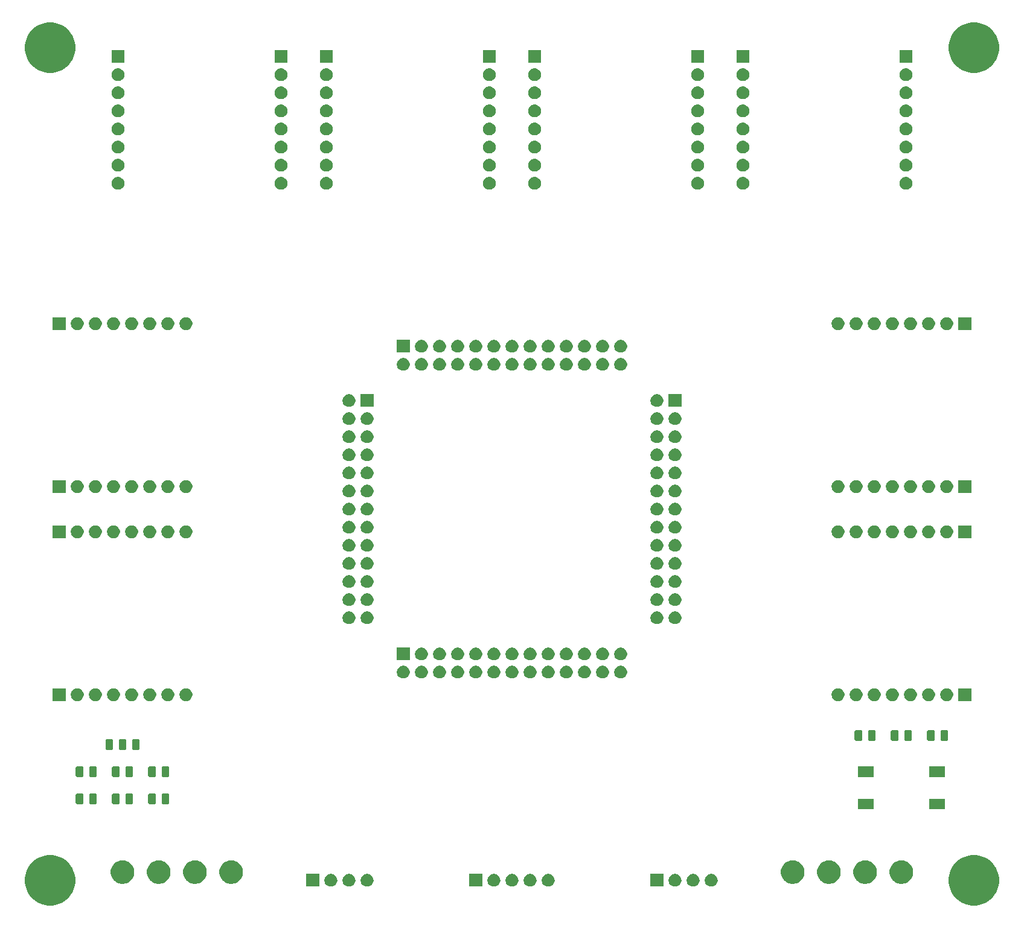
<source format=gbr>
G04 #@! TF.GenerationSoftware,KiCad,Pcbnew,(5.1.5)-3*
G04 #@! TF.CreationDate,2020-04-18T11:44:22+02:00*
G04 #@! TF.ProjectId,8SocketBoard,38536f63-6b65-4744-926f-6172642e6b69,rev?*
G04 #@! TF.SameCoordinates,Original*
G04 #@! TF.FileFunction,Soldermask,Top*
G04 #@! TF.FilePolarity,Negative*
%FSLAX46Y46*%
G04 Gerber Fmt 4.6, Leading zero omitted, Abs format (unit mm)*
G04 Created by KiCad (PCBNEW (5.1.5)-3) date 2020-04-18 11:44:22*
%MOMM*%
%LPD*%
G04 APERTURE LIST*
%ADD10C,0.100000*%
G04 APERTURE END LIST*
D10*
G36*
X161055787Y-156605462D02*
G01*
X161055790Y-156605463D01*
X161055789Y-156605463D01*
X161702029Y-156873144D01*
X162283631Y-157261758D01*
X162778242Y-157756369D01*
X163166856Y-158337971D01*
X163190653Y-158395422D01*
X163434538Y-158984213D01*
X163571000Y-159670256D01*
X163571000Y-160369744D01*
X163434538Y-161055787D01*
X163434537Y-161055789D01*
X163166856Y-161702029D01*
X162778242Y-162283631D01*
X162283631Y-162778242D01*
X161702029Y-163166856D01*
X161245068Y-163356135D01*
X161055787Y-163434538D01*
X160369744Y-163571000D01*
X159670256Y-163571000D01*
X158984213Y-163434538D01*
X158794932Y-163356135D01*
X158337971Y-163166856D01*
X157756369Y-162778242D01*
X157261758Y-162283631D01*
X156873144Y-161702029D01*
X156605463Y-161055789D01*
X156605462Y-161055787D01*
X156469000Y-160369744D01*
X156469000Y-159670256D01*
X156605462Y-158984213D01*
X156849347Y-158395422D01*
X156873144Y-158337971D01*
X157261758Y-157756369D01*
X157756369Y-157261758D01*
X158337971Y-156873144D01*
X158984211Y-156605463D01*
X158984210Y-156605463D01*
X158984213Y-156605462D01*
X159670256Y-156469000D01*
X160369744Y-156469000D01*
X161055787Y-156605462D01*
G37*
G36*
X31515787Y-156605462D02*
G01*
X31515790Y-156605463D01*
X31515789Y-156605463D01*
X32162029Y-156873144D01*
X32743631Y-157261758D01*
X33238242Y-157756369D01*
X33626856Y-158337971D01*
X33650653Y-158395422D01*
X33894538Y-158984213D01*
X34031000Y-159670256D01*
X34031000Y-160369744D01*
X33894538Y-161055787D01*
X33894537Y-161055789D01*
X33626856Y-161702029D01*
X33238242Y-162283631D01*
X32743631Y-162778242D01*
X32162029Y-163166856D01*
X31705068Y-163356135D01*
X31515787Y-163434538D01*
X30829744Y-163571000D01*
X30130256Y-163571000D01*
X29444213Y-163434538D01*
X29254932Y-163356135D01*
X28797971Y-163166856D01*
X28216369Y-162778242D01*
X27721758Y-162283631D01*
X27333144Y-161702029D01*
X27065463Y-161055789D01*
X27065462Y-161055787D01*
X26929000Y-160369744D01*
X26929000Y-159670256D01*
X27065462Y-158984213D01*
X27309347Y-158395422D01*
X27333144Y-158337971D01*
X27721758Y-157756369D01*
X28216369Y-157261758D01*
X28797971Y-156873144D01*
X29444211Y-156605463D01*
X29444210Y-156605463D01*
X29444213Y-156605462D01*
X30130256Y-156469000D01*
X30829744Y-156469000D01*
X31515787Y-156605462D01*
G37*
G36*
X118223512Y-159123927D02*
G01*
X118372812Y-159153624D01*
X118536784Y-159221544D01*
X118684354Y-159320147D01*
X118809853Y-159445646D01*
X118908456Y-159593216D01*
X118976376Y-159757188D01*
X119006073Y-159906488D01*
X119010641Y-159929451D01*
X119011000Y-159931259D01*
X119011000Y-160108741D01*
X118976376Y-160282812D01*
X118908456Y-160446784D01*
X118809853Y-160594354D01*
X118684354Y-160719853D01*
X118536784Y-160818456D01*
X118372812Y-160886376D01*
X118223512Y-160916073D01*
X118198742Y-160921000D01*
X118021258Y-160921000D01*
X117996488Y-160916073D01*
X117847188Y-160886376D01*
X117683216Y-160818456D01*
X117535646Y-160719853D01*
X117410147Y-160594354D01*
X117311544Y-160446784D01*
X117243624Y-160282812D01*
X117209000Y-160108741D01*
X117209000Y-159931259D01*
X117209360Y-159929451D01*
X117213927Y-159906488D01*
X117243624Y-159757188D01*
X117311544Y-159593216D01*
X117410147Y-159445646D01*
X117535646Y-159320147D01*
X117683216Y-159221544D01*
X117847188Y-159153624D01*
X117996488Y-159123927D01*
X118021258Y-159119000D01*
X118198742Y-159119000D01*
X118223512Y-159123927D01*
G37*
G36*
X91071000Y-160921000D02*
G01*
X89269000Y-160921000D01*
X89269000Y-159119000D01*
X91071000Y-159119000D01*
X91071000Y-160921000D01*
G37*
G36*
X92823512Y-159123927D02*
G01*
X92972812Y-159153624D01*
X93136784Y-159221544D01*
X93284354Y-159320147D01*
X93409853Y-159445646D01*
X93508456Y-159593216D01*
X93576376Y-159757188D01*
X93606073Y-159906488D01*
X93610641Y-159929451D01*
X93611000Y-159931259D01*
X93611000Y-160108741D01*
X93576376Y-160282812D01*
X93508456Y-160446784D01*
X93409853Y-160594354D01*
X93284354Y-160719853D01*
X93136784Y-160818456D01*
X92972812Y-160886376D01*
X92823512Y-160916073D01*
X92798742Y-160921000D01*
X92621258Y-160921000D01*
X92596488Y-160916073D01*
X92447188Y-160886376D01*
X92283216Y-160818456D01*
X92135646Y-160719853D01*
X92010147Y-160594354D01*
X91911544Y-160446784D01*
X91843624Y-160282812D01*
X91809000Y-160108741D01*
X91809000Y-159931259D01*
X91809360Y-159929451D01*
X91813927Y-159906488D01*
X91843624Y-159757188D01*
X91911544Y-159593216D01*
X92010147Y-159445646D01*
X92135646Y-159320147D01*
X92283216Y-159221544D01*
X92447188Y-159153624D01*
X92596488Y-159123927D01*
X92621258Y-159119000D01*
X92798742Y-159119000D01*
X92823512Y-159123927D01*
G37*
G36*
X95363512Y-159123927D02*
G01*
X95512812Y-159153624D01*
X95676784Y-159221544D01*
X95824354Y-159320147D01*
X95949853Y-159445646D01*
X96048456Y-159593216D01*
X96116376Y-159757188D01*
X96146073Y-159906488D01*
X96150641Y-159929451D01*
X96151000Y-159931259D01*
X96151000Y-160108741D01*
X96116376Y-160282812D01*
X96048456Y-160446784D01*
X95949853Y-160594354D01*
X95824354Y-160719853D01*
X95676784Y-160818456D01*
X95512812Y-160886376D01*
X95363512Y-160916073D01*
X95338742Y-160921000D01*
X95161258Y-160921000D01*
X95136488Y-160916073D01*
X94987188Y-160886376D01*
X94823216Y-160818456D01*
X94675646Y-160719853D01*
X94550147Y-160594354D01*
X94451544Y-160446784D01*
X94383624Y-160282812D01*
X94349000Y-160108741D01*
X94349000Y-159931259D01*
X94349360Y-159929451D01*
X94353927Y-159906488D01*
X94383624Y-159757188D01*
X94451544Y-159593216D01*
X94550147Y-159445646D01*
X94675646Y-159320147D01*
X94823216Y-159221544D01*
X94987188Y-159153624D01*
X95136488Y-159123927D01*
X95161258Y-159119000D01*
X95338742Y-159119000D01*
X95363512Y-159123927D01*
G37*
G36*
X97903512Y-159123927D02*
G01*
X98052812Y-159153624D01*
X98216784Y-159221544D01*
X98364354Y-159320147D01*
X98489853Y-159445646D01*
X98588456Y-159593216D01*
X98656376Y-159757188D01*
X98686073Y-159906488D01*
X98690641Y-159929451D01*
X98691000Y-159931259D01*
X98691000Y-160108741D01*
X98656376Y-160282812D01*
X98588456Y-160446784D01*
X98489853Y-160594354D01*
X98364354Y-160719853D01*
X98216784Y-160818456D01*
X98052812Y-160886376D01*
X97903512Y-160916073D01*
X97878742Y-160921000D01*
X97701258Y-160921000D01*
X97676488Y-160916073D01*
X97527188Y-160886376D01*
X97363216Y-160818456D01*
X97215646Y-160719853D01*
X97090147Y-160594354D01*
X96991544Y-160446784D01*
X96923624Y-160282812D01*
X96889000Y-160108741D01*
X96889000Y-159931259D01*
X96889360Y-159929451D01*
X96893927Y-159906488D01*
X96923624Y-159757188D01*
X96991544Y-159593216D01*
X97090147Y-159445646D01*
X97215646Y-159320147D01*
X97363216Y-159221544D01*
X97527188Y-159153624D01*
X97676488Y-159123927D01*
X97701258Y-159119000D01*
X97878742Y-159119000D01*
X97903512Y-159123927D01*
G37*
G36*
X100443512Y-159123927D02*
G01*
X100592812Y-159153624D01*
X100756784Y-159221544D01*
X100904354Y-159320147D01*
X101029853Y-159445646D01*
X101128456Y-159593216D01*
X101196376Y-159757188D01*
X101226073Y-159906488D01*
X101230641Y-159929451D01*
X101231000Y-159931259D01*
X101231000Y-160108741D01*
X101196376Y-160282812D01*
X101128456Y-160446784D01*
X101029853Y-160594354D01*
X100904354Y-160719853D01*
X100756784Y-160818456D01*
X100592812Y-160886376D01*
X100443512Y-160916073D01*
X100418742Y-160921000D01*
X100241258Y-160921000D01*
X100216488Y-160916073D01*
X100067188Y-160886376D01*
X99903216Y-160818456D01*
X99755646Y-160719853D01*
X99630147Y-160594354D01*
X99531544Y-160446784D01*
X99463624Y-160282812D01*
X99429000Y-160108741D01*
X99429000Y-159931259D01*
X99429360Y-159929451D01*
X99433927Y-159906488D01*
X99463624Y-159757188D01*
X99531544Y-159593216D01*
X99630147Y-159445646D01*
X99755646Y-159320147D01*
X99903216Y-159221544D01*
X100067188Y-159153624D01*
X100216488Y-159123927D01*
X100241258Y-159119000D01*
X100418742Y-159119000D01*
X100443512Y-159123927D01*
G37*
G36*
X68211000Y-160921000D02*
G01*
X66409000Y-160921000D01*
X66409000Y-159119000D01*
X68211000Y-159119000D01*
X68211000Y-160921000D01*
G37*
G36*
X69963512Y-159123927D02*
G01*
X70112812Y-159153624D01*
X70276784Y-159221544D01*
X70424354Y-159320147D01*
X70549853Y-159445646D01*
X70648456Y-159593216D01*
X70716376Y-159757188D01*
X70746073Y-159906488D01*
X70750641Y-159929451D01*
X70751000Y-159931259D01*
X70751000Y-160108741D01*
X70716376Y-160282812D01*
X70648456Y-160446784D01*
X70549853Y-160594354D01*
X70424354Y-160719853D01*
X70276784Y-160818456D01*
X70112812Y-160886376D01*
X69963512Y-160916073D01*
X69938742Y-160921000D01*
X69761258Y-160921000D01*
X69736488Y-160916073D01*
X69587188Y-160886376D01*
X69423216Y-160818456D01*
X69275646Y-160719853D01*
X69150147Y-160594354D01*
X69051544Y-160446784D01*
X68983624Y-160282812D01*
X68949000Y-160108741D01*
X68949000Y-159931259D01*
X68949360Y-159929451D01*
X68953927Y-159906488D01*
X68983624Y-159757188D01*
X69051544Y-159593216D01*
X69150147Y-159445646D01*
X69275646Y-159320147D01*
X69423216Y-159221544D01*
X69587188Y-159153624D01*
X69736488Y-159123927D01*
X69761258Y-159119000D01*
X69938742Y-159119000D01*
X69963512Y-159123927D01*
G37*
G36*
X72503512Y-159123927D02*
G01*
X72652812Y-159153624D01*
X72816784Y-159221544D01*
X72964354Y-159320147D01*
X73089853Y-159445646D01*
X73188456Y-159593216D01*
X73256376Y-159757188D01*
X73286073Y-159906488D01*
X73290641Y-159929451D01*
X73291000Y-159931259D01*
X73291000Y-160108741D01*
X73256376Y-160282812D01*
X73188456Y-160446784D01*
X73089853Y-160594354D01*
X72964354Y-160719853D01*
X72816784Y-160818456D01*
X72652812Y-160886376D01*
X72503512Y-160916073D01*
X72478742Y-160921000D01*
X72301258Y-160921000D01*
X72276488Y-160916073D01*
X72127188Y-160886376D01*
X71963216Y-160818456D01*
X71815646Y-160719853D01*
X71690147Y-160594354D01*
X71591544Y-160446784D01*
X71523624Y-160282812D01*
X71489000Y-160108741D01*
X71489000Y-159931259D01*
X71489360Y-159929451D01*
X71493927Y-159906488D01*
X71523624Y-159757188D01*
X71591544Y-159593216D01*
X71690147Y-159445646D01*
X71815646Y-159320147D01*
X71963216Y-159221544D01*
X72127188Y-159153624D01*
X72276488Y-159123927D01*
X72301258Y-159119000D01*
X72478742Y-159119000D01*
X72503512Y-159123927D01*
G37*
G36*
X75043512Y-159123927D02*
G01*
X75192812Y-159153624D01*
X75356784Y-159221544D01*
X75504354Y-159320147D01*
X75629853Y-159445646D01*
X75728456Y-159593216D01*
X75796376Y-159757188D01*
X75826073Y-159906488D01*
X75830641Y-159929451D01*
X75831000Y-159931259D01*
X75831000Y-160108741D01*
X75796376Y-160282812D01*
X75728456Y-160446784D01*
X75629853Y-160594354D01*
X75504354Y-160719853D01*
X75356784Y-160818456D01*
X75192812Y-160886376D01*
X75043512Y-160916073D01*
X75018742Y-160921000D01*
X74841258Y-160921000D01*
X74816488Y-160916073D01*
X74667188Y-160886376D01*
X74503216Y-160818456D01*
X74355646Y-160719853D01*
X74230147Y-160594354D01*
X74131544Y-160446784D01*
X74063624Y-160282812D01*
X74029000Y-160108741D01*
X74029000Y-159931259D01*
X74029360Y-159929451D01*
X74033927Y-159906488D01*
X74063624Y-159757188D01*
X74131544Y-159593216D01*
X74230147Y-159445646D01*
X74355646Y-159320147D01*
X74503216Y-159221544D01*
X74667188Y-159153624D01*
X74816488Y-159123927D01*
X74841258Y-159119000D01*
X75018742Y-159119000D01*
X75043512Y-159123927D01*
G37*
G36*
X120763512Y-159123927D02*
G01*
X120912812Y-159153624D01*
X121076784Y-159221544D01*
X121224354Y-159320147D01*
X121349853Y-159445646D01*
X121448456Y-159593216D01*
X121516376Y-159757188D01*
X121546073Y-159906488D01*
X121550641Y-159929451D01*
X121551000Y-159931259D01*
X121551000Y-160108741D01*
X121516376Y-160282812D01*
X121448456Y-160446784D01*
X121349853Y-160594354D01*
X121224354Y-160719853D01*
X121076784Y-160818456D01*
X120912812Y-160886376D01*
X120763512Y-160916073D01*
X120738742Y-160921000D01*
X120561258Y-160921000D01*
X120536488Y-160916073D01*
X120387188Y-160886376D01*
X120223216Y-160818456D01*
X120075646Y-160719853D01*
X119950147Y-160594354D01*
X119851544Y-160446784D01*
X119783624Y-160282812D01*
X119749000Y-160108741D01*
X119749000Y-159931259D01*
X119749360Y-159929451D01*
X119753927Y-159906488D01*
X119783624Y-159757188D01*
X119851544Y-159593216D01*
X119950147Y-159445646D01*
X120075646Y-159320147D01*
X120223216Y-159221544D01*
X120387188Y-159153624D01*
X120536488Y-159123927D01*
X120561258Y-159119000D01*
X120738742Y-159119000D01*
X120763512Y-159123927D01*
G37*
G36*
X123303512Y-159123927D02*
G01*
X123452812Y-159153624D01*
X123616784Y-159221544D01*
X123764354Y-159320147D01*
X123889853Y-159445646D01*
X123988456Y-159593216D01*
X124056376Y-159757188D01*
X124086073Y-159906488D01*
X124090641Y-159929451D01*
X124091000Y-159931259D01*
X124091000Y-160108741D01*
X124056376Y-160282812D01*
X123988456Y-160446784D01*
X123889853Y-160594354D01*
X123764354Y-160719853D01*
X123616784Y-160818456D01*
X123452812Y-160886376D01*
X123303512Y-160916073D01*
X123278742Y-160921000D01*
X123101258Y-160921000D01*
X123076488Y-160916073D01*
X122927188Y-160886376D01*
X122763216Y-160818456D01*
X122615646Y-160719853D01*
X122490147Y-160594354D01*
X122391544Y-160446784D01*
X122323624Y-160282812D01*
X122289000Y-160108741D01*
X122289000Y-159931259D01*
X122289360Y-159929451D01*
X122293927Y-159906488D01*
X122323624Y-159757188D01*
X122391544Y-159593216D01*
X122490147Y-159445646D01*
X122615646Y-159320147D01*
X122763216Y-159221544D01*
X122927188Y-159153624D01*
X123076488Y-159123927D01*
X123101258Y-159119000D01*
X123278742Y-159119000D01*
X123303512Y-159123927D01*
G37*
G36*
X116471000Y-160921000D02*
G01*
X114669000Y-160921000D01*
X114669000Y-159119000D01*
X116471000Y-159119000D01*
X116471000Y-160921000D01*
G37*
G36*
X40982377Y-157261758D02*
G01*
X41121579Y-157289447D01*
X41422042Y-157413903D01*
X41692451Y-157594585D01*
X41922415Y-157824549D01*
X42103097Y-158094958D01*
X42227553Y-158395421D01*
X42291000Y-158714391D01*
X42291000Y-159039609D01*
X42227553Y-159358579D01*
X42103097Y-159659042D01*
X41922415Y-159929451D01*
X41692451Y-160159415D01*
X41422042Y-160340097D01*
X41121579Y-160464553D01*
X41015256Y-160485702D01*
X40802611Y-160528000D01*
X40477389Y-160528000D01*
X40264744Y-160485702D01*
X40158421Y-160464553D01*
X39857958Y-160340097D01*
X39587549Y-160159415D01*
X39357585Y-159929451D01*
X39176903Y-159659042D01*
X39052447Y-159358579D01*
X38989000Y-159039609D01*
X38989000Y-158714391D01*
X39052447Y-158395421D01*
X39176903Y-158094958D01*
X39357585Y-157824549D01*
X39587549Y-157594585D01*
X39857958Y-157413903D01*
X40158421Y-157289447D01*
X40297623Y-157261758D01*
X40477389Y-157226000D01*
X40802611Y-157226000D01*
X40982377Y-157261758D01*
G37*
G36*
X150202377Y-157261758D02*
G01*
X150341579Y-157289447D01*
X150642042Y-157413903D01*
X150912451Y-157594585D01*
X151142415Y-157824549D01*
X151323097Y-158094958D01*
X151447553Y-158395421D01*
X151511000Y-158714391D01*
X151511000Y-159039609D01*
X151447553Y-159358579D01*
X151323097Y-159659042D01*
X151142415Y-159929451D01*
X150912451Y-160159415D01*
X150642042Y-160340097D01*
X150341579Y-160464553D01*
X150235256Y-160485702D01*
X150022611Y-160528000D01*
X149697389Y-160528000D01*
X149484744Y-160485702D01*
X149378421Y-160464553D01*
X149077958Y-160340097D01*
X148807549Y-160159415D01*
X148577585Y-159929451D01*
X148396903Y-159659042D01*
X148272447Y-159358579D01*
X148209000Y-159039609D01*
X148209000Y-158714391D01*
X148272447Y-158395421D01*
X148396903Y-158094958D01*
X148577585Y-157824549D01*
X148807549Y-157594585D01*
X149077958Y-157413903D01*
X149378421Y-157289447D01*
X149517623Y-157261758D01*
X149697389Y-157226000D01*
X150022611Y-157226000D01*
X150202377Y-157261758D01*
G37*
G36*
X145122377Y-157261758D02*
G01*
X145261579Y-157289447D01*
X145562042Y-157413903D01*
X145832451Y-157594585D01*
X146062415Y-157824549D01*
X146243097Y-158094958D01*
X146367553Y-158395421D01*
X146431000Y-158714391D01*
X146431000Y-159039609D01*
X146367553Y-159358579D01*
X146243097Y-159659042D01*
X146062415Y-159929451D01*
X145832451Y-160159415D01*
X145562042Y-160340097D01*
X145261579Y-160464553D01*
X145155256Y-160485702D01*
X144942611Y-160528000D01*
X144617389Y-160528000D01*
X144404744Y-160485702D01*
X144298421Y-160464553D01*
X143997958Y-160340097D01*
X143727549Y-160159415D01*
X143497585Y-159929451D01*
X143316903Y-159659042D01*
X143192447Y-159358579D01*
X143129000Y-159039609D01*
X143129000Y-158714391D01*
X143192447Y-158395421D01*
X143316903Y-158094958D01*
X143497585Y-157824549D01*
X143727549Y-157594585D01*
X143997958Y-157413903D01*
X144298421Y-157289447D01*
X144437623Y-157261758D01*
X144617389Y-157226000D01*
X144942611Y-157226000D01*
X145122377Y-157261758D01*
G37*
G36*
X134962377Y-157261758D02*
G01*
X135101579Y-157289447D01*
X135402042Y-157413903D01*
X135672451Y-157594585D01*
X135902415Y-157824549D01*
X136083097Y-158094958D01*
X136207553Y-158395421D01*
X136271000Y-158714391D01*
X136271000Y-159039609D01*
X136207553Y-159358579D01*
X136083097Y-159659042D01*
X135902415Y-159929451D01*
X135672451Y-160159415D01*
X135402042Y-160340097D01*
X135101579Y-160464553D01*
X134995256Y-160485702D01*
X134782611Y-160528000D01*
X134457389Y-160528000D01*
X134244744Y-160485702D01*
X134138421Y-160464553D01*
X133837958Y-160340097D01*
X133567549Y-160159415D01*
X133337585Y-159929451D01*
X133156903Y-159659042D01*
X133032447Y-159358579D01*
X132969000Y-159039609D01*
X132969000Y-158714391D01*
X133032447Y-158395421D01*
X133156903Y-158094958D01*
X133337585Y-157824549D01*
X133567549Y-157594585D01*
X133837958Y-157413903D01*
X134138421Y-157289447D01*
X134277623Y-157261758D01*
X134457389Y-157226000D01*
X134782611Y-157226000D01*
X134962377Y-157261758D01*
G37*
G36*
X46062377Y-157261758D02*
G01*
X46201579Y-157289447D01*
X46502042Y-157413903D01*
X46772451Y-157594585D01*
X47002415Y-157824549D01*
X47183097Y-158094958D01*
X47307553Y-158395421D01*
X47371000Y-158714391D01*
X47371000Y-159039609D01*
X47307553Y-159358579D01*
X47183097Y-159659042D01*
X47002415Y-159929451D01*
X46772451Y-160159415D01*
X46502042Y-160340097D01*
X46201579Y-160464553D01*
X46095256Y-160485702D01*
X45882611Y-160528000D01*
X45557389Y-160528000D01*
X45344744Y-160485702D01*
X45238421Y-160464553D01*
X44937958Y-160340097D01*
X44667549Y-160159415D01*
X44437585Y-159929451D01*
X44256903Y-159659042D01*
X44132447Y-159358579D01*
X44069000Y-159039609D01*
X44069000Y-158714391D01*
X44132447Y-158395421D01*
X44256903Y-158094958D01*
X44437585Y-157824549D01*
X44667549Y-157594585D01*
X44937958Y-157413903D01*
X45238421Y-157289447D01*
X45377623Y-157261758D01*
X45557389Y-157226000D01*
X45882611Y-157226000D01*
X46062377Y-157261758D01*
G37*
G36*
X51142377Y-157261758D02*
G01*
X51281579Y-157289447D01*
X51582042Y-157413903D01*
X51852451Y-157594585D01*
X52082415Y-157824549D01*
X52263097Y-158094958D01*
X52387553Y-158395421D01*
X52451000Y-158714391D01*
X52451000Y-159039609D01*
X52387553Y-159358579D01*
X52263097Y-159659042D01*
X52082415Y-159929451D01*
X51852451Y-160159415D01*
X51582042Y-160340097D01*
X51281579Y-160464553D01*
X51175256Y-160485702D01*
X50962611Y-160528000D01*
X50637389Y-160528000D01*
X50424744Y-160485702D01*
X50318421Y-160464553D01*
X50017958Y-160340097D01*
X49747549Y-160159415D01*
X49517585Y-159929451D01*
X49336903Y-159659042D01*
X49212447Y-159358579D01*
X49149000Y-159039609D01*
X49149000Y-158714391D01*
X49212447Y-158395421D01*
X49336903Y-158094958D01*
X49517585Y-157824549D01*
X49747549Y-157594585D01*
X50017958Y-157413903D01*
X50318421Y-157289447D01*
X50457623Y-157261758D01*
X50637389Y-157226000D01*
X50962611Y-157226000D01*
X51142377Y-157261758D01*
G37*
G36*
X56222377Y-157261758D02*
G01*
X56361579Y-157289447D01*
X56662042Y-157413903D01*
X56932451Y-157594585D01*
X57162415Y-157824549D01*
X57343097Y-158094958D01*
X57467553Y-158395421D01*
X57531000Y-158714391D01*
X57531000Y-159039609D01*
X57467553Y-159358579D01*
X57343097Y-159659042D01*
X57162415Y-159929451D01*
X56932451Y-160159415D01*
X56662042Y-160340097D01*
X56361579Y-160464553D01*
X56255256Y-160485702D01*
X56042611Y-160528000D01*
X55717389Y-160528000D01*
X55504744Y-160485702D01*
X55398421Y-160464553D01*
X55097958Y-160340097D01*
X54827549Y-160159415D01*
X54597585Y-159929451D01*
X54416903Y-159659042D01*
X54292447Y-159358579D01*
X54229000Y-159039609D01*
X54229000Y-158714391D01*
X54292447Y-158395421D01*
X54416903Y-158094958D01*
X54597585Y-157824549D01*
X54827549Y-157594585D01*
X55097958Y-157413903D01*
X55398421Y-157289447D01*
X55537623Y-157261758D01*
X55717389Y-157226000D01*
X56042611Y-157226000D01*
X56222377Y-157261758D01*
G37*
G36*
X140042377Y-157261758D02*
G01*
X140181579Y-157289447D01*
X140482042Y-157413903D01*
X140752451Y-157594585D01*
X140982415Y-157824549D01*
X141163097Y-158094958D01*
X141287553Y-158395421D01*
X141351000Y-158714391D01*
X141351000Y-159039609D01*
X141287553Y-159358579D01*
X141163097Y-159659042D01*
X140982415Y-159929451D01*
X140752451Y-160159415D01*
X140482042Y-160340097D01*
X140181579Y-160464553D01*
X140075256Y-160485702D01*
X139862611Y-160528000D01*
X139537389Y-160528000D01*
X139324744Y-160485702D01*
X139218421Y-160464553D01*
X138917958Y-160340097D01*
X138647549Y-160159415D01*
X138417585Y-159929451D01*
X138236903Y-159659042D01*
X138112447Y-159358579D01*
X138049000Y-159039609D01*
X138049000Y-158714391D01*
X138112447Y-158395421D01*
X138236903Y-158094958D01*
X138417585Y-157824549D01*
X138647549Y-157594585D01*
X138917958Y-157413903D01*
X139218421Y-157289447D01*
X139357623Y-157261758D01*
X139537389Y-157226000D01*
X139862611Y-157226000D01*
X140042377Y-157261758D01*
G37*
G36*
X145961000Y-150071000D02*
G01*
X143759000Y-150071000D01*
X143759000Y-148569000D01*
X145961000Y-148569000D01*
X145961000Y-150071000D01*
G37*
G36*
X155961000Y-150071000D02*
G01*
X153759000Y-150071000D01*
X153759000Y-148569000D01*
X155961000Y-148569000D01*
X155961000Y-150071000D01*
G37*
G36*
X41949468Y-147843565D02*
G01*
X41988138Y-147855296D01*
X42023777Y-147874346D01*
X42055017Y-147899983D01*
X42080654Y-147931223D01*
X42099704Y-147966862D01*
X42111435Y-148005532D01*
X42116000Y-148051888D01*
X42116000Y-149128112D01*
X42111435Y-149174468D01*
X42099704Y-149213138D01*
X42080654Y-149248777D01*
X42055017Y-149280017D01*
X42023777Y-149305654D01*
X41988138Y-149324704D01*
X41949468Y-149336435D01*
X41903112Y-149341000D01*
X41251888Y-149341000D01*
X41205532Y-149336435D01*
X41166862Y-149324704D01*
X41131223Y-149305654D01*
X41099983Y-149280017D01*
X41074346Y-149248777D01*
X41055296Y-149213138D01*
X41043565Y-149174468D01*
X41039000Y-149128112D01*
X41039000Y-148051888D01*
X41043565Y-148005532D01*
X41055296Y-147966862D01*
X41074346Y-147931223D01*
X41099983Y-147899983D01*
X41131223Y-147874346D01*
X41166862Y-147855296D01*
X41205532Y-147843565D01*
X41251888Y-147839000D01*
X41903112Y-147839000D01*
X41949468Y-147843565D01*
G37*
G36*
X40074468Y-147843565D02*
G01*
X40113138Y-147855296D01*
X40148777Y-147874346D01*
X40180017Y-147899983D01*
X40205654Y-147931223D01*
X40224704Y-147966862D01*
X40236435Y-148005532D01*
X40241000Y-148051888D01*
X40241000Y-149128112D01*
X40236435Y-149174468D01*
X40224704Y-149213138D01*
X40205654Y-149248777D01*
X40180017Y-149280017D01*
X40148777Y-149305654D01*
X40113138Y-149324704D01*
X40074468Y-149336435D01*
X40028112Y-149341000D01*
X39376888Y-149341000D01*
X39330532Y-149336435D01*
X39291862Y-149324704D01*
X39256223Y-149305654D01*
X39224983Y-149280017D01*
X39199346Y-149248777D01*
X39180296Y-149213138D01*
X39168565Y-149174468D01*
X39164000Y-149128112D01*
X39164000Y-148051888D01*
X39168565Y-148005532D01*
X39180296Y-147966862D01*
X39199346Y-147931223D01*
X39224983Y-147899983D01*
X39256223Y-147874346D01*
X39291862Y-147855296D01*
X39330532Y-147843565D01*
X39376888Y-147839000D01*
X40028112Y-147839000D01*
X40074468Y-147843565D01*
G37*
G36*
X36869468Y-147843565D02*
G01*
X36908138Y-147855296D01*
X36943777Y-147874346D01*
X36975017Y-147899983D01*
X37000654Y-147931223D01*
X37019704Y-147966862D01*
X37031435Y-148005532D01*
X37036000Y-148051888D01*
X37036000Y-149128112D01*
X37031435Y-149174468D01*
X37019704Y-149213138D01*
X37000654Y-149248777D01*
X36975017Y-149280017D01*
X36943777Y-149305654D01*
X36908138Y-149324704D01*
X36869468Y-149336435D01*
X36823112Y-149341000D01*
X36171888Y-149341000D01*
X36125532Y-149336435D01*
X36086862Y-149324704D01*
X36051223Y-149305654D01*
X36019983Y-149280017D01*
X35994346Y-149248777D01*
X35975296Y-149213138D01*
X35963565Y-149174468D01*
X35959000Y-149128112D01*
X35959000Y-148051888D01*
X35963565Y-148005532D01*
X35975296Y-147966862D01*
X35994346Y-147931223D01*
X36019983Y-147899983D01*
X36051223Y-147874346D01*
X36086862Y-147855296D01*
X36125532Y-147843565D01*
X36171888Y-147839000D01*
X36823112Y-147839000D01*
X36869468Y-147843565D01*
G37*
G36*
X34994468Y-147843565D02*
G01*
X35033138Y-147855296D01*
X35068777Y-147874346D01*
X35100017Y-147899983D01*
X35125654Y-147931223D01*
X35144704Y-147966862D01*
X35156435Y-148005532D01*
X35161000Y-148051888D01*
X35161000Y-149128112D01*
X35156435Y-149174468D01*
X35144704Y-149213138D01*
X35125654Y-149248777D01*
X35100017Y-149280017D01*
X35068777Y-149305654D01*
X35033138Y-149324704D01*
X34994468Y-149336435D01*
X34948112Y-149341000D01*
X34296888Y-149341000D01*
X34250532Y-149336435D01*
X34211862Y-149324704D01*
X34176223Y-149305654D01*
X34144983Y-149280017D01*
X34119346Y-149248777D01*
X34100296Y-149213138D01*
X34088565Y-149174468D01*
X34084000Y-149128112D01*
X34084000Y-148051888D01*
X34088565Y-148005532D01*
X34100296Y-147966862D01*
X34119346Y-147931223D01*
X34144983Y-147899983D01*
X34176223Y-147874346D01*
X34211862Y-147855296D01*
X34250532Y-147843565D01*
X34296888Y-147839000D01*
X34948112Y-147839000D01*
X34994468Y-147843565D01*
G37*
G36*
X45154468Y-147843565D02*
G01*
X45193138Y-147855296D01*
X45228777Y-147874346D01*
X45260017Y-147899983D01*
X45285654Y-147931223D01*
X45304704Y-147966862D01*
X45316435Y-148005532D01*
X45321000Y-148051888D01*
X45321000Y-149128112D01*
X45316435Y-149174468D01*
X45304704Y-149213138D01*
X45285654Y-149248777D01*
X45260017Y-149280017D01*
X45228777Y-149305654D01*
X45193138Y-149324704D01*
X45154468Y-149336435D01*
X45108112Y-149341000D01*
X44456888Y-149341000D01*
X44410532Y-149336435D01*
X44371862Y-149324704D01*
X44336223Y-149305654D01*
X44304983Y-149280017D01*
X44279346Y-149248777D01*
X44260296Y-149213138D01*
X44248565Y-149174468D01*
X44244000Y-149128112D01*
X44244000Y-148051888D01*
X44248565Y-148005532D01*
X44260296Y-147966862D01*
X44279346Y-147931223D01*
X44304983Y-147899983D01*
X44336223Y-147874346D01*
X44371862Y-147855296D01*
X44410532Y-147843565D01*
X44456888Y-147839000D01*
X45108112Y-147839000D01*
X45154468Y-147843565D01*
G37*
G36*
X47029468Y-147843565D02*
G01*
X47068138Y-147855296D01*
X47103777Y-147874346D01*
X47135017Y-147899983D01*
X47160654Y-147931223D01*
X47179704Y-147966862D01*
X47191435Y-148005532D01*
X47196000Y-148051888D01*
X47196000Y-149128112D01*
X47191435Y-149174468D01*
X47179704Y-149213138D01*
X47160654Y-149248777D01*
X47135017Y-149280017D01*
X47103777Y-149305654D01*
X47068138Y-149324704D01*
X47029468Y-149336435D01*
X46983112Y-149341000D01*
X46331888Y-149341000D01*
X46285532Y-149336435D01*
X46246862Y-149324704D01*
X46211223Y-149305654D01*
X46179983Y-149280017D01*
X46154346Y-149248777D01*
X46135296Y-149213138D01*
X46123565Y-149174468D01*
X46119000Y-149128112D01*
X46119000Y-148051888D01*
X46123565Y-148005532D01*
X46135296Y-147966862D01*
X46154346Y-147931223D01*
X46179983Y-147899983D01*
X46211223Y-147874346D01*
X46246862Y-147855296D01*
X46285532Y-147843565D01*
X46331888Y-147839000D01*
X46983112Y-147839000D01*
X47029468Y-147843565D01*
G37*
G36*
X155961000Y-145571000D02*
G01*
X153759000Y-145571000D01*
X153759000Y-144069000D01*
X155961000Y-144069000D01*
X155961000Y-145571000D01*
G37*
G36*
X145961000Y-145571000D02*
G01*
X143759000Y-145571000D01*
X143759000Y-144069000D01*
X145961000Y-144069000D01*
X145961000Y-145571000D01*
G37*
G36*
X45154468Y-144033565D02*
G01*
X45193138Y-144045296D01*
X45228777Y-144064346D01*
X45260017Y-144089983D01*
X45285654Y-144121223D01*
X45304704Y-144156862D01*
X45316435Y-144195532D01*
X45321000Y-144241888D01*
X45321000Y-145318112D01*
X45316435Y-145364468D01*
X45304704Y-145403138D01*
X45285654Y-145438777D01*
X45260017Y-145470017D01*
X45228777Y-145495654D01*
X45193138Y-145514704D01*
X45154468Y-145526435D01*
X45108112Y-145531000D01*
X44456888Y-145531000D01*
X44410532Y-145526435D01*
X44371862Y-145514704D01*
X44336223Y-145495654D01*
X44304983Y-145470017D01*
X44279346Y-145438777D01*
X44260296Y-145403138D01*
X44248565Y-145364468D01*
X44244000Y-145318112D01*
X44244000Y-144241888D01*
X44248565Y-144195532D01*
X44260296Y-144156862D01*
X44279346Y-144121223D01*
X44304983Y-144089983D01*
X44336223Y-144064346D01*
X44371862Y-144045296D01*
X44410532Y-144033565D01*
X44456888Y-144029000D01*
X45108112Y-144029000D01*
X45154468Y-144033565D01*
G37*
G36*
X47029468Y-144033565D02*
G01*
X47068138Y-144045296D01*
X47103777Y-144064346D01*
X47135017Y-144089983D01*
X47160654Y-144121223D01*
X47179704Y-144156862D01*
X47191435Y-144195532D01*
X47196000Y-144241888D01*
X47196000Y-145318112D01*
X47191435Y-145364468D01*
X47179704Y-145403138D01*
X47160654Y-145438777D01*
X47135017Y-145470017D01*
X47103777Y-145495654D01*
X47068138Y-145514704D01*
X47029468Y-145526435D01*
X46983112Y-145531000D01*
X46331888Y-145531000D01*
X46285532Y-145526435D01*
X46246862Y-145514704D01*
X46211223Y-145495654D01*
X46179983Y-145470017D01*
X46154346Y-145438777D01*
X46135296Y-145403138D01*
X46123565Y-145364468D01*
X46119000Y-145318112D01*
X46119000Y-144241888D01*
X46123565Y-144195532D01*
X46135296Y-144156862D01*
X46154346Y-144121223D01*
X46179983Y-144089983D01*
X46211223Y-144064346D01*
X46246862Y-144045296D01*
X46285532Y-144033565D01*
X46331888Y-144029000D01*
X46983112Y-144029000D01*
X47029468Y-144033565D01*
G37*
G36*
X41949468Y-144033565D02*
G01*
X41988138Y-144045296D01*
X42023777Y-144064346D01*
X42055017Y-144089983D01*
X42080654Y-144121223D01*
X42099704Y-144156862D01*
X42111435Y-144195532D01*
X42116000Y-144241888D01*
X42116000Y-145318112D01*
X42111435Y-145364468D01*
X42099704Y-145403138D01*
X42080654Y-145438777D01*
X42055017Y-145470017D01*
X42023777Y-145495654D01*
X41988138Y-145514704D01*
X41949468Y-145526435D01*
X41903112Y-145531000D01*
X41251888Y-145531000D01*
X41205532Y-145526435D01*
X41166862Y-145514704D01*
X41131223Y-145495654D01*
X41099983Y-145470017D01*
X41074346Y-145438777D01*
X41055296Y-145403138D01*
X41043565Y-145364468D01*
X41039000Y-145318112D01*
X41039000Y-144241888D01*
X41043565Y-144195532D01*
X41055296Y-144156862D01*
X41074346Y-144121223D01*
X41099983Y-144089983D01*
X41131223Y-144064346D01*
X41166862Y-144045296D01*
X41205532Y-144033565D01*
X41251888Y-144029000D01*
X41903112Y-144029000D01*
X41949468Y-144033565D01*
G37*
G36*
X34994468Y-144033565D02*
G01*
X35033138Y-144045296D01*
X35068777Y-144064346D01*
X35100017Y-144089983D01*
X35125654Y-144121223D01*
X35144704Y-144156862D01*
X35156435Y-144195532D01*
X35161000Y-144241888D01*
X35161000Y-145318112D01*
X35156435Y-145364468D01*
X35144704Y-145403138D01*
X35125654Y-145438777D01*
X35100017Y-145470017D01*
X35068777Y-145495654D01*
X35033138Y-145514704D01*
X34994468Y-145526435D01*
X34948112Y-145531000D01*
X34296888Y-145531000D01*
X34250532Y-145526435D01*
X34211862Y-145514704D01*
X34176223Y-145495654D01*
X34144983Y-145470017D01*
X34119346Y-145438777D01*
X34100296Y-145403138D01*
X34088565Y-145364468D01*
X34084000Y-145318112D01*
X34084000Y-144241888D01*
X34088565Y-144195532D01*
X34100296Y-144156862D01*
X34119346Y-144121223D01*
X34144983Y-144089983D01*
X34176223Y-144064346D01*
X34211862Y-144045296D01*
X34250532Y-144033565D01*
X34296888Y-144029000D01*
X34948112Y-144029000D01*
X34994468Y-144033565D01*
G37*
G36*
X40074468Y-144033565D02*
G01*
X40113138Y-144045296D01*
X40148777Y-144064346D01*
X40180017Y-144089983D01*
X40205654Y-144121223D01*
X40224704Y-144156862D01*
X40236435Y-144195532D01*
X40241000Y-144241888D01*
X40241000Y-145318112D01*
X40236435Y-145364468D01*
X40224704Y-145403138D01*
X40205654Y-145438777D01*
X40180017Y-145470017D01*
X40148777Y-145495654D01*
X40113138Y-145514704D01*
X40074468Y-145526435D01*
X40028112Y-145531000D01*
X39376888Y-145531000D01*
X39330532Y-145526435D01*
X39291862Y-145514704D01*
X39256223Y-145495654D01*
X39224983Y-145470017D01*
X39199346Y-145438777D01*
X39180296Y-145403138D01*
X39168565Y-145364468D01*
X39164000Y-145318112D01*
X39164000Y-144241888D01*
X39168565Y-144195532D01*
X39180296Y-144156862D01*
X39199346Y-144121223D01*
X39224983Y-144089983D01*
X39256223Y-144064346D01*
X39291862Y-144045296D01*
X39330532Y-144033565D01*
X39376888Y-144029000D01*
X40028112Y-144029000D01*
X40074468Y-144033565D01*
G37*
G36*
X36869468Y-144033565D02*
G01*
X36908138Y-144045296D01*
X36943777Y-144064346D01*
X36975017Y-144089983D01*
X37000654Y-144121223D01*
X37019704Y-144156862D01*
X37031435Y-144195532D01*
X37036000Y-144241888D01*
X37036000Y-145318112D01*
X37031435Y-145364468D01*
X37019704Y-145403138D01*
X37000654Y-145438777D01*
X36975017Y-145470017D01*
X36943777Y-145495654D01*
X36908138Y-145514704D01*
X36869468Y-145526435D01*
X36823112Y-145531000D01*
X36171888Y-145531000D01*
X36125532Y-145526435D01*
X36086862Y-145514704D01*
X36051223Y-145495654D01*
X36019983Y-145470017D01*
X35994346Y-145438777D01*
X35975296Y-145403138D01*
X35963565Y-145364468D01*
X35959000Y-145318112D01*
X35959000Y-144241888D01*
X35963565Y-144195532D01*
X35975296Y-144156862D01*
X35994346Y-144121223D01*
X36019983Y-144089983D01*
X36051223Y-144064346D01*
X36086862Y-144045296D01*
X36125532Y-144033565D01*
X36171888Y-144029000D01*
X36823112Y-144029000D01*
X36869468Y-144033565D01*
G37*
G36*
X39145068Y-140223565D02*
G01*
X39183738Y-140235296D01*
X39219377Y-140254346D01*
X39250617Y-140279983D01*
X39276254Y-140311223D01*
X39295304Y-140346862D01*
X39307035Y-140385532D01*
X39311600Y-140431888D01*
X39311600Y-141508112D01*
X39307035Y-141554468D01*
X39295304Y-141593138D01*
X39276254Y-141628777D01*
X39250617Y-141660017D01*
X39219377Y-141685654D01*
X39183738Y-141704704D01*
X39145068Y-141716435D01*
X39098712Y-141721000D01*
X38447488Y-141721000D01*
X38401132Y-141716435D01*
X38362462Y-141704704D01*
X38326823Y-141685654D01*
X38295583Y-141660017D01*
X38269946Y-141628777D01*
X38250896Y-141593138D01*
X38239165Y-141554468D01*
X38234600Y-141508112D01*
X38234600Y-140431888D01*
X38239165Y-140385532D01*
X38250896Y-140346862D01*
X38269946Y-140311223D01*
X38295583Y-140279983D01*
X38326823Y-140254346D01*
X38362462Y-140235296D01*
X38401132Y-140223565D01*
X38447488Y-140219000D01*
X39098712Y-140219000D01*
X39145068Y-140223565D01*
G37*
G36*
X42886968Y-140223565D02*
G01*
X42925638Y-140235296D01*
X42961277Y-140254346D01*
X42992517Y-140279983D01*
X43018154Y-140311223D01*
X43037204Y-140346862D01*
X43048935Y-140385532D01*
X43053500Y-140431888D01*
X43053500Y-141508112D01*
X43048935Y-141554468D01*
X43037204Y-141593138D01*
X43018154Y-141628777D01*
X42992517Y-141660017D01*
X42961277Y-141685654D01*
X42925638Y-141704704D01*
X42886968Y-141716435D01*
X42840612Y-141721000D01*
X42189388Y-141721000D01*
X42143032Y-141716435D01*
X42104362Y-141704704D01*
X42068723Y-141685654D01*
X42037483Y-141660017D01*
X42011846Y-141628777D01*
X41992796Y-141593138D01*
X41981065Y-141554468D01*
X41976500Y-141508112D01*
X41976500Y-140431888D01*
X41981065Y-140385532D01*
X41992796Y-140346862D01*
X42011846Y-140311223D01*
X42037483Y-140279983D01*
X42068723Y-140254346D01*
X42104362Y-140235296D01*
X42143032Y-140223565D01*
X42189388Y-140219000D01*
X42840612Y-140219000D01*
X42886968Y-140223565D01*
G37*
G36*
X41011968Y-140223565D02*
G01*
X41050638Y-140235296D01*
X41086277Y-140254346D01*
X41117517Y-140279983D01*
X41143154Y-140311223D01*
X41162204Y-140346862D01*
X41173935Y-140385532D01*
X41178500Y-140431888D01*
X41178500Y-141508112D01*
X41173935Y-141554468D01*
X41162204Y-141593138D01*
X41143154Y-141628777D01*
X41117517Y-141660017D01*
X41086277Y-141685654D01*
X41050638Y-141704704D01*
X41011968Y-141716435D01*
X40965612Y-141721000D01*
X40314388Y-141721000D01*
X40268032Y-141716435D01*
X40229362Y-141704704D01*
X40193723Y-141685654D01*
X40162483Y-141660017D01*
X40136846Y-141628777D01*
X40117796Y-141593138D01*
X40106065Y-141554468D01*
X40101500Y-141508112D01*
X40101500Y-140431888D01*
X40106065Y-140385532D01*
X40117796Y-140346862D01*
X40136846Y-140311223D01*
X40162483Y-140279983D01*
X40193723Y-140254346D01*
X40229362Y-140235296D01*
X40268032Y-140223565D01*
X40314388Y-140219000D01*
X40965612Y-140219000D01*
X41011968Y-140223565D01*
G37*
G36*
X151169468Y-138953565D02*
G01*
X151208138Y-138965296D01*
X151243777Y-138984346D01*
X151275017Y-139009983D01*
X151300654Y-139041223D01*
X151319704Y-139076862D01*
X151331435Y-139115532D01*
X151336000Y-139161888D01*
X151336000Y-140238112D01*
X151331435Y-140284468D01*
X151319704Y-140323138D01*
X151300654Y-140358777D01*
X151275017Y-140390017D01*
X151243777Y-140415654D01*
X151208138Y-140434704D01*
X151169468Y-140446435D01*
X151123112Y-140451000D01*
X150471888Y-140451000D01*
X150425532Y-140446435D01*
X150386862Y-140434704D01*
X150351223Y-140415654D01*
X150319983Y-140390017D01*
X150294346Y-140358777D01*
X150275296Y-140323138D01*
X150263565Y-140284468D01*
X150259000Y-140238112D01*
X150259000Y-139161888D01*
X150263565Y-139115532D01*
X150275296Y-139076862D01*
X150294346Y-139041223D01*
X150319983Y-139009983D01*
X150351223Y-138984346D01*
X150386862Y-138965296D01*
X150425532Y-138953565D01*
X150471888Y-138949000D01*
X151123112Y-138949000D01*
X151169468Y-138953565D01*
G37*
G36*
X149294468Y-138953565D02*
G01*
X149333138Y-138965296D01*
X149368777Y-138984346D01*
X149400017Y-139009983D01*
X149425654Y-139041223D01*
X149444704Y-139076862D01*
X149456435Y-139115532D01*
X149461000Y-139161888D01*
X149461000Y-140238112D01*
X149456435Y-140284468D01*
X149444704Y-140323138D01*
X149425654Y-140358777D01*
X149400017Y-140390017D01*
X149368777Y-140415654D01*
X149333138Y-140434704D01*
X149294468Y-140446435D01*
X149248112Y-140451000D01*
X148596888Y-140451000D01*
X148550532Y-140446435D01*
X148511862Y-140434704D01*
X148476223Y-140415654D01*
X148444983Y-140390017D01*
X148419346Y-140358777D01*
X148400296Y-140323138D01*
X148388565Y-140284468D01*
X148384000Y-140238112D01*
X148384000Y-139161888D01*
X148388565Y-139115532D01*
X148400296Y-139076862D01*
X148419346Y-139041223D01*
X148444983Y-139009983D01*
X148476223Y-138984346D01*
X148511862Y-138965296D01*
X148550532Y-138953565D01*
X148596888Y-138949000D01*
X149248112Y-138949000D01*
X149294468Y-138953565D01*
G37*
G36*
X156249468Y-138953565D02*
G01*
X156288138Y-138965296D01*
X156323777Y-138984346D01*
X156355017Y-139009983D01*
X156380654Y-139041223D01*
X156399704Y-139076862D01*
X156411435Y-139115532D01*
X156416000Y-139161888D01*
X156416000Y-140238112D01*
X156411435Y-140284468D01*
X156399704Y-140323138D01*
X156380654Y-140358777D01*
X156355017Y-140390017D01*
X156323777Y-140415654D01*
X156288138Y-140434704D01*
X156249468Y-140446435D01*
X156203112Y-140451000D01*
X155551888Y-140451000D01*
X155505532Y-140446435D01*
X155466862Y-140434704D01*
X155431223Y-140415654D01*
X155399983Y-140390017D01*
X155374346Y-140358777D01*
X155355296Y-140323138D01*
X155343565Y-140284468D01*
X155339000Y-140238112D01*
X155339000Y-139161888D01*
X155343565Y-139115532D01*
X155355296Y-139076862D01*
X155374346Y-139041223D01*
X155399983Y-139009983D01*
X155431223Y-138984346D01*
X155466862Y-138965296D01*
X155505532Y-138953565D01*
X155551888Y-138949000D01*
X156203112Y-138949000D01*
X156249468Y-138953565D01*
G37*
G36*
X154374468Y-138953565D02*
G01*
X154413138Y-138965296D01*
X154448777Y-138984346D01*
X154480017Y-139009983D01*
X154505654Y-139041223D01*
X154524704Y-139076862D01*
X154536435Y-139115532D01*
X154541000Y-139161888D01*
X154541000Y-140238112D01*
X154536435Y-140284468D01*
X154524704Y-140323138D01*
X154505654Y-140358777D01*
X154480017Y-140390017D01*
X154448777Y-140415654D01*
X154413138Y-140434704D01*
X154374468Y-140446435D01*
X154328112Y-140451000D01*
X153676888Y-140451000D01*
X153630532Y-140446435D01*
X153591862Y-140434704D01*
X153556223Y-140415654D01*
X153524983Y-140390017D01*
X153499346Y-140358777D01*
X153480296Y-140323138D01*
X153468565Y-140284468D01*
X153464000Y-140238112D01*
X153464000Y-139161888D01*
X153468565Y-139115532D01*
X153480296Y-139076862D01*
X153499346Y-139041223D01*
X153524983Y-139009983D01*
X153556223Y-138984346D01*
X153591862Y-138965296D01*
X153630532Y-138953565D01*
X153676888Y-138949000D01*
X154328112Y-138949000D01*
X154374468Y-138953565D01*
G37*
G36*
X144214468Y-138953565D02*
G01*
X144253138Y-138965296D01*
X144288777Y-138984346D01*
X144320017Y-139009983D01*
X144345654Y-139041223D01*
X144364704Y-139076862D01*
X144376435Y-139115532D01*
X144381000Y-139161888D01*
X144381000Y-140238112D01*
X144376435Y-140284468D01*
X144364704Y-140323138D01*
X144345654Y-140358777D01*
X144320017Y-140390017D01*
X144288777Y-140415654D01*
X144253138Y-140434704D01*
X144214468Y-140446435D01*
X144168112Y-140451000D01*
X143516888Y-140451000D01*
X143470532Y-140446435D01*
X143431862Y-140434704D01*
X143396223Y-140415654D01*
X143364983Y-140390017D01*
X143339346Y-140358777D01*
X143320296Y-140323138D01*
X143308565Y-140284468D01*
X143304000Y-140238112D01*
X143304000Y-139161888D01*
X143308565Y-139115532D01*
X143320296Y-139076862D01*
X143339346Y-139041223D01*
X143364983Y-139009983D01*
X143396223Y-138984346D01*
X143431862Y-138965296D01*
X143470532Y-138953565D01*
X143516888Y-138949000D01*
X144168112Y-138949000D01*
X144214468Y-138953565D01*
G37*
G36*
X146089468Y-138953565D02*
G01*
X146128138Y-138965296D01*
X146163777Y-138984346D01*
X146195017Y-139009983D01*
X146220654Y-139041223D01*
X146239704Y-139076862D01*
X146251435Y-139115532D01*
X146256000Y-139161888D01*
X146256000Y-140238112D01*
X146251435Y-140284468D01*
X146239704Y-140323138D01*
X146220654Y-140358777D01*
X146195017Y-140390017D01*
X146163777Y-140415654D01*
X146128138Y-140434704D01*
X146089468Y-140446435D01*
X146043112Y-140451000D01*
X145391888Y-140451000D01*
X145345532Y-140446435D01*
X145306862Y-140434704D01*
X145271223Y-140415654D01*
X145239983Y-140390017D01*
X145214346Y-140358777D01*
X145195296Y-140323138D01*
X145183565Y-140284468D01*
X145179000Y-140238112D01*
X145179000Y-139161888D01*
X145183565Y-139115532D01*
X145195296Y-139076862D01*
X145214346Y-139041223D01*
X145239983Y-139009983D01*
X145271223Y-138984346D01*
X145306862Y-138965296D01*
X145345532Y-138953565D01*
X145391888Y-138949000D01*
X146043112Y-138949000D01*
X146089468Y-138953565D01*
G37*
G36*
X49643512Y-133088927D02*
G01*
X49792812Y-133118624D01*
X49956784Y-133186544D01*
X50104354Y-133285147D01*
X50229853Y-133410646D01*
X50328456Y-133558216D01*
X50396376Y-133722188D01*
X50431000Y-133896259D01*
X50431000Y-134073741D01*
X50396376Y-134247812D01*
X50328456Y-134411784D01*
X50229853Y-134559354D01*
X50104354Y-134684853D01*
X49956784Y-134783456D01*
X49792812Y-134851376D01*
X49643512Y-134881073D01*
X49618742Y-134886000D01*
X49441258Y-134886000D01*
X49416488Y-134881073D01*
X49267188Y-134851376D01*
X49103216Y-134783456D01*
X48955646Y-134684853D01*
X48830147Y-134559354D01*
X48731544Y-134411784D01*
X48663624Y-134247812D01*
X48629000Y-134073741D01*
X48629000Y-133896259D01*
X48663624Y-133722188D01*
X48731544Y-133558216D01*
X48830147Y-133410646D01*
X48955646Y-133285147D01*
X49103216Y-133186544D01*
X49267188Y-133118624D01*
X49416488Y-133088927D01*
X49441258Y-133084000D01*
X49618742Y-133084000D01*
X49643512Y-133088927D01*
G37*
G36*
X141083512Y-133088927D02*
G01*
X141232812Y-133118624D01*
X141396784Y-133186544D01*
X141544354Y-133285147D01*
X141669853Y-133410646D01*
X141768456Y-133558216D01*
X141836376Y-133722188D01*
X141871000Y-133896259D01*
X141871000Y-134073741D01*
X141836376Y-134247812D01*
X141768456Y-134411784D01*
X141669853Y-134559354D01*
X141544354Y-134684853D01*
X141396784Y-134783456D01*
X141232812Y-134851376D01*
X141083512Y-134881073D01*
X141058742Y-134886000D01*
X140881258Y-134886000D01*
X140856488Y-134881073D01*
X140707188Y-134851376D01*
X140543216Y-134783456D01*
X140395646Y-134684853D01*
X140270147Y-134559354D01*
X140171544Y-134411784D01*
X140103624Y-134247812D01*
X140069000Y-134073741D01*
X140069000Y-133896259D01*
X140103624Y-133722188D01*
X140171544Y-133558216D01*
X140270147Y-133410646D01*
X140395646Y-133285147D01*
X140543216Y-133186544D01*
X140707188Y-133118624D01*
X140856488Y-133088927D01*
X140881258Y-133084000D01*
X141058742Y-133084000D01*
X141083512Y-133088927D01*
G37*
G36*
X159651000Y-134886000D02*
G01*
X157849000Y-134886000D01*
X157849000Y-133084000D01*
X159651000Y-133084000D01*
X159651000Y-134886000D01*
G37*
G36*
X143623512Y-133088927D02*
G01*
X143772812Y-133118624D01*
X143936784Y-133186544D01*
X144084354Y-133285147D01*
X144209853Y-133410646D01*
X144308456Y-133558216D01*
X144376376Y-133722188D01*
X144411000Y-133896259D01*
X144411000Y-134073741D01*
X144376376Y-134247812D01*
X144308456Y-134411784D01*
X144209853Y-134559354D01*
X144084354Y-134684853D01*
X143936784Y-134783456D01*
X143772812Y-134851376D01*
X143623512Y-134881073D01*
X143598742Y-134886000D01*
X143421258Y-134886000D01*
X143396488Y-134881073D01*
X143247188Y-134851376D01*
X143083216Y-134783456D01*
X142935646Y-134684853D01*
X142810147Y-134559354D01*
X142711544Y-134411784D01*
X142643624Y-134247812D01*
X142609000Y-134073741D01*
X142609000Y-133896259D01*
X142643624Y-133722188D01*
X142711544Y-133558216D01*
X142810147Y-133410646D01*
X142935646Y-133285147D01*
X143083216Y-133186544D01*
X143247188Y-133118624D01*
X143396488Y-133088927D01*
X143421258Y-133084000D01*
X143598742Y-133084000D01*
X143623512Y-133088927D01*
G37*
G36*
X146163512Y-133088927D02*
G01*
X146312812Y-133118624D01*
X146476784Y-133186544D01*
X146624354Y-133285147D01*
X146749853Y-133410646D01*
X146848456Y-133558216D01*
X146916376Y-133722188D01*
X146951000Y-133896259D01*
X146951000Y-134073741D01*
X146916376Y-134247812D01*
X146848456Y-134411784D01*
X146749853Y-134559354D01*
X146624354Y-134684853D01*
X146476784Y-134783456D01*
X146312812Y-134851376D01*
X146163512Y-134881073D01*
X146138742Y-134886000D01*
X145961258Y-134886000D01*
X145936488Y-134881073D01*
X145787188Y-134851376D01*
X145623216Y-134783456D01*
X145475646Y-134684853D01*
X145350147Y-134559354D01*
X145251544Y-134411784D01*
X145183624Y-134247812D01*
X145149000Y-134073741D01*
X145149000Y-133896259D01*
X145183624Y-133722188D01*
X145251544Y-133558216D01*
X145350147Y-133410646D01*
X145475646Y-133285147D01*
X145623216Y-133186544D01*
X145787188Y-133118624D01*
X145936488Y-133088927D01*
X145961258Y-133084000D01*
X146138742Y-133084000D01*
X146163512Y-133088927D01*
G37*
G36*
X148703512Y-133088927D02*
G01*
X148852812Y-133118624D01*
X149016784Y-133186544D01*
X149164354Y-133285147D01*
X149289853Y-133410646D01*
X149388456Y-133558216D01*
X149456376Y-133722188D01*
X149491000Y-133896259D01*
X149491000Y-134073741D01*
X149456376Y-134247812D01*
X149388456Y-134411784D01*
X149289853Y-134559354D01*
X149164354Y-134684853D01*
X149016784Y-134783456D01*
X148852812Y-134851376D01*
X148703512Y-134881073D01*
X148678742Y-134886000D01*
X148501258Y-134886000D01*
X148476488Y-134881073D01*
X148327188Y-134851376D01*
X148163216Y-134783456D01*
X148015646Y-134684853D01*
X147890147Y-134559354D01*
X147791544Y-134411784D01*
X147723624Y-134247812D01*
X147689000Y-134073741D01*
X147689000Y-133896259D01*
X147723624Y-133722188D01*
X147791544Y-133558216D01*
X147890147Y-133410646D01*
X148015646Y-133285147D01*
X148163216Y-133186544D01*
X148327188Y-133118624D01*
X148476488Y-133088927D01*
X148501258Y-133084000D01*
X148678742Y-133084000D01*
X148703512Y-133088927D01*
G37*
G36*
X156323512Y-133088927D02*
G01*
X156472812Y-133118624D01*
X156636784Y-133186544D01*
X156784354Y-133285147D01*
X156909853Y-133410646D01*
X157008456Y-133558216D01*
X157076376Y-133722188D01*
X157111000Y-133896259D01*
X157111000Y-134073741D01*
X157076376Y-134247812D01*
X157008456Y-134411784D01*
X156909853Y-134559354D01*
X156784354Y-134684853D01*
X156636784Y-134783456D01*
X156472812Y-134851376D01*
X156323512Y-134881073D01*
X156298742Y-134886000D01*
X156121258Y-134886000D01*
X156096488Y-134881073D01*
X155947188Y-134851376D01*
X155783216Y-134783456D01*
X155635646Y-134684853D01*
X155510147Y-134559354D01*
X155411544Y-134411784D01*
X155343624Y-134247812D01*
X155309000Y-134073741D01*
X155309000Y-133896259D01*
X155343624Y-133722188D01*
X155411544Y-133558216D01*
X155510147Y-133410646D01*
X155635646Y-133285147D01*
X155783216Y-133186544D01*
X155947188Y-133118624D01*
X156096488Y-133088927D01*
X156121258Y-133084000D01*
X156298742Y-133084000D01*
X156323512Y-133088927D01*
G37*
G36*
X151243512Y-133088927D02*
G01*
X151392812Y-133118624D01*
X151556784Y-133186544D01*
X151704354Y-133285147D01*
X151829853Y-133410646D01*
X151928456Y-133558216D01*
X151996376Y-133722188D01*
X152031000Y-133896259D01*
X152031000Y-134073741D01*
X151996376Y-134247812D01*
X151928456Y-134411784D01*
X151829853Y-134559354D01*
X151704354Y-134684853D01*
X151556784Y-134783456D01*
X151392812Y-134851376D01*
X151243512Y-134881073D01*
X151218742Y-134886000D01*
X151041258Y-134886000D01*
X151016488Y-134881073D01*
X150867188Y-134851376D01*
X150703216Y-134783456D01*
X150555646Y-134684853D01*
X150430147Y-134559354D01*
X150331544Y-134411784D01*
X150263624Y-134247812D01*
X150229000Y-134073741D01*
X150229000Y-133896259D01*
X150263624Y-133722188D01*
X150331544Y-133558216D01*
X150430147Y-133410646D01*
X150555646Y-133285147D01*
X150703216Y-133186544D01*
X150867188Y-133118624D01*
X151016488Y-133088927D01*
X151041258Y-133084000D01*
X151218742Y-133084000D01*
X151243512Y-133088927D01*
G37*
G36*
X39483512Y-133088927D02*
G01*
X39632812Y-133118624D01*
X39796784Y-133186544D01*
X39944354Y-133285147D01*
X40069853Y-133410646D01*
X40168456Y-133558216D01*
X40236376Y-133722188D01*
X40271000Y-133896259D01*
X40271000Y-134073741D01*
X40236376Y-134247812D01*
X40168456Y-134411784D01*
X40069853Y-134559354D01*
X39944354Y-134684853D01*
X39796784Y-134783456D01*
X39632812Y-134851376D01*
X39483512Y-134881073D01*
X39458742Y-134886000D01*
X39281258Y-134886000D01*
X39256488Y-134881073D01*
X39107188Y-134851376D01*
X38943216Y-134783456D01*
X38795646Y-134684853D01*
X38670147Y-134559354D01*
X38571544Y-134411784D01*
X38503624Y-134247812D01*
X38469000Y-134073741D01*
X38469000Y-133896259D01*
X38503624Y-133722188D01*
X38571544Y-133558216D01*
X38670147Y-133410646D01*
X38795646Y-133285147D01*
X38943216Y-133186544D01*
X39107188Y-133118624D01*
X39256488Y-133088927D01*
X39281258Y-133084000D01*
X39458742Y-133084000D01*
X39483512Y-133088927D01*
G37*
G36*
X34403512Y-133088927D02*
G01*
X34552812Y-133118624D01*
X34716784Y-133186544D01*
X34864354Y-133285147D01*
X34989853Y-133410646D01*
X35088456Y-133558216D01*
X35156376Y-133722188D01*
X35191000Y-133896259D01*
X35191000Y-134073741D01*
X35156376Y-134247812D01*
X35088456Y-134411784D01*
X34989853Y-134559354D01*
X34864354Y-134684853D01*
X34716784Y-134783456D01*
X34552812Y-134851376D01*
X34403512Y-134881073D01*
X34378742Y-134886000D01*
X34201258Y-134886000D01*
X34176488Y-134881073D01*
X34027188Y-134851376D01*
X33863216Y-134783456D01*
X33715646Y-134684853D01*
X33590147Y-134559354D01*
X33491544Y-134411784D01*
X33423624Y-134247812D01*
X33389000Y-134073741D01*
X33389000Y-133896259D01*
X33423624Y-133722188D01*
X33491544Y-133558216D01*
X33590147Y-133410646D01*
X33715646Y-133285147D01*
X33863216Y-133186544D01*
X34027188Y-133118624D01*
X34176488Y-133088927D01*
X34201258Y-133084000D01*
X34378742Y-133084000D01*
X34403512Y-133088927D01*
G37*
G36*
X42023512Y-133088927D02*
G01*
X42172812Y-133118624D01*
X42336784Y-133186544D01*
X42484354Y-133285147D01*
X42609853Y-133410646D01*
X42708456Y-133558216D01*
X42776376Y-133722188D01*
X42811000Y-133896259D01*
X42811000Y-134073741D01*
X42776376Y-134247812D01*
X42708456Y-134411784D01*
X42609853Y-134559354D01*
X42484354Y-134684853D01*
X42336784Y-134783456D01*
X42172812Y-134851376D01*
X42023512Y-134881073D01*
X41998742Y-134886000D01*
X41821258Y-134886000D01*
X41796488Y-134881073D01*
X41647188Y-134851376D01*
X41483216Y-134783456D01*
X41335646Y-134684853D01*
X41210147Y-134559354D01*
X41111544Y-134411784D01*
X41043624Y-134247812D01*
X41009000Y-134073741D01*
X41009000Y-133896259D01*
X41043624Y-133722188D01*
X41111544Y-133558216D01*
X41210147Y-133410646D01*
X41335646Y-133285147D01*
X41483216Y-133186544D01*
X41647188Y-133118624D01*
X41796488Y-133088927D01*
X41821258Y-133084000D01*
X41998742Y-133084000D01*
X42023512Y-133088927D01*
G37*
G36*
X47103512Y-133088927D02*
G01*
X47252812Y-133118624D01*
X47416784Y-133186544D01*
X47564354Y-133285147D01*
X47689853Y-133410646D01*
X47788456Y-133558216D01*
X47856376Y-133722188D01*
X47891000Y-133896259D01*
X47891000Y-134073741D01*
X47856376Y-134247812D01*
X47788456Y-134411784D01*
X47689853Y-134559354D01*
X47564354Y-134684853D01*
X47416784Y-134783456D01*
X47252812Y-134851376D01*
X47103512Y-134881073D01*
X47078742Y-134886000D01*
X46901258Y-134886000D01*
X46876488Y-134881073D01*
X46727188Y-134851376D01*
X46563216Y-134783456D01*
X46415646Y-134684853D01*
X46290147Y-134559354D01*
X46191544Y-134411784D01*
X46123624Y-134247812D01*
X46089000Y-134073741D01*
X46089000Y-133896259D01*
X46123624Y-133722188D01*
X46191544Y-133558216D01*
X46290147Y-133410646D01*
X46415646Y-133285147D01*
X46563216Y-133186544D01*
X46727188Y-133118624D01*
X46876488Y-133088927D01*
X46901258Y-133084000D01*
X47078742Y-133084000D01*
X47103512Y-133088927D01*
G37*
G36*
X32651000Y-134886000D02*
G01*
X30849000Y-134886000D01*
X30849000Y-133084000D01*
X32651000Y-133084000D01*
X32651000Y-134886000D01*
G37*
G36*
X36943512Y-133088927D02*
G01*
X37092812Y-133118624D01*
X37256784Y-133186544D01*
X37404354Y-133285147D01*
X37529853Y-133410646D01*
X37628456Y-133558216D01*
X37696376Y-133722188D01*
X37731000Y-133896259D01*
X37731000Y-134073741D01*
X37696376Y-134247812D01*
X37628456Y-134411784D01*
X37529853Y-134559354D01*
X37404354Y-134684853D01*
X37256784Y-134783456D01*
X37092812Y-134851376D01*
X36943512Y-134881073D01*
X36918742Y-134886000D01*
X36741258Y-134886000D01*
X36716488Y-134881073D01*
X36567188Y-134851376D01*
X36403216Y-134783456D01*
X36255646Y-134684853D01*
X36130147Y-134559354D01*
X36031544Y-134411784D01*
X35963624Y-134247812D01*
X35929000Y-134073741D01*
X35929000Y-133896259D01*
X35963624Y-133722188D01*
X36031544Y-133558216D01*
X36130147Y-133410646D01*
X36255646Y-133285147D01*
X36403216Y-133186544D01*
X36567188Y-133118624D01*
X36716488Y-133088927D01*
X36741258Y-133084000D01*
X36918742Y-133084000D01*
X36943512Y-133088927D01*
G37*
G36*
X153783512Y-133088927D02*
G01*
X153932812Y-133118624D01*
X154096784Y-133186544D01*
X154244354Y-133285147D01*
X154369853Y-133410646D01*
X154468456Y-133558216D01*
X154536376Y-133722188D01*
X154571000Y-133896259D01*
X154571000Y-134073741D01*
X154536376Y-134247812D01*
X154468456Y-134411784D01*
X154369853Y-134559354D01*
X154244354Y-134684853D01*
X154096784Y-134783456D01*
X153932812Y-134851376D01*
X153783512Y-134881073D01*
X153758742Y-134886000D01*
X153581258Y-134886000D01*
X153556488Y-134881073D01*
X153407188Y-134851376D01*
X153243216Y-134783456D01*
X153095646Y-134684853D01*
X152970147Y-134559354D01*
X152871544Y-134411784D01*
X152803624Y-134247812D01*
X152769000Y-134073741D01*
X152769000Y-133896259D01*
X152803624Y-133722188D01*
X152871544Y-133558216D01*
X152970147Y-133410646D01*
X153095646Y-133285147D01*
X153243216Y-133186544D01*
X153407188Y-133118624D01*
X153556488Y-133088927D01*
X153581258Y-133084000D01*
X153758742Y-133084000D01*
X153783512Y-133088927D01*
G37*
G36*
X44563512Y-133088927D02*
G01*
X44712812Y-133118624D01*
X44876784Y-133186544D01*
X45024354Y-133285147D01*
X45149853Y-133410646D01*
X45248456Y-133558216D01*
X45316376Y-133722188D01*
X45351000Y-133896259D01*
X45351000Y-134073741D01*
X45316376Y-134247812D01*
X45248456Y-134411784D01*
X45149853Y-134559354D01*
X45024354Y-134684853D01*
X44876784Y-134783456D01*
X44712812Y-134851376D01*
X44563512Y-134881073D01*
X44538742Y-134886000D01*
X44361258Y-134886000D01*
X44336488Y-134881073D01*
X44187188Y-134851376D01*
X44023216Y-134783456D01*
X43875646Y-134684853D01*
X43750147Y-134559354D01*
X43651544Y-134411784D01*
X43583624Y-134247812D01*
X43549000Y-134073741D01*
X43549000Y-133896259D01*
X43583624Y-133722188D01*
X43651544Y-133558216D01*
X43750147Y-133410646D01*
X43875646Y-133285147D01*
X44023216Y-133186544D01*
X44187188Y-133118624D01*
X44336488Y-133088927D01*
X44361258Y-133084000D01*
X44538742Y-133084000D01*
X44563512Y-133088927D01*
G37*
G36*
X92823512Y-129913927D02*
G01*
X92972812Y-129943624D01*
X93136784Y-130011544D01*
X93284354Y-130110147D01*
X93409853Y-130235646D01*
X93508456Y-130383216D01*
X93576376Y-130547188D01*
X93611000Y-130721259D01*
X93611000Y-130898741D01*
X93576376Y-131072812D01*
X93508456Y-131236784D01*
X93409853Y-131384354D01*
X93284354Y-131509853D01*
X93136784Y-131608456D01*
X92972812Y-131676376D01*
X92823512Y-131706073D01*
X92798742Y-131711000D01*
X92621258Y-131711000D01*
X92596488Y-131706073D01*
X92447188Y-131676376D01*
X92283216Y-131608456D01*
X92135646Y-131509853D01*
X92010147Y-131384354D01*
X91911544Y-131236784D01*
X91843624Y-131072812D01*
X91809000Y-130898741D01*
X91809000Y-130721259D01*
X91843624Y-130547188D01*
X91911544Y-130383216D01*
X92010147Y-130235646D01*
X92135646Y-130110147D01*
X92283216Y-130011544D01*
X92447188Y-129943624D01*
X92596488Y-129913927D01*
X92621258Y-129909000D01*
X92798742Y-129909000D01*
X92823512Y-129913927D01*
G37*
G36*
X102983512Y-129913927D02*
G01*
X103132812Y-129943624D01*
X103296784Y-130011544D01*
X103444354Y-130110147D01*
X103569853Y-130235646D01*
X103668456Y-130383216D01*
X103736376Y-130547188D01*
X103771000Y-130721259D01*
X103771000Y-130898741D01*
X103736376Y-131072812D01*
X103668456Y-131236784D01*
X103569853Y-131384354D01*
X103444354Y-131509853D01*
X103296784Y-131608456D01*
X103132812Y-131676376D01*
X102983512Y-131706073D01*
X102958742Y-131711000D01*
X102781258Y-131711000D01*
X102756488Y-131706073D01*
X102607188Y-131676376D01*
X102443216Y-131608456D01*
X102295646Y-131509853D01*
X102170147Y-131384354D01*
X102071544Y-131236784D01*
X102003624Y-131072812D01*
X101969000Y-130898741D01*
X101969000Y-130721259D01*
X102003624Y-130547188D01*
X102071544Y-130383216D01*
X102170147Y-130235646D01*
X102295646Y-130110147D01*
X102443216Y-130011544D01*
X102607188Y-129943624D01*
X102756488Y-129913927D01*
X102781258Y-129909000D01*
X102958742Y-129909000D01*
X102983512Y-129913927D01*
G37*
G36*
X110603512Y-129913927D02*
G01*
X110752812Y-129943624D01*
X110916784Y-130011544D01*
X111064354Y-130110147D01*
X111189853Y-130235646D01*
X111288456Y-130383216D01*
X111356376Y-130547188D01*
X111391000Y-130721259D01*
X111391000Y-130898741D01*
X111356376Y-131072812D01*
X111288456Y-131236784D01*
X111189853Y-131384354D01*
X111064354Y-131509853D01*
X110916784Y-131608456D01*
X110752812Y-131676376D01*
X110603512Y-131706073D01*
X110578742Y-131711000D01*
X110401258Y-131711000D01*
X110376488Y-131706073D01*
X110227188Y-131676376D01*
X110063216Y-131608456D01*
X109915646Y-131509853D01*
X109790147Y-131384354D01*
X109691544Y-131236784D01*
X109623624Y-131072812D01*
X109589000Y-130898741D01*
X109589000Y-130721259D01*
X109623624Y-130547188D01*
X109691544Y-130383216D01*
X109790147Y-130235646D01*
X109915646Y-130110147D01*
X110063216Y-130011544D01*
X110227188Y-129943624D01*
X110376488Y-129913927D01*
X110401258Y-129909000D01*
X110578742Y-129909000D01*
X110603512Y-129913927D01*
G37*
G36*
X82663512Y-129913927D02*
G01*
X82812812Y-129943624D01*
X82976784Y-130011544D01*
X83124354Y-130110147D01*
X83249853Y-130235646D01*
X83348456Y-130383216D01*
X83416376Y-130547188D01*
X83451000Y-130721259D01*
X83451000Y-130898741D01*
X83416376Y-131072812D01*
X83348456Y-131236784D01*
X83249853Y-131384354D01*
X83124354Y-131509853D01*
X82976784Y-131608456D01*
X82812812Y-131676376D01*
X82663512Y-131706073D01*
X82638742Y-131711000D01*
X82461258Y-131711000D01*
X82436488Y-131706073D01*
X82287188Y-131676376D01*
X82123216Y-131608456D01*
X81975646Y-131509853D01*
X81850147Y-131384354D01*
X81751544Y-131236784D01*
X81683624Y-131072812D01*
X81649000Y-130898741D01*
X81649000Y-130721259D01*
X81683624Y-130547188D01*
X81751544Y-130383216D01*
X81850147Y-130235646D01*
X81975646Y-130110147D01*
X82123216Y-130011544D01*
X82287188Y-129943624D01*
X82436488Y-129913927D01*
X82461258Y-129909000D01*
X82638742Y-129909000D01*
X82663512Y-129913927D01*
G37*
G36*
X90283512Y-129913927D02*
G01*
X90432812Y-129943624D01*
X90596784Y-130011544D01*
X90744354Y-130110147D01*
X90869853Y-130235646D01*
X90968456Y-130383216D01*
X91036376Y-130547188D01*
X91071000Y-130721259D01*
X91071000Y-130898741D01*
X91036376Y-131072812D01*
X90968456Y-131236784D01*
X90869853Y-131384354D01*
X90744354Y-131509853D01*
X90596784Y-131608456D01*
X90432812Y-131676376D01*
X90283512Y-131706073D01*
X90258742Y-131711000D01*
X90081258Y-131711000D01*
X90056488Y-131706073D01*
X89907188Y-131676376D01*
X89743216Y-131608456D01*
X89595646Y-131509853D01*
X89470147Y-131384354D01*
X89371544Y-131236784D01*
X89303624Y-131072812D01*
X89269000Y-130898741D01*
X89269000Y-130721259D01*
X89303624Y-130547188D01*
X89371544Y-130383216D01*
X89470147Y-130235646D01*
X89595646Y-130110147D01*
X89743216Y-130011544D01*
X89907188Y-129943624D01*
X90056488Y-129913927D01*
X90081258Y-129909000D01*
X90258742Y-129909000D01*
X90283512Y-129913927D01*
G37*
G36*
X85203512Y-129913927D02*
G01*
X85352812Y-129943624D01*
X85516784Y-130011544D01*
X85664354Y-130110147D01*
X85789853Y-130235646D01*
X85888456Y-130383216D01*
X85956376Y-130547188D01*
X85991000Y-130721259D01*
X85991000Y-130898741D01*
X85956376Y-131072812D01*
X85888456Y-131236784D01*
X85789853Y-131384354D01*
X85664354Y-131509853D01*
X85516784Y-131608456D01*
X85352812Y-131676376D01*
X85203512Y-131706073D01*
X85178742Y-131711000D01*
X85001258Y-131711000D01*
X84976488Y-131706073D01*
X84827188Y-131676376D01*
X84663216Y-131608456D01*
X84515646Y-131509853D01*
X84390147Y-131384354D01*
X84291544Y-131236784D01*
X84223624Y-131072812D01*
X84189000Y-130898741D01*
X84189000Y-130721259D01*
X84223624Y-130547188D01*
X84291544Y-130383216D01*
X84390147Y-130235646D01*
X84515646Y-130110147D01*
X84663216Y-130011544D01*
X84827188Y-129943624D01*
X84976488Y-129913927D01*
X85001258Y-129909000D01*
X85178742Y-129909000D01*
X85203512Y-129913927D01*
G37*
G36*
X100443512Y-129913927D02*
G01*
X100592812Y-129943624D01*
X100756784Y-130011544D01*
X100904354Y-130110147D01*
X101029853Y-130235646D01*
X101128456Y-130383216D01*
X101196376Y-130547188D01*
X101231000Y-130721259D01*
X101231000Y-130898741D01*
X101196376Y-131072812D01*
X101128456Y-131236784D01*
X101029853Y-131384354D01*
X100904354Y-131509853D01*
X100756784Y-131608456D01*
X100592812Y-131676376D01*
X100443512Y-131706073D01*
X100418742Y-131711000D01*
X100241258Y-131711000D01*
X100216488Y-131706073D01*
X100067188Y-131676376D01*
X99903216Y-131608456D01*
X99755646Y-131509853D01*
X99630147Y-131384354D01*
X99531544Y-131236784D01*
X99463624Y-131072812D01*
X99429000Y-130898741D01*
X99429000Y-130721259D01*
X99463624Y-130547188D01*
X99531544Y-130383216D01*
X99630147Y-130235646D01*
X99755646Y-130110147D01*
X99903216Y-130011544D01*
X100067188Y-129943624D01*
X100216488Y-129913927D01*
X100241258Y-129909000D01*
X100418742Y-129909000D01*
X100443512Y-129913927D01*
G37*
G36*
X108063512Y-129913927D02*
G01*
X108212812Y-129943624D01*
X108376784Y-130011544D01*
X108524354Y-130110147D01*
X108649853Y-130235646D01*
X108748456Y-130383216D01*
X108816376Y-130547188D01*
X108851000Y-130721259D01*
X108851000Y-130898741D01*
X108816376Y-131072812D01*
X108748456Y-131236784D01*
X108649853Y-131384354D01*
X108524354Y-131509853D01*
X108376784Y-131608456D01*
X108212812Y-131676376D01*
X108063512Y-131706073D01*
X108038742Y-131711000D01*
X107861258Y-131711000D01*
X107836488Y-131706073D01*
X107687188Y-131676376D01*
X107523216Y-131608456D01*
X107375646Y-131509853D01*
X107250147Y-131384354D01*
X107151544Y-131236784D01*
X107083624Y-131072812D01*
X107049000Y-130898741D01*
X107049000Y-130721259D01*
X107083624Y-130547188D01*
X107151544Y-130383216D01*
X107250147Y-130235646D01*
X107375646Y-130110147D01*
X107523216Y-130011544D01*
X107687188Y-129943624D01*
X107836488Y-129913927D01*
X107861258Y-129909000D01*
X108038742Y-129909000D01*
X108063512Y-129913927D01*
G37*
G36*
X95363512Y-129913927D02*
G01*
X95512812Y-129943624D01*
X95676784Y-130011544D01*
X95824354Y-130110147D01*
X95949853Y-130235646D01*
X96048456Y-130383216D01*
X96116376Y-130547188D01*
X96151000Y-130721259D01*
X96151000Y-130898741D01*
X96116376Y-131072812D01*
X96048456Y-131236784D01*
X95949853Y-131384354D01*
X95824354Y-131509853D01*
X95676784Y-131608456D01*
X95512812Y-131676376D01*
X95363512Y-131706073D01*
X95338742Y-131711000D01*
X95161258Y-131711000D01*
X95136488Y-131706073D01*
X94987188Y-131676376D01*
X94823216Y-131608456D01*
X94675646Y-131509853D01*
X94550147Y-131384354D01*
X94451544Y-131236784D01*
X94383624Y-131072812D01*
X94349000Y-130898741D01*
X94349000Y-130721259D01*
X94383624Y-130547188D01*
X94451544Y-130383216D01*
X94550147Y-130235646D01*
X94675646Y-130110147D01*
X94823216Y-130011544D01*
X94987188Y-129943624D01*
X95136488Y-129913927D01*
X95161258Y-129909000D01*
X95338742Y-129909000D01*
X95363512Y-129913927D01*
G37*
G36*
X87743512Y-129913927D02*
G01*
X87892812Y-129943624D01*
X88056784Y-130011544D01*
X88204354Y-130110147D01*
X88329853Y-130235646D01*
X88428456Y-130383216D01*
X88496376Y-130547188D01*
X88531000Y-130721259D01*
X88531000Y-130898741D01*
X88496376Y-131072812D01*
X88428456Y-131236784D01*
X88329853Y-131384354D01*
X88204354Y-131509853D01*
X88056784Y-131608456D01*
X87892812Y-131676376D01*
X87743512Y-131706073D01*
X87718742Y-131711000D01*
X87541258Y-131711000D01*
X87516488Y-131706073D01*
X87367188Y-131676376D01*
X87203216Y-131608456D01*
X87055646Y-131509853D01*
X86930147Y-131384354D01*
X86831544Y-131236784D01*
X86763624Y-131072812D01*
X86729000Y-130898741D01*
X86729000Y-130721259D01*
X86763624Y-130547188D01*
X86831544Y-130383216D01*
X86930147Y-130235646D01*
X87055646Y-130110147D01*
X87203216Y-130011544D01*
X87367188Y-129943624D01*
X87516488Y-129913927D01*
X87541258Y-129909000D01*
X87718742Y-129909000D01*
X87743512Y-129913927D01*
G37*
G36*
X97903512Y-129913927D02*
G01*
X98052812Y-129943624D01*
X98216784Y-130011544D01*
X98364354Y-130110147D01*
X98489853Y-130235646D01*
X98588456Y-130383216D01*
X98656376Y-130547188D01*
X98691000Y-130721259D01*
X98691000Y-130898741D01*
X98656376Y-131072812D01*
X98588456Y-131236784D01*
X98489853Y-131384354D01*
X98364354Y-131509853D01*
X98216784Y-131608456D01*
X98052812Y-131676376D01*
X97903512Y-131706073D01*
X97878742Y-131711000D01*
X97701258Y-131711000D01*
X97676488Y-131706073D01*
X97527188Y-131676376D01*
X97363216Y-131608456D01*
X97215646Y-131509853D01*
X97090147Y-131384354D01*
X96991544Y-131236784D01*
X96923624Y-131072812D01*
X96889000Y-130898741D01*
X96889000Y-130721259D01*
X96923624Y-130547188D01*
X96991544Y-130383216D01*
X97090147Y-130235646D01*
X97215646Y-130110147D01*
X97363216Y-130011544D01*
X97527188Y-129943624D01*
X97676488Y-129913927D01*
X97701258Y-129909000D01*
X97878742Y-129909000D01*
X97903512Y-129913927D01*
G37*
G36*
X105523512Y-129913927D02*
G01*
X105672812Y-129943624D01*
X105836784Y-130011544D01*
X105984354Y-130110147D01*
X106109853Y-130235646D01*
X106208456Y-130383216D01*
X106276376Y-130547188D01*
X106311000Y-130721259D01*
X106311000Y-130898741D01*
X106276376Y-131072812D01*
X106208456Y-131236784D01*
X106109853Y-131384354D01*
X105984354Y-131509853D01*
X105836784Y-131608456D01*
X105672812Y-131676376D01*
X105523512Y-131706073D01*
X105498742Y-131711000D01*
X105321258Y-131711000D01*
X105296488Y-131706073D01*
X105147188Y-131676376D01*
X104983216Y-131608456D01*
X104835646Y-131509853D01*
X104710147Y-131384354D01*
X104611544Y-131236784D01*
X104543624Y-131072812D01*
X104509000Y-130898741D01*
X104509000Y-130721259D01*
X104543624Y-130547188D01*
X104611544Y-130383216D01*
X104710147Y-130235646D01*
X104835646Y-130110147D01*
X104983216Y-130011544D01*
X105147188Y-129943624D01*
X105296488Y-129913927D01*
X105321258Y-129909000D01*
X105498742Y-129909000D01*
X105523512Y-129913927D01*
G37*
G36*
X80123512Y-129913927D02*
G01*
X80272812Y-129943624D01*
X80436784Y-130011544D01*
X80584354Y-130110147D01*
X80709853Y-130235646D01*
X80808456Y-130383216D01*
X80876376Y-130547188D01*
X80911000Y-130721259D01*
X80911000Y-130898741D01*
X80876376Y-131072812D01*
X80808456Y-131236784D01*
X80709853Y-131384354D01*
X80584354Y-131509853D01*
X80436784Y-131608456D01*
X80272812Y-131676376D01*
X80123512Y-131706073D01*
X80098742Y-131711000D01*
X79921258Y-131711000D01*
X79896488Y-131706073D01*
X79747188Y-131676376D01*
X79583216Y-131608456D01*
X79435646Y-131509853D01*
X79310147Y-131384354D01*
X79211544Y-131236784D01*
X79143624Y-131072812D01*
X79109000Y-130898741D01*
X79109000Y-130721259D01*
X79143624Y-130547188D01*
X79211544Y-130383216D01*
X79310147Y-130235646D01*
X79435646Y-130110147D01*
X79583216Y-130011544D01*
X79747188Y-129943624D01*
X79896488Y-129913927D01*
X79921258Y-129909000D01*
X80098742Y-129909000D01*
X80123512Y-129913927D01*
G37*
G36*
X108063512Y-127373927D02*
G01*
X108212812Y-127403624D01*
X108376784Y-127471544D01*
X108524354Y-127570147D01*
X108649853Y-127695646D01*
X108748456Y-127843216D01*
X108816376Y-128007188D01*
X108851000Y-128181259D01*
X108851000Y-128358741D01*
X108816376Y-128532812D01*
X108748456Y-128696784D01*
X108649853Y-128844354D01*
X108524354Y-128969853D01*
X108376784Y-129068456D01*
X108212812Y-129136376D01*
X108063512Y-129166073D01*
X108038742Y-129171000D01*
X107861258Y-129171000D01*
X107836488Y-129166073D01*
X107687188Y-129136376D01*
X107523216Y-129068456D01*
X107375646Y-128969853D01*
X107250147Y-128844354D01*
X107151544Y-128696784D01*
X107083624Y-128532812D01*
X107049000Y-128358741D01*
X107049000Y-128181259D01*
X107083624Y-128007188D01*
X107151544Y-127843216D01*
X107250147Y-127695646D01*
X107375646Y-127570147D01*
X107523216Y-127471544D01*
X107687188Y-127403624D01*
X107836488Y-127373927D01*
X107861258Y-127369000D01*
X108038742Y-127369000D01*
X108063512Y-127373927D01*
G37*
G36*
X80911000Y-129171000D02*
G01*
X79109000Y-129171000D01*
X79109000Y-127369000D01*
X80911000Y-127369000D01*
X80911000Y-129171000D01*
G37*
G36*
X110603512Y-127373927D02*
G01*
X110752812Y-127403624D01*
X110916784Y-127471544D01*
X111064354Y-127570147D01*
X111189853Y-127695646D01*
X111288456Y-127843216D01*
X111356376Y-128007188D01*
X111391000Y-128181259D01*
X111391000Y-128358741D01*
X111356376Y-128532812D01*
X111288456Y-128696784D01*
X111189853Y-128844354D01*
X111064354Y-128969853D01*
X110916784Y-129068456D01*
X110752812Y-129136376D01*
X110603512Y-129166073D01*
X110578742Y-129171000D01*
X110401258Y-129171000D01*
X110376488Y-129166073D01*
X110227188Y-129136376D01*
X110063216Y-129068456D01*
X109915646Y-128969853D01*
X109790147Y-128844354D01*
X109691544Y-128696784D01*
X109623624Y-128532812D01*
X109589000Y-128358741D01*
X109589000Y-128181259D01*
X109623624Y-128007188D01*
X109691544Y-127843216D01*
X109790147Y-127695646D01*
X109915646Y-127570147D01*
X110063216Y-127471544D01*
X110227188Y-127403624D01*
X110376488Y-127373927D01*
X110401258Y-127369000D01*
X110578742Y-127369000D01*
X110603512Y-127373927D01*
G37*
G36*
X97903512Y-127373927D02*
G01*
X98052812Y-127403624D01*
X98216784Y-127471544D01*
X98364354Y-127570147D01*
X98489853Y-127695646D01*
X98588456Y-127843216D01*
X98656376Y-128007188D01*
X98691000Y-128181259D01*
X98691000Y-128358741D01*
X98656376Y-128532812D01*
X98588456Y-128696784D01*
X98489853Y-128844354D01*
X98364354Y-128969853D01*
X98216784Y-129068456D01*
X98052812Y-129136376D01*
X97903512Y-129166073D01*
X97878742Y-129171000D01*
X97701258Y-129171000D01*
X97676488Y-129166073D01*
X97527188Y-129136376D01*
X97363216Y-129068456D01*
X97215646Y-128969853D01*
X97090147Y-128844354D01*
X96991544Y-128696784D01*
X96923624Y-128532812D01*
X96889000Y-128358741D01*
X96889000Y-128181259D01*
X96923624Y-128007188D01*
X96991544Y-127843216D01*
X97090147Y-127695646D01*
X97215646Y-127570147D01*
X97363216Y-127471544D01*
X97527188Y-127403624D01*
X97676488Y-127373927D01*
X97701258Y-127369000D01*
X97878742Y-127369000D01*
X97903512Y-127373927D01*
G37*
G36*
X105523512Y-127373927D02*
G01*
X105672812Y-127403624D01*
X105836784Y-127471544D01*
X105984354Y-127570147D01*
X106109853Y-127695646D01*
X106208456Y-127843216D01*
X106276376Y-128007188D01*
X106311000Y-128181259D01*
X106311000Y-128358741D01*
X106276376Y-128532812D01*
X106208456Y-128696784D01*
X106109853Y-128844354D01*
X105984354Y-128969853D01*
X105836784Y-129068456D01*
X105672812Y-129136376D01*
X105523512Y-129166073D01*
X105498742Y-129171000D01*
X105321258Y-129171000D01*
X105296488Y-129166073D01*
X105147188Y-129136376D01*
X104983216Y-129068456D01*
X104835646Y-128969853D01*
X104710147Y-128844354D01*
X104611544Y-128696784D01*
X104543624Y-128532812D01*
X104509000Y-128358741D01*
X104509000Y-128181259D01*
X104543624Y-128007188D01*
X104611544Y-127843216D01*
X104710147Y-127695646D01*
X104835646Y-127570147D01*
X104983216Y-127471544D01*
X105147188Y-127403624D01*
X105296488Y-127373927D01*
X105321258Y-127369000D01*
X105498742Y-127369000D01*
X105523512Y-127373927D01*
G37*
G36*
X102983512Y-127373927D02*
G01*
X103132812Y-127403624D01*
X103296784Y-127471544D01*
X103444354Y-127570147D01*
X103569853Y-127695646D01*
X103668456Y-127843216D01*
X103736376Y-128007188D01*
X103771000Y-128181259D01*
X103771000Y-128358741D01*
X103736376Y-128532812D01*
X103668456Y-128696784D01*
X103569853Y-128844354D01*
X103444354Y-128969853D01*
X103296784Y-129068456D01*
X103132812Y-129136376D01*
X102983512Y-129166073D01*
X102958742Y-129171000D01*
X102781258Y-129171000D01*
X102756488Y-129166073D01*
X102607188Y-129136376D01*
X102443216Y-129068456D01*
X102295646Y-128969853D01*
X102170147Y-128844354D01*
X102071544Y-128696784D01*
X102003624Y-128532812D01*
X101969000Y-128358741D01*
X101969000Y-128181259D01*
X102003624Y-128007188D01*
X102071544Y-127843216D01*
X102170147Y-127695646D01*
X102295646Y-127570147D01*
X102443216Y-127471544D01*
X102607188Y-127403624D01*
X102756488Y-127373927D01*
X102781258Y-127369000D01*
X102958742Y-127369000D01*
X102983512Y-127373927D01*
G37*
G36*
X95363512Y-127373927D02*
G01*
X95512812Y-127403624D01*
X95676784Y-127471544D01*
X95824354Y-127570147D01*
X95949853Y-127695646D01*
X96048456Y-127843216D01*
X96116376Y-128007188D01*
X96151000Y-128181259D01*
X96151000Y-128358741D01*
X96116376Y-128532812D01*
X96048456Y-128696784D01*
X95949853Y-128844354D01*
X95824354Y-128969853D01*
X95676784Y-129068456D01*
X95512812Y-129136376D01*
X95363512Y-129166073D01*
X95338742Y-129171000D01*
X95161258Y-129171000D01*
X95136488Y-129166073D01*
X94987188Y-129136376D01*
X94823216Y-129068456D01*
X94675646Y-128969853D01*
X94550147Y-128844354D01*
X94451544Y-128696784D01*
X94383624Y-128532812D01*
X94349000Y-128358741D01*
X94349000Y-128181259D01*
X94383624Y-128007188D01*
X94451544Y-127843216D01*
X94550147Y-127695646D01*
X94675646Y-127570147D01*
X94823216Y-127471544D01*
X94987188Y-127403624D01*
X95136488Y-127373927D01*
X95161258Y-127369000D01*
X95338742Y-127369000D01*
X95363512Y-127373927D01*
G37*
G36*
X90283512Y-127373927D02*
G01*
X90432812Y-127403624D01*
X90596784Y-127471544D01*
X90744354Y-127570147D01*
X90869853Y-127695646D01*
X90968456Y-127843216D01*
X91036376Y-128007188D01*
X91071000Y-128181259D01*
X91071000Y-128358741D01*
X91036376Y-128532812D01*
X90968456Y-128696784D01*
X90869853Y-128844354D01*
X90744354Y-128969853D01*
X90596784Y-129068456D01*
X90432812Y-129136376D01*
X90283512Y-129166073D01*
X90258742Y-129171000D01*
X90081258Y-129171000D01*
X90056488Y-129166073D01*
X89907188Y-129136376D01*
X89743216Y-129068456D01*
X89595646Y-128969853D01*
X89470147Y-128844354D01*
X89371544Y-128696784D01*
X89303624Y-128532812D01*
X89269000Y-128358741D01*
X89269000Y-128181259D01*
X89303624Y-128007188D01*
X89371544Y-127843216D01*
X89470147Y-127695646D01*
X89595646Y-127570147D01*
X89743216Y-127471544D01*
X89907188Y-127403624D01*
X90056488Y-127373927D01*
X90081258Y-127369000D01*
X90258742Y-127369000D01*
X90283512Y-127373927D01*
G37*
G36*
X82663512Y-127373927D02*
G01*
X82812812Y-127403624D01*
X82976784Y-127471544D01*
X83124354Y-127570147D01*
X83249853Y-127695646D01*
X83348456Y-127843216D01*
X83416376Y-128007188D01*
X83451000Y-128181259D01*
X83451000Y-128358741D01*
X83416376Y-128532812D01*
X83348456Y-128696784D01*
X83249853Y-128844354D01*
X83124354Y-128969853D01*
X82976784Y-129068456D01*
X82812812Y-129136376D01*
X82663512Y-129166073D01*
X82638742Y-129171000D01*
X82461258Y-129171000D01*
X82436488Y-129166073D01*
X82287188Y-129136376D01*
X82123216Y-129068456D01*
X81975646Y-128969853D01*
X81850147Y-128844354D01*
X81751544Y-128696784D01*
X81683624Y-128532812D01*
X81649000Y-128358741D01*
X81649000Y-128181259D01*
X81683624Y-128007188D01*
X81751544Y-127843216D01*
X81850147Y-127695646D01*
X81975646Y-127570147D01*
X82123216Y-127471544D01*
X82287188Y-127403624D01*
X82436488Y-127373927D01*
X82461258Y-127369000D01*
X82638742Y-127369000D01*
X82663512Y-127373927D01*
G37*
G36*
X100443512Y-127373927D02*
G01*
X100592812Y-127403624D01*
X100756784Y-127471544D01*
X100904354Y-127570147D01*
X101029853Y-127695646D01*
X101128456Y-127843216D01*
X101196376Y-128007188D01*
X101231000Y-128181259D01*
X101231000Y-128358741D01*
X101196376Y-128532812D01*
X101128456Y-128696784D01*
X101029853Y-128844354D01*
X100904354Y-128969853D01*
X100756784Y-129068456D01*
X100592812Y-129136376D01*
X100443512Y-129166073D01*
X100418742Y-129171000D01*
X100241258Y-129171000D01*
X100216488Y-129166073D01*
X100067188Y-129136376D01*
X99903216Y-129068456D01*
X99755646Y-128969853D01*
X99630147Y-128844354D01*
X99531544Y-128696784D01*
X99463624Y-128532812D01*
X99429000Y-128358741D01*
X99429000Y-128181259D01*
X99463624Y-128007188D01*
X99531544Y-127843216D01*
X99630147Y-127695646D01*
X99755646Y-127570147D01*
X99903216Y-127471544D01*
X100067188Y-127403624D01*
X100216488Y-127373927D01*
X100241258Y-127369000D01*
X100418742Y-127369000D01*
X100443512Y-127373927D01*
G37*
G36*
X85203512Y-127373927D02*
G01*
X85352812Y-127403624D01*
X85516784Y-127471544D01*
X85664354Y-127570147D01*
X85789853Y-127695646D01*
X85888456Y-127843216D01*
X85956376Y-128007188D01*
X85991000Y-128181259D01*
X85991000Y-128358741D01*
X85956376Y-128532812D01*
X85888456Y-128696784D01*
X85789853Y-128844354D01*
X85664354Y-128969853D01*
X85516784Y-129068456D01*
X85352812Y-129136376D01*
X85203512Y-129166073D01*
X85178742Y-129171000D01*
X85001258Y-129171000D01*
X84976488Y-129166073D01*
X84827188Y-129136376D01*
X84663216Y-129068456D01*
X84515646Y-128969853D01*
X84390147Y-128844354D01*
X84291544Y-128696784D01*
X84223624Y-128532812D01*
X84189000Y-128358741D01*
X84189000Y-128181259D01*
X84223624Y-128007188D01*
X84291544Y-127843216D01*
X84390147Y-127695646D01*
X84515646Y-127570147D01*
X84663216Y-127471544D01*
X84827188Y-127403624D01*
X84976488Y-127373927D01*
X85001258Y-127369000D01*
X85178742Y-127369000D01*
X85203512Y-127373927D01*
G37*
G36*
X87743512Y-127373927D02*
G01*
X87892812Y-127403624D01*
X88056784Y-127471544D01*
X88204354Y-127570147D01*
X88329853Y-127695646D01*
X88428456Y-127843216D01*
X88496376Y-128007188D01*
X88531000Y-128181259D01*
X88531000Y-128358741D01*
X88496376Y-128532812D01*
X88428456Y-128696784D01*
X88329853Y-128844354D01*
X88204354Y-128969853D01*
X88056784Y-129068456D01*
X87892812Y-129136376D01*
X87743512Y-129166073D01*
X87718742Y-129171000D01*
X87541258Y-129171000D01*
X87516488Y-129166073D01*
X87367188Y-129136376D01*
X87203216Y-129068456D01*
X87055646Y-128969853D01*
X86930147Y-128844354D01*
X86831544Y-128696784D01*
X86763624Y-128532812D01*
X86729000Y-128358741D01*
X86729000Y-128181259D01*
X86763624Y-128007188D01*
X86831544Y-127843216D01*
X86930147Y-127695646D01*
X87055646Y-127570147D01*
X87203216Y-127471544D01*
X87367188Y-127403624D01*
X87516488Y-127373927D01*
X87541258Y-127369000D01*
X87718742Y-127369000D01*
X87743512Y-127373927D01*
G37*
G36*
X92823512Y-127373927D02*
G01*
X92972812Y-127403624D01*
X93136784Y-127471544D01*
X93284354Y-127570147D01*
X93409853Y-127695646D01*
X93508456Y-127843216D01*
X93576376Y-128007188D01*
X93611000Y-128181259D01*
X93611000Y-128358741D01*
X93576376Y-128532812D01*
X93508456Y-128696784D01*
X93409853Y-128844354D01*
X93284354Y-128969853D01*
X93136784Y-129068456D01*
X92972812Y-129136376D01*
X92823512Y-129166073D01*
X92798742Y-129171000D01*
X92621258Y-129171000D01*
X92596488Y-129166073D01*
X92447188Y-129136376D01*
X92283216Y-129068456D01*
X92135646Y-128969853D01*
X92010147Y-128844354D01*
X91911544Y-128696784D01*
X91843624Y-128532812D01*
X91809000Y-128358741D01*
X91809000Y-128181259D01*
X91843624Y-128007188D01*
X91911544Y-127843216D01*
X92010147Y-127695646D01*
X92135646Y-127570147D01*
X92283216Y-127471544D01*
X92447188Y-127403624D01*
X92596488Y-127373927D01*
X92621258Y-127369000D01*
X92798742Y-127369000D01*
X92823512Y-127373927D01*
G37*
G36*
X115683512Y-122293927D02*
G01*
X115832812Y-122323624D01*
X115996784Y-122391544D01*
X116144354Y-122490147D01*
X116269853Y-122615646D01*
X116368456Y-122763216D01*
X116436376Y-122927188D01*
X116471000Y-123101259D01*
X116471000Y-123278741D01*
X116436376Y-123452812D01*
X116368456Y-123616784D01*
X116269853Y-123764354D01*
X116144354Y-123889853D01*
X115996784Y-123988456D01*
X115832812Y-124056376D01*
X115683512Y-124086073D01*
X115658742Y-124091000D01*
X115481258Y-124091000D01*
X115456488Y-124086073D01*
X115307188Y-124056376D01*
X115143216Y-123988456D01*
X114995646Y-123889853D01*
X114870147Y-123764354D01*
X114771544Y-123616784D01*
X114703624Y-123452812D01*
X114669000Y-123278741D01*
X114669000Y-123101259D01*
X114703624Y-122927188D01*
X114771544Y-122763216D01*
X114870147Y-122615646D01*
X114995646Y-122490147D01*
X115143216Y-122391544D01*
X115307188Y-122323624D01*
X115456488Y-122293927D01*
X115481258Y-122289000D01*
X115658742Y-122289000D01*
X115683512Y-122293927D01*
G37*
G36*
X72503512Y-122293927D02*
G01*
X72652812Y-122323624D01*
X72816784Y-122391544D01*
X72964354Y-122490147D01*
X73089853Y-122615646D01*
X73188456Y-122763216D01*
X73256376Y-122927188D01*
X73291000Y-123101259D01*
X73291000Y-123278741D01*
X73256376Y-123452812D01*
X73188456Y-123616784D01*
X73089853Y-123764354D01*
X72964354Y-123889853D01*
X72816784Y-123988456D01*
X72652812Y-124056376D01*
X72503512Y-124086073D01*
X72478742Y-124091000D01*
X72301258Y-124091000D01*
X72276488Y-124086073D01*
X72127188Y-124056376D01*
X71963216Y-123988456D01*
X71815646Y-123889853D01*
X71690147Y-123764354D01*
X71591544Y-123616784D01*
X71523624Y-123452812D01*
X71489000Y-123278741D01*
X71489000Y-123101259D01*
X71523624Y-122927188D01*
X71591544Y-122763216D01*
X71690147Y-122615646D01*
X71815646Y-122490147D01*
X71963216Y-122391544D01*
X72127188Y-122323624D01*
X72276488Y-122293927D01*
X72301258Y-122289000D01*
X72478742Y-122289000D01*
X72503512Y-122293927D01*
G37*
G36*
X118223512Y-122293927D02*
G01*
X118372812Y-122323624D01*
X118536784Y-122391544D01*
X118684354Y-122490147D01*
X118809853Y-122615646D01*
X118908456Y-122763216D01*
X118976376Y-122927188D01*
X119011000Y-123101259D01*
X119011000Y-123278741D01*
X118976376Y-123452812D01*
X118908456Y-123616784D01*
X118809853Y-123764354D01*
X118684354Y-123889853D01*
X118536784Y-123988456D01*
X118372812Y-124056376D01*
X118223512Y-124086073D01*
X118198742Y-124091000D01*
X118021258Y-124091000D01*
X117996488Y-124086073D01*
X117847188Y-124056376D01*
X117683216Y-123988456D01*
X117535646Y-123889853D01*
X117410147Y-123764354D01*
X117311544Y-123616784D01*
X117243624Y-123452812D01*
X117209000Y-123278741D01*
X117209000Y-123101259D01*
X117243624Y-122927188D01*
X117311544Y-122763216D01*
X117410147Y-122615646D01*
X117535646Y-122490147D01*
X117683216Y-122391544D01*
X117847188Y-122323624D01*
X117996488Y-122293927D01*
X118021258Y-122289000D01*
X118198742Y-122289000D01*
X118223512Y-122293927D01*
G37*
G36*
X75043512Y-122293927D02*
G01*
X75192812Y-122323624D01*
X75356784Y-122391544D01*
X75504354Y-122490147D01*
X75629853Y-122615646D01*
X75728456Y-122763216D01*
X75796376Y-122927188D01*
X75831000Y-123101259D01*
X75831000Y-123278741D01*
X75796376Y-123452812D01*
X75728456Y-123616784D01*
X75629853Y-123764354D01*
X75504354Y-123889853D01*
X75356784Y-123988456D01*
X75192812Y-124056376D01*
X75043512Y-124086073D01*
X75018742Y-124091000D01*
X74841258Y-124091000D01*
X74816488Y-124086073D01*
X74667188Y-124056376D01*
X74503216Y-123988456D01*
X74355646Y-123889853D01*
X74230147Y-123764354D01*
X74131544Y-123616784D01*
X74063624Y-123452812D01*
X74029000Y-123278741D01*
X74029000Y-123101259D01*
X74063624Y-122927188D01*
X74131544Y-122763216D01*
X74230147Y-122615646D01*
X74355646Y-122490147D01*
X74503216Y-122391544D01*
X74667188Y-122323624D01*
X74816488Y-122293927D01*
X74841258Y-122289000D01*
X75018742Y-122289000D01*
X75043512Y-122293927D01*
G37*
G36*
X115683512Y-119753927D02*
G01*
X115832812Y-119783624D01*
X115996784Y-119851544D01*
X116144354Y-119950147D01*
X116269853Y-120075646D01*
X116368456Y-120223216D01*
X116436376Y-120387188D01*
X116471000Y-120561259D01*
X116471000Y-120738741D01*
X116436376Y-120912812D01*
X116368456Y-121076784D01*
X116269853Y-121224354D01*
X116144354Y-121349853D01*
X115996784Y-121448456D01*
X115832812Y-121516376D01*
X115683512Y-121546073D01*
X115658742Y-121551000D01*
X115481258Y-121551000D01*
X115456488Y-121546073D01*
X115307188Y-121516376D01*
X115143216Y-121448456D01*
X114995646Y-121349853D01*
X114870147Y-121224354D01*
X114771544Y-121076784D01*
X114703624Y-120912812D01*
X114669000Y-120738741D01*
X114669000Y-120561259D01*
X114703624Y-120387188D01*
X114771544Y-120223216D01*
X114870147Y-120075646D01*
X114995646Y-119950147D01*
X115143216Y-119851544D01*
X115307188Y-119783624D01*
X115456488Y-119753927D01*
X115481258Y-119749000D01*
X115658742Y-119749000D01*
X115683512Y-119753927D01*
G37*
G36*
X75043512Y-119753927D02*
G01*
X75192812Y-119783624D01*
X75356784Y-119851544D01*
X75504354Y-119950147D01*
X75629853Y-120075646D01*
X75728456Y-120223216D01*
X75796376Y-120387188D01*
X75831000Y-120561259D01*
X75831000Y-120738741D01*
X75796376Y-120912812D01*
X75728456Y-121076784D01*
X75629853Y-121224354D01*
X75504354Y-121349853D01*
X75356784Y-121448456D01*
X75192812Y-121516376D01*
X75043512Y-121546073D01*
X75018742Y-121551000D01*
X74841258Y-121551000D01*
X74816488Y-121546073D01*
X74667188Y-121516376D01*
X74503216Y-121448456D01*
X74355646Y-121349853D01*
X74230147Y-121224354D01*
X74131544Y-121076784D01*
X74063624Y-120912812D01*
X74029000Y-120738741D01*
X74029000Y-120561259D01*
X74063624Y-120387188D01*
X74131544Y-120223216D01*
X74230147Y-120075646D01*
X74355646Y-119950147D01*
X74503216Y-119851544D01*
X74667188Y-119783624D01*
X74816488Y-119753927D01*
X74841258Y-119749000D01*
X75018742Y-119749000D01*
X75043512Y-119753927D01*
G37*
G36*
X118223512Y-119753927D02*
G01*
X118372812Y-119783624D01*
X118536784Y-119851544D01*
X118684354Y-119950147D01*
X118809853Y-120075646D01*
X118908456Y-120223216D01*
X118976376Y-120387188D01*
X119011000Y-120561259D01*
X119011000Y-120738741D01*
X118976376Y-120912812D01*
X118908456Y-121076784D01*
X118809853Y-121224354D01*
X118684354Y-121349853D01*
X118536784Y-121448456D01*
X118372812Y-121516376D01*
X118223512Y-121546073D01*
X118198742Y-121551000D01*
X118021258Y-121551000D01*
X117996488Y-121546073D01*
X117847188Y-121516376D01*
X117683216Y-121448456D01*
X117535646Y-121349853D01*
X117410147Y-121224354D01*
X117311544Y-121076784D01*
X117243624Y-120912812D01*
X117209000Y-120738741D01*
X117209000Y-120561259D01*
X117243624Y-120387188D01*
X117311544Y-120223216D01*
X117410147Y-120075646D01*
X117535646Y-119950147D01*
X117683216Y-119851544D01*
X117847188Y-119783624D01*
X117996488Y-119753927D01*
X118021258Y-119749000D01*
X118198742Y-119749000D01*
X118223512Y-119753927D01*
G37*
G36*
X72503512Y-119753927D02*
G01*
X72652812Y-119783624D01*
X72816784Y-119851544D01*
X72964354Y-119950147D01*
X73089853Y-120075646D01*
X73188456Y-120223216D01*
X73256376Y-120387188D01*
X73291000Y-120561259D01*
X73291000Y-120738741D01*
X73256376Y-120912812D01*
X73188456Y-121076784D01*
X73089853Y-121224354D01*
X72964354Y-121349853D01*
X72816784Y-121448456D01*
X72652812Y-121516376D01*
X72503512Y-121546073D01*
X72478742Y-121551000D01*
X72301258Y-121551000D01*
X72276488Y-121546073D01*
X72127188Y-121516376D01*
X71963216Y-121448456D01*
X71815646Y-121349853D01*
X71690147Y-121224354D01*
X71591544Y-121076784D01*
X71523624Y-120912812D01*
X71489000Y-120738741D01*
X71489000Y-120561259D01*
X71523624Y-120387188D01*
X71591544Y-120223216D01*
X71690147Y-120075646D01*
X71815646Y-119950147D01*
X71963216Y-119851544D01*
X72127188Y-119783624D01*
X72276488Y-119753927D01*
X72301258Y-119749000D01*
X72478742Y-119749000D01*
X72503512Y-119753927D01*
G37*
G36*
X72503512Y-117213927D02*
G01*
X72652812Y-117243624D01*
X72816784Y-117311544D01*
X72964354Y-117410147D01*
X73089853Y-117535646D01*
X73188456Y-117683216D01*
X73256376Y-117847188D01*
X73291000Y-118021259D01*
X73291000Y-118198741D01*
X73256376Y-118372812D01*
X73188456Y-118536784D01*
X73089853Y-118684354D01*
X72964354Y-118809853D01*
X72816784Y-118908456D01*
X72652812Y-118976376D01*
X72503512Y-119006073D01*
X72478742Y-119011000D01*
X72301258Y-119011000D01*
X72276488Y-119006073D01*
X72127188Y-118976376D01*
X71963216Y-118908456D01*
X71815646Y-118809853D01*
X71690147Y-118684354D01*
X71591544Y-118536784D01*
X71523624Y-118372812D01*
X71489000Y-118198741D01*
X71489000Y-118021259D01*
X71523624Y-117847188D01*
X71591544Y-117683216D01*
X71690147Y-117535646D01*
X71815646Y-117410147D01*
X71963216Y-117311544D01*
X72127188Y-117243624D01*
X72276488Y-117213927D01*
X72301258Y-117209000D01*
X72478742Y-117209000D01*
X72503512Y-117213927D01*
G37*
G36*
X75043512Y-117213927D02*
G01*
X75192812Y-117243624D01*
X75356784Y-117311544D01*
X75504354Y-117410147D01*
X75629853Y-117535646D01*
X75728456Y-117683216D01*
X75796376Y-117847188D01*
X75831000Y-118021259D01*
X75831000Y-118198741D01*
X75796376Y-118372812D01*
X75728456Y-118536784D01*
X75629853Y-118684354D01*
X75504354Y-118809853D01*
X75356784Y-118908456D01*
X75192812Y-118976376D01*
X75043512Y-119006073D01*
X75018742Y-119011000D01*
X74841258Y-119011000D01*
X74816488Y-119006073D01*
X74667188Y-118976376D01*
X74503216Y-118908456D01*
X74355646Y-118809853D01*
X74230147Y-118684354D01*
X74131544Y-118536784D01*
X74063624Y-118372812D01*
X74029000Y-118198741D01*
X74029000Y-118021259D01*
X74063624Y-117847188D01*
X74131544Y-117683216D01*
X74230147Y-117535646D01*
X74355646Y-117410147D01*
X74503216Y-117311544D01*
X74667188Y-117243624D01*
X74816488Y-117213927D01*
X74841258Y-117209000D01*
X75018742Y-117209000D01*
X75043512Y-117213927D01*
G37*
G36*
X115683512Y-117213927D02*
G01*
X115832812Y-117243624D01*
X115996784Y-117311544D01*
X116144354Y-117410147D01*
X116269853Y-117535646D01*
X116368456Y-117683216D01*
X116436376Y-117847188D01*
X116471000Y-118021259D01*
X116471000Y-118198741D01*
X116436376Y-118372812D01*
X116368456Y-118536784D01*
X116269853Y-118684354D01*
X116144354Y-118809853D01*
X115996784Y-118908456D01*
X115832812Y-118976376D01*
X115683512Y-119006073D01*
X115658742Y-119011000D01*
X115481258Y-119011000D01*
X115456488Y-119006073D01*
X115307188Y-118976376D01*
X115143216Y-118908456D01*
X114995646Y-118809853D01*
X114870147Y-118684354D01*
X114771544Y-118536784D01*
X114703624Y-118372812D01*
X114669000Y-118198741D01*
X114669000Y-118021259D01*
X114703624Y-117847188D01*
X114771544Y-117683216D01*
X114870147Y-117535646D01*
X114995646Y-117410147D01*
X115143216Y-117311544D01*
X115307188Y-117243624D01*
X115456488Y-117213927D01*
X115481258Y-117209000D01*
X115658742Y-117209000D01*
X115683512Y-117213927D01*
G37*
G36*
X118223512Y-117213927D02*
G01*
X118372812Y-117243624D01*
X118536784Y-117311544D01*
X118684354Y-117410147D01*
X118809853Y-117535646D01*
X118908456Y-117683216D01*
X118976376Y-117847188D01*
X119011000Y-118021259D01*
X119011000Y-118198741D01*
X118976376Y-118372812D01*
X118908456Y-118536784D01*
X118809853Y-118684354D01*
X118684354Y-118809853D01*
X118536784Y-118908456D01*
X118372812Y-118976376D01*
X118223512Y-119006073D01*
X118198742Y-119011000D01*
X118021258Y-119011000D01*
X117996488Y-119006073D01*
X117847188Y-118976376D01*
X117683216Y-118908456D01*
X117535646Y-118809853D01*
X117410147Y-118684354D01*
X117311544Y-118536784D01*
X117243624Y-118372812D01*
X117209000Y-118198741D01*
X117209000Y-118021259D01*
X117243624Y-117847188D01*
X117311544Y-117683216D01*
X117410147Y-117535646D01*
X117535646Y-117410147D01*
X117683216Y-117311544D01*
X117847188Y-117243624D01*
X117996488Y-117213927D01*
X118021258Y-117209000D01*
X118198742Y-117209000D01*
X118223512Y-117213927D01*
G37*
G36*
X72503512Y-114673927D02*
G01*
X72652812Y-114703624D01*
X72816784Y-114771544D01*
X72964354Y-114870147D01*
X73089853Y-114995646D01*
X73188456Y-115143216D01*
X73256376Y-115307188D01*
X73291000Y-115481259D01*
X73291000Y-115658741D01*
X73256376Y-115832812D01*
X73188456Y-115996784D01*
X73089853Y-116144354D01*
X72964354Y-116269853D01*
X72816784Y-116368456D01*
X72652812Y-116436376D01*
X72503512Y-116466073D01*
X72478742Y-116471000D01*
X72301258Y-116471000D01*
X72276488Y-116466073D01*
X72127188Y-116436376D01*
X71963216Y-116368456D01*
X71815646Y-116269853D01*
X71690147Y-116144354D01*
X71591544Y-115996784D01*
X71523624Y-115832812D01*
X71489000Y-115658741D01*
X71489000Y-115481259D01*
X71523624Y-115307188D01*
X71591544Y-115143216D01*
X71690147Y-114995646D01*
X71815646Y-114870147D01*
X71963216Y-114771544D01*
X72127188Y-114703624D01*
X72276488Y-114673927D01*
X72301258Y-114669000D01*
X72478742Y-114669000D01*
X72503512Y-114673927D01*
G37*
G36*
X75043512Y-114673927D02*
G01*
X75192812Y-114703624D01*
X75356784Y-114771544D01*
X75504354Y-114870147D01*
X75629853Y-114995646D01*
X75728456Y-115143216D01*
X75796376Y-115307188D01*
X75831000Y-115481259D01*
X75831000Y-115658741D01*
X75796376Y-115832812D01*
X75728456Y-115996784D01*
X75629853Y-116144354D01*
X75504354Y-116269853D01*
X75356784Y-116368456D01*
X75192812Y-116436376D01*
X75043512Y-116466073D01*
X75018742Y-116471000D01*
X74841258Y-116471000D01*
X74816488Y-116466073D01*
X74667188Y-116436376D01*
X74503216Y-116368456D01*
X74355646Y-116269853D01*
X74230147Y-116144354D01*
X74131544Y-115996784D01*
X74063624Y-115832812D01*
X74029000Y-115658741D01*
X74029000Y-115481259D01*
X74063624Y-115307188D01*
X74131544Y-115143216D01*
X74230147Y-114995646D01*
X74355646Y-114870147D01*
X74503216Y-114771544D01*
X74667188Y-114703624D01*
X74816488Y-114673927D01*
X74841258Y-114669000D01*
X75018742Y-114669000D01*
X75043512Y-114673927D01*
G37*
G36*
X118223512Y-114673927D02*
G01*
X118372812Y-114703624D01*
X118536784Y-114771544D01*
X118684354Y-114870147D01*
X118809853Y-114995646D01*
X118908456Y-115143216D01*
X118976376Y-115307188D01*
X119011000Y-115481259D01*
X119011000Y-115658741D01*
X118976376Y-115832812D01*
X118908456Y-115996784D01*
X118809853Y-116144354D01*
X118684354Y-116269853D01*
X118536784Y-116368456D01*
X118372812Y-116436376D01*
X118223512Y-116466073D01*
X118198742Y-116471000D01*
X118021258Y-116471000D01*
X117996488Y-116466073D01*
X117847188Y-116436376D01*
X117683216Y-116368456D01*
X117535646Y-116269853D01*
X117410147Y-116144354D01*
X117311544Y-115996784D01*
X117243624Y-115832812D01*
X117209000Y-115658741D01*
X117209000Y-115481259D01*
X117243624Y-115307188D01*
X117311544Y-115143216D01*
X117410147Y-114995646D01*
X117535646Y-114870147D01*
X117683216Y-114771544D01*
X117847188Y-114703624D01*
X117996488Y-114673927D01*
X118021258Y-114669000D01*
X118198742Y-114669000D01*
X118223512Y-114673927D01*
G37*
G36*
X115683512Y-114673927D02*
G01*
X115832812Y-114703624D01*
X115996784Y-114771544D01*
X116144354Y-114870147D01*
X116269853Y-114995646D01*
X116368456Y-115143216D01*
X116436376Y-115307188D01*
X116471000Y-115481259D01*
X116471000Y-115658741D01*
X116436376Y-115832812D01*
X116368456Y-115996784D01*
X116269853Y-116144354D01*
X116144354Y-116269853D01*
X115996784Y-116368456D01*
X115832812Y-116436376D01*
X115683512Y-116466073D01*
X115658742Y-116471000D01*
X115481258Y-116471000D01*
X115456488Y-116466073D01*
X115307188Y-116436376D01*
X115143216Y-116368456D01*
X114995646Y-116269853D01*
X114870147Y-116144354D01*
X114771544Y-115996784D01*
X114703624Y-115832812D01*
X114669000Y-115658741D01*
X114669000Y-115481259D01*
X114703624Y-115307188D01*
X114771544Y-115143216D01*
X114870147Y-114995646D01*
X114995646Y-114870147D01*
X115143216Y-114771544D01*
X115307188Y-114703624D01*
X115456488Y-114673927D01*
X115481258Y-114669000D01*
X115658742Y-114669000D01*
X115683512Y-114673927D01*
G37*
G36*
X72503512Y-112133927D02*
G01*
X72652812Y-112163624D01*
X72816784Y-112231544D01*
X72964354Y-112330147D01*
X73089853Y-112455646D01*
X73188456Y-112603216D01*
X73256376Y-112767188D01*
X73291000Y-112941259D01*
X73291000Y-113118741D01*
X73256376Y-113292812D01*
X73188456Y-113456784D01*
X73089853Y-113604354D01*
X72964354Y-113729853D01*
X72816784Y-113828456D01*
X72652812Y-113896376D01*
X72503512Y-113926073D01*
X72478742Y-113931000D01*
X72301258Y-113931000D01*
X72276488Y-113926073D01*
X72127188Y-113896376D01*
X71963216Y-113828456D01*
X71815646Y-113729853D01*
X71690147Y-113604354D01*
X71591544Y-113456784D01*
X71523624Y-113292812D01*
X71489000Y-113118741D01*
X71489000Y-112941259D01*
X71523624Y-112767188D01*
X71591544Y-112603216D01*
X71690147Y-112455646D01*
X71815646Y-112330147D01*
X71963216Y-112231544D01*
X72127188Y-112163624D01*
X72276488Y-112133927D01*
X72301258Y-112129000D01*
X72478742Y-112129000D01*
X72503512Y-112133927D01*
G37*
G36*
X115683512Y-112133927D02*
G01*
X115832812Y-112163624D01*
X115996784Y-112231544D01*
X116144354Y-112330147D01*
X116269853Y-112455646D01*
X116368456Y-112603216D01*
X116436376Y-112767188D01*
X116471000Y-112941259D01*
X116471000Y-113118741D01*
X116436376Y-113292812D01*
X116368456Y-113456784D01*
X116269853Y-113604354D01*
X116144354Y-113729853D01*
X115996784Y-113828456D01*
X115832812Y-113896376D01*
X115683512Y-113926073D01*
X115658742Y-113931000D01*
X115481258Y-113931000D01*
X115456488Y-113926073D01*
X115307188Y-113896376D01*
X115143216Y-113828456D01*
X114995646Y-113729853D01*
X114870147Y-113604354D01*
X114771544Y-113456784D01*
X114703624Y-113292812D01*
X114669000Y-113118741D01*
X114669000Y-112941259D01*
X114703624Y-112767188D01*
X114771544Y-112603216D01*
X114870147Y-112455646D01*
X114995646Y-112330147D01*
X115143216Y-112231544D01*
X115307188Y-112163624D01*
X115456488Y-112133927D01*
X115481258Y-112129000D01*
X115658742Y-112129000D01*
X115683512Y-112133927D01*
G37*
G36*
X75043512Y-112133927D02*
G01*
X75192812Y-112163624D01*
X75356784Y-112231544D01*
X75504354Y-112330147D01*
X75629853Y-112455646D01*
X75728456Y-112603216D01*
X75796376Y-112767188D01*
X75831000Y-112941259D01*
X75831000Y-113118741D01*
X75796376Y-113292812D01*
X75728456Y-113456784D01*
X75629853Y-113604354D01*
X75504354Y-113729853D01*
X75356784Y-113828456D01*
X75192812Y-113896376D01*
X75043512Y-113926073D01*
X75018742Y-113931000D01*
X74841258Y-113931000D01*
X74816488Y-113926073D01*
X74667188Y-113896376D01*
X74503216Y-113828456D01*
X74355646Y-113729853D01*
X74230147Y-113604354D01*
X74131544Y-113456784D01*
X74063624Y-113292812D01*
X74029000Y-113118741D01*
X74029000Y-112941259D01*
X74063624Y-112767188D01*
X74131544Y-112603216D01*
X74230147Y-112455646D01*
X74355646Y-112330147D01*
X74503216Y-112231544D01*
X74667188Y-112163624D01*
X74816488Y-112133927D01*
X74841258Y-112129000D01*
X75018742Y-112129000D01*
X75043512Y-112133927D01*
G37*
G36*
X118223512Y-112133927D02*
G01*
X118372812Y-112163624D01*
X118536784Y-112231544D01*
X118684354Y-112330147D01*
X118809853Y-112455646D01*
X118908456Y-112603216D01*
X118976376Y-112767188D01*
X119011000Y-112941259D01*
X119011000Y-113118741D01*
X118976376Y-113292812D01*
X118908456Y-113456784D01*
X118809853Y-113604354D01*
X118684354Y-113729853D01*
X118536784Y-113828456D01*
X118372812Y-113896376D01*
X118223512Y-113926073D01*
X118198742Y-113931000D01*
X118021258Y-113931000D01*
X117996488Y-113926073D01*
X117847188Y-113896376D01*
X117683216Y-113828456D01*
X117535646Y-113729853D01*
X117410147Y-113604354D01*
X117311544Y-113456784D01*
X117243624Y-113292812D01*
X117209000Y-113118741D01*
X117209000Y-112941259D01*
X117243624Y-112767188D01*
X117311544Y-112603216D01*
X117410147Y-112455646D01*
X117535646Y-112330147D01*
X117683216Y-112231544D01*
X117847188Y-112163624D01*
X117996488Y-112133927D01*
X118021258Y-112129000D01*
X118198742Y-112129000D01*
X118223512Y-112133927D01*
G37*
G36*
X159651000Y-112026000D02*
G01*
X157849000Y-112026000D01*
X157849000Y-110224000D01*
X159651000Y-110224000D01*
X159651000Y-112026000D01*
G37*
G36*
X49634769Y-110227188D02*
G01*
X49792812Y-110258624D01*
X49956784Y-110326544D01*
X50104354Y-110425147D01*
X50229853Y-110550646D01*
X50328456Y-110698216D01*
X50396376Y-110862188D01*
X50431000Y-111036259D01*
X50431000Y-111213741D01*
X50396376Y-111387812D01*
X50328456Y-111551784D01*
X50229853Y-111699354D01*
X50104354Y-111824853D01*
X49956784Y-111923456D01*
X49792812Y-111991376D01*
X49643512Y-112021073D01*
X49618742Y-112026000D01*
X49441258Y-112026000D01*
X49416488Y-112021073D01*
X49267188Y-111991376D01*
X49103216Y-111923456D01*
X48955646Y-111824853D01*
X48830147Y-111699354D01*
X48731544Y-111551784D01*
X48663624Y-111387812D01*
X48629000Y-111213741D01*
X48629000Y-111036259D01*
X48663624Y-110862188D01*
X48731544Y-110698216D01*
X48830147Y-110550646D01*
X48955646Y-110425147D01*
X49103216Y-110326544D01*
X49267188Y-110258624D01*
X49425231Y-110227188D01*
X49441258Y-110224000D01*
X49618742Y-110224000D01*
X49634769Y-110227188D01*
G37*
G36*
X32651000Y-112026000D02*
G01*
X30849000Y-112026000D01*
X30849000Y-110224000D01*
X32651000Y-110224000D01*
X32651000Y-112026000D01*
G37*
G36*
X47094769Y-110227188D02*
G01*
X47252812Y-110258624D01*
X47416784Y-110326544D01*
X47564354Y-110425147D01*
X47689853Y-110550646D01*
X47788456Y-110698216D01*
X47856376Y-110862188D01*
X47891000Y-111036259D01*
X47891000Y-111213741D01*
X47856376Y-111387812D01*
X47788456Y-111551784D01*
X47689853Y-111699354D01*
X47564354Y-111824853D01*
X47416784Y-111923456D01*
X47252812Y-111991376D01*
X47103512Y-112021073D01*
X47078742Y-112026000D01*
X46901258Y-112026000D01*
X46876488Y-112021073D01*
X46727188Y-111991376D01*
X46563216Y-111923456D01*
X46415646Y-111824853D01*
X46290147Y-111699354D01*
X46191544Y-111551784D01*
X46123624Y-111387812D01*
X46089000Y-111213741D01*
X46089000Y-111036259D01*
X46123624Y-110862188D01*
X46191544Y-110698216D01*
X46290147Y-110550646D01*
X46415646Y-110425147D01*
X46563216Y-110326544D01*
X46727188Y-110258624D01*
X46885231Y-110227188D01*
X46901258Y-110224000D01*
X47078742Y-110224000D01*
X47094769Y-110227188D01*
G37*
G36*
X44554769Y-110227188D02*
G01*
X44712812Y-110258624D01*
X44876784Y-110326544D01*
X45024354Y-110425147D01*
X45149853Y-110550646D01*
X45248456Y-110698216D01*
X45316376Y-110862188D01*
X45351000Y-111036259D01*
X45351000Y-111213741D01*
X45316376Y-111387812D01*
X45248456Y-111551784D01*
X45149853Y-111699354D01*
X45024354Y-111824853D01*
X44876784Y-111923456D01*
X44712812Y-111991376D01*
X44563512Y-112021073D01*
X44538742Y-112026000D01*
X44361258Y-112026000D01*
X44336488Y-112021073D01*
X44187188Y-111991376D01*
X44023216Y-111923456D01*
X43875646Y-111824853D01*
X43750147Y-111699354D01*
X43651544Y-111551784D01*
X43583624Y-111387812D01*
X43549000Y-111213741D01*
X43549000Y-111036259D01*
X43583624Y-110862188D01*
X43651544Y-110698216D01*
X43750147Y-110550646D01*
X43875646Y-110425147D01*
X44023216Y-110326544D01*
X44187188Y-110258624D01*
X44345231Y-110227188D01*
X44361258Y-110224000D01*
X44538742Y-110224000D01*
X44554769Y-110227188D01*
G37*
G36*
X42014769Y-110227188D02*
G01*
X42172812Y-110258624D01*
X42336784Y-110326544D01*
X42484354Y-110425147D01*
X42609853Y-110550646D01*
X42708456Y-110698216D01*
X42776376Y-110862188D01*
X42811000Y-111036259D01*
X42811000Y-111213741D01*
X42776376Y-111387812D01*
X42708456Y-111551784D01*
X42609853Y-111699354D01*
X42484354Y-111824853D01*
X42336784Y-111923456D01*
X42172812Y-111991376D01*
X42023512Y-112021073D01*
X41998742Y-112026000D01*
X41821258Y-112026000D01*
X41796488Y-112021073D01*
X41647188Y-111991376D01*
X41483216Y-111923456D01*
X41335646Y-111824853D01*
X41210147Y-111699354D01*
X41111544Y-111551784D01*
X41043624Y-111387812D01*
X41009000Y-111213741D01*
X41009000Y-111036259D01*
X41043624Y-110862188D01*
X41111544Y-110698216D01*
X41210147Y-110550646D01*
X41335646Y-110425147D01*
X41483216Y-110326544D01*
X41647188Y-110258624D01*
X41805231Y-110227188D01*
X41821258Y-110224000D01*
X41998742Y-110224000D01*
X42014769Y-110227188D01*
G37*
G36*
X34394769Y-110227188D02*
G01*
X34552812Y-110258624D01*
X34716784Y-110326544D01*
X34864354Y-110425147D01*
X34989853Y-110550646D01*
X35088456Y-110698216D01*
X35156376Y-110862188D01*
X35191000Y-111036259D01*
X35191000Y-111213741D01*
X35156376Y-111387812D01*
X35088456Y-111551784D01*
X34989853Y-111699354D01*
X34864354Y-111824853D01*
X34716784Y-111923456D01*
X34552812Y-111991376D01*
X34403512Y-112021073D01*
X34378742Y-112026000D01*
X34201258Y-112026000D01*
X34176488Y-112021073D01*
X34027188Y-111991376D01*
X33863216Y-111923456D01*
X33715646Y-111824853D01*
X33590147Y-111699354D01*
X33491544Y-111551784D01*
X33423624Y-111387812D01*
X33389000Y-111213741D01*
X33389000Y-111036259D01*
X33423624Y-110862188D01*
X33491544Y-110698216D01*
X33590147Y-110550646D01*
X33715646Y-110425147D01*
X33863216Y-110326544D01*
X34027188Y-110258624D01*
X34185231Y-110227188D01*
X34201258Y-110224000D01*
X34378742Y-110224000D01*
X34394769Y-110227188D01*
G37*
G36*
X39474769Y-110227188D02*
G01*
X39632812Y-110258624D01*
X39796784Y-110326544D01*
X39944354Y-110425147D01*
X40069853Y-110550646D01*
X40168456Y-110698216D01*
X40236376Y-110862188D01*
X40271000Y-111036259D01*
X40271000Y-111213741D01*
X40236376Y-111387812D01*
X40168456Y-111551784D01*
X40069853Y-111699354D01*
X39944354Y-111824853D01*
X39796784Y-111923456D01*
X39632812Y-111991376D01*
X39483512Y-112021073D01*
X39458742Y-112026000D01*
X39281258Y-112026000D01*
X39256488Y-112021073D01*
X39107188Y-111991376D01*
X38943216Y-111923456D01*
X38795646Y-111824853D01*
X38670147Y-111699354D01*
X38571544Y-111551784D01*
X38503624Y-111387812D01*
X38469000Y-111213741D01*
X38469000Y-111036259D01*
X38503624Y-110862188D01*
X38571544Y-110698216D01*
X38670147Y-110550646D01*
X38795646Y-110425147D01*
X38943216Y-110326544D01*
X39107188Y-110258624D01*
X39265231Y-110227188D01*
X39281258Y-110224000D01*
X39458742Y-110224000D01*
X39474769Y-110227188D01*
G37*
G36*
X151234769Y-110227188D02*
G01*
X151392812Y-110258624D01*
X151556784Y-110326544D01*
X151704354Y-110425147D01*
X151829853Y-110550646D01*
X151928456Y-110698216D01*
X151996376Y-110862188D01*
X152031000Y-111036259D01*
X152031000Y-111213741D01*
X151996376Y-111387812D01*
X151928456Y-111551784D01*
X151829853Y-111699354D01*
X151704354Y-111824853D01*
X151556784Y-111923456D01*
X151392812Y-111991376D01*
X151243512Y-112021073D01*
X151218742Y-112026000D01*
X151041258Y-112026000D01*
X151016488Y-112021073D01*
X150867188Y-111991376D01*
X150703216Y-111923456D01*
X150555646Y-111824853D01*
X150430147Y-111699354D01*
X150331544Y-111551784D01*
X150263624Y-111387812D01*
X150229000Y-111213741D01*
X150229000Y-111036259D01*
X150263624Y-110862188D01*
X150331544Y-110698216D01*
X150430147Y-110550646D01*
X150555646Y-110425147D01*
X150703216Y-110326544D01*
X150867188Y-110258624D01*
X151025231Y-110227188D01*
X151041258Y-110224000D01*
X151218742Y-110224000D01*
X151234769Y-110227188D01*
G37*
G36*
X36934769Y-110227188D02*
G01*
X37092812Y-110258624D01*
X37256784Y-110326544D01*
X37404354Y-110425147D01*
X37529853Y-110550646D01*
X37628456Y-110698216D01*
X37696376Y-110862188D01*
X37731000Y-111036259D01*
X37731000Y-111213741D01*
X37696376Y-111387812D01*
X37628456Y-111551784D01*
X37529853Y-111699354D01*
X37404354Y-111824853D01*
X37256784Y-111923456D01*
X37092812Y-111991376D01*
X36943512Y-112021073D01*
X36918742Y-112026000D01*
X36741258Y-112026000D01*
X36716488Y-112021073D01*
X36567188Y-111991376D01*
X36403216Y-111923456D01*
X36255646Y-111824853D01*
X36130147Y-111699354D01*
X36031544Y-111551784D01*
X35963624Y-111387812D01*
X35929000Y-111213741D01*
X35929000Y-111036259D01*
X35963624Y-110862188D01*
X36031544Y-110698216D01*
X36130147Y-110550646D01*
X36255646Y-110425147D01*
X36403216Y-110326544D01*
X36567188Y-110258624D01*
X36725231Y-110227188D01*
X36741258Y-110224000D01*
X36918742Y-110224000D01*
X36934769Y-110227188D01*
G37*
G36*
X141074769Y-110227188D02*
G01*
X141232812Y-110258624D01*
X141396784Y-110326544D01*
X141544354Y-110425147D01*
X141669853Y-110550646D01*
X141768456Y-110698216D01*
X141836376Y-110862188D01*
X141871000Y-111036259D01*
X141871000Y-111213741D01*
X141836376Y-111387812D01*
X141768456Y-111551784D01*
X141669853Y-111699354D01*
X141544354Y-111824853D01*
X141396784Y-111923456D01*
X141232812Y-111991376D01*
X141083512Y-112021073D01*
X141058742Y-112026000D01*
X140881258Y-112026000D01*
X140856488Y-112021073D01*
X140707188Y-111991376D01*
X140543216Y-111923456D01*
X140395646Y-111824853D01*
X140270147Y-111699354D01*
X140171544Y-111551784D01*
X140103624Y-111387812D01*
X140069000Y-111213741D01*
X140069000Y-111036259D01*
X140103624Y-110862188D01*
X140171544Y-110698216D01*
X140270147Y-110550646D01*
X140395646Y-110425147D01*
X140543216Y-110326544D01*
X140707188Y-110258624D01*
X140865231Y-110227188D01*
X140881258Y-110224000D01*
X141058742Y-110224000D01*
X141074769Y-110227188D01*
G37*
G36*
X143614769Y-110227188D02*
G01*
X143772812Y-110258624D01*
X143936784Y-110326544D01*
X144084354Y-110425147D01*
X144209853Y-110550646D01*
X144308456Y-110698216D01*
X144376376Y-110862188D01*
X144411000Y-111036259D01*
X144411000Y-111213741D01*
X144376376Y-111387812D01*
X144308456Y-111551784D01*
X144209853Y-111699354D01*
X144084354Y-111824853D01*
X143936784Y-111923456D01*
X143772812Y-111991376D01*
X143623512Y-112021073D01*
X143598742Y-112026000D01*
X143421258Y-112026000D01*
X143396488Y-112021073D01*
X143247188Y-111991376D01*
X143083216Y-111923456D01*
X142935646Y-111824853D01*
X142810147Y-111699354D01*
X142711544Y-111551784D01*
X142643624Y-111387812D01*
X142609000Y-111213741D01*
X142609000Y-111036259D01*
X142643624Y-110862188D01*
X142711544Y-110698216D01*
X142810147Y-110550646D01*
X142935646Y-110425147D01*
X143083216Y-110326544D01*
X143247188Y-110258624D01*
X143405231Y-110227188D01*
X143421258Y-110224000D01*
X143598742Y-110224000D01*
X143614769Y-110227188D01*
G37*
G36*
X146154769Y-110227188D02*
G01*
X146312812Y-110258624D01*
X146476784Y-110326544D01*
X146624354Y-110425147D01*
X146749853Y-110550646D01*
X146848456Y-110698216D01*
X146916376Y-110862188D01*
X146951000Y-111036259D01*
X146951000Y-111213741D01*
X146916376Y-111387812D01*
X146848456Y-111551784D01*
X146749853Y-111699354D01*
X146624354Y-111824853D01*
X146476784Y-111923456D01*
X146312812Y-111991376D01*
X146163512Y-112021073D01*
X146138742Y-112026000D01*
X145961258Y-112026000D01*
X145936488Y-112021073D01*
X145787188Y-111991376D01*
X145623216Y-111923456D01*
X145475646Y-111824853D01*
X145350147Y-111699354D01*
X145251544Y-111551784D01*
X145183624Y-111387812D01*
X145149000Y-111213741D01*
X145149000Y-111036259D01*
X145183624Y-110862188D01*
X145251544Y-110698216D01*
X145350147Y-110550646D01*
X145475646Y-110425147D01*
X145623216Y-110326544D01*
X145787188Y-110258624D01*
X145945231Y-110227188D01*
X145961258Y-110224000D01*
X146138742Y-110224000D01*
X146154769Y-110227188D01*
G37*
G36*
X148694769Y-110227188D02*
G01*
X148852812Y-110258624D01*
X149016784Y-110326544D01*
X149164354Y-110425147D01*
X149289853Y-110550646D01*
X149388456Y-110698216D01*
X149456376Y-110862188D01*
X149491000Y-111036259D01*
X149491000Y-111213741D01*
X149456376Y-111387812D01*
X149388456Y-111551784D01*
X149289853Y-111699354D01*
X149164354Y-111824853D01*
X149016784Y-111923456D01*
X148852812Y-111991376D01*
X148703512Y-112021073D01*
X148678742Y-112026000D01*
X148501258Y-112026000D01*
X148476488Y-112021073D01*
X148327188Y-111991376D01*
X148163216Y-111923456D01*
X148015646Y-111824853D01*
X147890147Y-111699354D01*
X147791544Y-111551784D01*
X147723624Y-111387812D01*
X147689000Y-111213741D01*
X147689000Y-111036259D01*
X147723624Y-110862188D01*
X147791544Y-110698216D01*
X147890147Y-110550646D01*
X148015646Y-110425147D01*
X148163216Y-110326544D01*
X148327188Y-110258624D01*
X148485231Y-110227188D01*
X148501258Y-110224000D01*
X148678742Y-110224000D01*
X148694769Y-110227188D01*
G37*
G36*
X156314769Y-110227188D02*
G01*
X156472812Y-110258624D01*
X156636784Y-110326544D01*
X156784354Y-110425147D01*
X156909853Y-110550646D01*
X157008456Y-110698216D01*
X157076376Y-110862188D01*
X157111000Y-111036259D01*
X157111000Y-111213741D01*
X157076376Y-111387812D01*
X157008456Y-111551784D01*
X156909853Y-111699354D01*
X156784354Y-111824853D01*
X156636784Y-111923456D01*
X156472812Y-111991376D01*
X156323512Y-112021073D01*
X156298742Y-112026000D01*
X156121258Y-112026000D01*
X156096488Y-112021073D01*
X155947188Y-111991376D01*
X155783216Y-111923456D01*
X155635646Y-111824853D01*
X155510147Y-111699354D01*
X155411544Y-111551784D01*
X155343624Y-111387812D01*
X155309000Y-111213741D01*
X155309000Y-111036259D01*
X155343624Y-110862188D01*
X155411544Y-110698216D01*
X155510147Y-110550646D01*
X155635646Y-110425147D01*
X155783216Y-110326544D01*
X155947188Y-110258624D01*
X156105231Y-110227188D01*
X156121258Y-110224000D01*
X156298742Y-110224000D01*
X156314769Y-110227188D01*
G37*
G36*
X153774769Y-110227188D02*
G01*
X153932812Y-110258624D01*
X154096784Y-110326544D01*
X154244354Y-110425147D01*
X154369853Y-110550646D01*
X154468456Y-110698216D01*
X154536376Y-110862188D01*
X154571000Y-111036259D01*
X154571000Y-111213741D01*
X154536376Y-111387812D01*
X154468456Y-111551784D01*
X154369853Y-111699354D01*
X154244354Y-111824853D01*
X154096784Y-111923456D01*
X153932812Y-111991376D01*
X153783512Y-112021073D01*
X153758742Y-112026000D01*
X153581258Y-112026000D01*
X153556488Y-112021073D01*
X153407188Y-111991376D01*
X153243216Y-111923456D01*
X153095646Y-111824853D01*
X152970147Y-111699354D01*
X152871544Y-111551784D01*
X152803624Y-111387812D01*
X152769000Y-111213741D01*
X152769000Y-111036259D01*
X152803624Y-110862188D01*
X152871544Y-110698216D01*
X152970147Y-110550646D01*
X153095646Y-110425147D01*
X153243216Y-110326544D01*
X153407188Y-110258624D01*
X153565231Y-110227188D01*
X153581258Y-110224000D01*
X153758742Y-110224000D01*
X153774769Y-110227188D01*
G37*
G36*
X72503512Y-109593927D02*
G01*
X72652812Y-109623624D01*
X72816784Y-109691544D01*
X72964354Y-109790147D01*
X73089853Y-109915646D01*
X73188456Y-110063216D01*
X73256376Y-110227188D01*
X73291000Y-110401259D01*
X73291000Y-110578741D01*
X73256376Y-110752812D01*
X73188456Y-110916784D01*
X73089853Y-111064354D01*
X72964354Y-111189853D01*
X72816784Y-111288456D01*
X72652812Y-111356376D01*
X72503512Y-111386073D01*
X72478742Y-111391000D01*
X72301258Y-111391000D01*
X72276488Y-111386073D01*
X72127188Y-111356376D01*
X71963216Y-111288456D01*
X71815646Y-111189853D01*
X71690147Y-111064354D01*
X71591544Y-110916784D01*
X71523624Y-110752812D01*
X71489000Y-110578741D01*
X71489000Y-110401259D01*
X71523624Y-110227188D01*
X71591544Y-110063216D01*
X71690147Y-109915646D01*
X71815646Y-109790147D01*
X71963216Y-109691544D01*
X72127188Y-109623624D01*
X72276488Y-109593927D01*
X72301258Y-109589000D01*
X72478742Y-109589000D01*
X72503512Y-109593927D01*
G37*
G36*
X118223512Y-109593927D02*
G01*
X118372812Y-109623624D01*
X118536784Y-109691544D01*
X118684354Y-109790147D01*
X118809853Y-109915646D01*
X118908456Y-110063216D01*
X118976376Y-110227188D01*
X119011000Y-110401259D01*
X119011000Y-110578741D01*
X118976376Y-110752812D01*
X118908456Y-110916784D01*
X118809853Y-111064354D01*
X118684354Y-111189853D01*
X118536784Y-111288456D01*
X118372812Y-111356376D01*
X118223512Y-111386073D01*
X118198742Y-111391000D01*
X118021258Y-111391000D01*
X117996488Y-111386073D01*
X117847188Y-111356376D01*
X117683216Y-111288456D01*
X117535646Y-111189853D01*
X117410147Y-111064354D01*
X117311544Y-110916784D01*
X117243624Y-110752812D01*
X117209000Y-110578741D01*
X117209000Y-110401259D01*
X117243624Y-110227188D01*
X117311544Y-110063216D01*
X117410147Y-109915646D01*
X117535646Y-109790147D01*
X117683216Y-109691544D01*
X117847188Y-109623624D01*
X117996488Y-109593927D01*
X118021258Y-109589000D01*
X118198742Y-109589000D01*
X118223512Y-109593927D01*
G37*
G36*
X75043512Y-109593927D02*
G01*
X75192812Y-109623624D01*
X75356784Y-109691544D01*
X75504354Y-109790147D01*
X75629853Y-109915646D01*
X75728456Y-110063216D01*
X75796376Y-110227188D01*
X75831000Y-110401259D01*
X75831000Y-110578741D01*
X75796376Y-110752812D01*
X75728456Y-110916784D01*
X75629853Y-111064354D01*
X75504354Y-111189853D01*
X75356784Y-111288456D01*
X75192812Y-111356376D01*
X75043512Y-111386073D01*
X75018742Y-111391000D01*
X74841258Y-111391000D01*
X74816488Y-111386073D01*
X74667188Y-111356376D01*
X74503216Y-111288456D01*
X74355646Y-111189853D01*
X74230147Y-111064354D01*
X74131544Y-110916784D01*
X74063624Y-110752812D01*
X74029000Y-110578741D01*
X74029000Y-110401259D01*
X74063624Y-110227188D01*
X74131544Y-110063216D01*
X74230147Y-109915646D01*
X74355646Y-109790147D01*
X74503216Y-109691544D01*
X74667188Y-109623624D01*
X74816488Y-109593927D01*
X74841258Y-109589000D01*
X75018742Y-109589000D01*
X75043512Y-109593927D01*
G37*
G36*
X115683512Y-109593927D02*
G01*
X115832812Y-109623624D01*
X115996784Y-109691544D01*
X116144354Y-109790147D01*
X116269853Y-109915646D01*
X116368456Y-110063216D01*
X116436376Y-110227188D01*
X116471000Y-110401259D01*
X116471000Y-110578741D01*
X116436376Y-110752812D01*
X116368456Y-110916784D01*
X116269853Y-111064354D01*
X116144354Y-111189853D01*
X115996784Y-111288456D01*
X115832812Y-111356376D01*
X115683512Y-111386073D01*
X115658742Y-111391000D01*
X115481258Y-111391000D01*
X115456488Y-111386073D01*
X115307188Y-111356376D01*
X115143216Y-111288456D01*
X114995646Y-111189853D01*
X114870147Y-111064354D01*
X114771544Y-110916784D01*
X114703624Y-110752812D01*
X114669000Y-110578741D01*
X114669000Y-110401259D01*
X114703624Y-110227188D01*
X114771544Y-110063216D01*
X114870147Y-109915646D01*
X114995646Y-109790147D01*
X115143216Y-109691544D01*
X115307188Y-109623624D01*
X115456488Y-109593927D01*
X115481258Y-109589000D01*
X115658742Y-109589000D01*
X115683512Y-109593927D01*
G37*
G36*
X75043512Y-107053927D02*
G01*
X75192812Y-107083624D01*
X75356784Y-107151544D01*
X75504354Y-107250147D01*
X75629853Y-107375646D01*
X75728456Y-107523216D01*
X75796376Y-107687188D01*
X75831000Y-107861259D01*
X75831000Y-108038741D01*
X75796376Y-108212812D01*
X75728456Y-108376784D01*
X75629853Y-108524354D01*
X75504354Y-108649853D01*
X75356784Y-108748456D01*
X75192812Y-108816376D01*
X75043512Y-108846073D01*
X75018742Y-108851000D01*
X74841258Y-108851000D01*
X74816488Y-108846073D01*
X74667188Y-108816376D01*
X74503216Y-108748456D01*
X74355646Y-108649853D01*
X74230147Y-108524354D01*
X74131544Y-108376784D01*
X74063624Y-108212812D01*
X74029000Y-108038741D01*
X74029000Y-107861259D01*
X74063624Y-107687188D01*
X74131544Y-107523216D01*
X74230147Y-107375646D01*
X74355646Y-107250147D01*
X74503216Y-107151544D01*
X74667188Y-107083624D01*
X74816488Y-107053927D01*
X74841258Y-107049000D01*
X75018742Y-107049000D01*
X75043512Y-107053927D01*
G37*
G36*
X72503512Y-107053927D02*
G01*
X72652812Y-107083624D01*
X72816784Y-107151544D01*
X72964354Y-107250147D01*
X73089853Y-107375646D01*
X73188456Y-107523216D01*
X73256376Y-107687188D01*
X73291000Y-107861259D01*
X73291000Y-108038741D01*
X73256376Y-108212812D01*
X73188456Y-108376784D01*
X73089853Y-108524354D01*
X72964354Y-108649853D01*
X72816784Y-108748456D01*
X72652812Y-108816376D01*
X72503512Y-108846073D01*
X72478742Y-108851000D01*
X72301258Y-108851000D01*
X72276488Y-108846073D01*
X72127188Y-108816376D01*
X71963216Y-108748456D01*
X71815646Y-108649853D01*
X71690147Y-108524354D01*
X71591544Y-108376784D01*
X71523624Y-108212812D01*
X71489000Y-108038741D01*
X71489000Y-107861259D01*
X71523624Y-107687188D01*
X71591544Y-107523216D01*
X71690147Y-107375646D01*
X71815646Y-107250147D01*
X71963216Y-107151544D01*
X72127188Y-107083624D01*
X72276488Y-107053927D01*
X72301258Y-107049000D01*
X72478742Y-107049000D01*
X72503512Y-107053927D01*
G37*
G36*
X118223512Y-107053927D02*
G01*
X118372812Y-107083624D01*
X118536784Y-107151544D01*
X118684354Y-107250147D01*
X118809853Y-107375646D01*
X118908456Y-107523216D01*
X118976376Y-107687188D01*
X119011000Y-107861259D01*
X119011000Y-108038741D01*
X118976376Y-108212812D01*
X118908456Y-108376784D01*
X118809853Y-108524354D01*
X118684354Y-108649853D01*
X118536784Y-108748456D01*
X118372812Y-108816376D01*
X118223512Y-108846073D01*
X118198742Y-108851000D01*
X118021258Y-108851000D01*
X117996488Y-108846073D01*
X117847188Y-108816376D01*
X117683216Y-108748456D01*
X117535646Y-108649853D01*
X117410147Y-108524354D01*
X117311544Y-108376784D01*
X117243624Y-108212812D01*
X117209000Y-108038741D01*
X117209000Y-107861259D01*
X117243624Y-107687188D01*
X117311544Y-107523216D01*
X117410147Y-107375646D01*
X117535646Y-107250147D01*
X117683216Y-107151544D01*
X117847188Y-107083624D01*
X117996488Y-107053927D01*
X118021258Y-107049000D01*
X118198742Y-107049000D01*
X118223512Y-107053927D01*
G37*
G36*
X115683512Y-107053927D02*
G01*
X115832812Y-107083624D01*
X115996784Y-107151544D01*
X116144354Y-107250147D01*
X116269853Y-107375646D01*
X116368456Y-107523216D01*
X116436376Y-107687188D01*
X116471000Y-107861259D01*
X116471000Y-108038741D01*
X116436376Y-108212812D01*
X116368456Y-108376784D01*
X116269853Y-108524354D01*
X116144354Y-108649853D01*
X115996784Y-108748456D01*
X115832812Y-108816376D01*
X115683512Y-108846073D01*
X115658742Y-108851000D01*
X115481258Y-108851000D01*
X115456488Y-108846073D01*
X115307188Y-108816376D01*
X115143216Y-108748456D01*
X114995646Y-108649853D01*
X114870147Y-108524354D01*
X114771544Y-108376784D01*
X114703624Y-108212812D01*
X114669000Y-108038741D01*
X114669000Y-107861259D01*
X114703624Y-107687188D01*
X114771544Y-107523216D01*
X114870147Y-107375646D01*
X114995646Y-107250147D01*
X115143216Y-107151544D01*
X115307188Y-107083624D01*
X115456488Y-107053927D01*
X115481258Y-107049000D01*
X115658742Y-107049000D01*
X115683512Y-107053927D01*
G37*
G36*
X118214769Y-104512188D02*
G01*
X118372812Y-104543624D01*
X118536784Y-104611544D01*
X118684354Y-104710147D01*
X118809853Y-104835646D01*
X118908456Y-104983216D01*
X118976376Y-105147188D01*
X119011000Y-105321259D01*
X119011000Y-105498741D01*
X118976376Y-105672812D01*
X118908456Y-105836784D01*
X118809853Y-105984354D01*
X118684354Y-106109853D01*
X118536784Y-106208456D01*
X118372812Y-106276376D01*
X118223512Y-106306073D01*
X118198742Y-106311000D01*
X118021258Y-106311000D01*
X117996488Y-106306073D01*
X117847188Y-106276376D01*
X117683216Y-106208456D01*
X117535646Y-106109853D01*
X117410147Y-105984354D01*
X117311544Y-105836784D01*
X117243624Y-105672812D01*
X117209000Y-105498741D01*
X117209000Y-105321259D01*
X117243624Y-105147188D01*
X117311544Y-104983216D01*
X117410147Y-104835646D01*
X117535646Y-104710147D01*
X117683216Y-104611544D01*
X117847188Y-104543624D01*
X118005231Y-104512188D01*
X118021258Y-104509000D01*
X118198742Y-104509000D01*
X118214769Y-104512188D01*
G37*
G36*
X75034769Y-104512188D02*
G01*
X75192812Y-104543624D01*
X75356784Y-104611544D01*
X75504354Y-104710147D01*
X75629853Y-104835646D01*
X75728456Y-104983216D01*
X75796376Y-105147188D01*
X75831000Y-105321259D01*
X75831000Y-105498741D01*
X75796376Y-105672812D01*
X75728456Y-105836784D01*
X75629853Y-105984354D01*
X75504354Y-106109853D01*
X75356784Y-106208456D01*
X75192812Y-106276376D01*
X75043512Y-106306073D01*
X75018742Y-106311000D01*
X74841258Y-106311000D01*
X74816488Y-106306073D01*
X74667188Y-106276376D01*
X74503216Y-106208456D01*
X74355646Y-106109853D01*
X74230147Y-105984354D01*
X74131544Y-105836784D01*
X74063624Y-105672812D01*
X74029000Y-105498741D01*
X74029000Y-105321259D01*
X74063624Y-105147188D01*
X74131544Y-104983216D01*
X74230147Y-104835646D01*
X74355646Y-104710147D01*
X74503216Y-104611544D01*
X74667188Y-104543624D01*
X74825231Y-104512188D01*
X74841258Y-104509000D01*
X75018742Y-104509000D01*
X75034769Y-104512188D01*
G37*
G36*
X72494769Y-104512188D02*
G01*
X72652812Y-104543624D01*
X72816784Y-104611544D01*
X72964354Y-104710147D01*
X73089853Y-104835646D01*
X73188456Y-104983216D01*
X73256376Y-105147188D01*
X73291000Y-105321259D01*
X73291000Y-105498741D01*
X73256376Y-105672812D01*
X73188456Y-105836784D01*
X73089853Y-105984354D01*
X72964354Y-106109853D01*
X72816784Y-106208456D01*
X72652812Y-106276376D01*
X72503512Y-106306073D01*
X72478742Y-106311000D01*
X72301258Y-106311000D01*
X72276488Y-106306073D01*
X72127188Y-106276376D01*
X71963216Y-106208456D01*
X71815646Y-106109853D01*
X71690147Y-105984354D01*
X71591544Y-105836784D01*
X71523624Y-105672812D01*
X71489000Y-105498741D01*
X71489000Y-105321259D01*
X71523624Y-105147188D01*
X71591544Y-104983216D01*
X71690147Y-104835646D01*
X71815646Y-104710147D01*
X71963216Y-104611544D01*
X72127188Y-104543624D01*
X72285231Y-104512188D01*
X72301258Y-104509000D01*
X72478742Y-104509000D01*
X72494769Y-104512188D01*
G37*
G36*
X115674769Y-104512188D02*
G01*
X115832812Y-104543624D01*
X115996784Y-104611544D01*
X116144354Y-104710147D01*
X116269853Y-104835646D01*
X116368456Y-104983216D01*
X116436376Y-105147188D01*
X116471000Y-105321259D01*
X116471000Y-105498741D01*
X116436376Y-105672812D01*
X116368456Y-105836784D01*
X116269853Y-105984354D01*
X116144354Y-106109853D01*
X115996784Y-106208456D01*
X115832812Y-106276376D01*
X115683512Y-106306073D01*
X115658742Y-106311000D01*
X115481258Y-106311000D01*
X115456488Y-106306073D01*
X115307188Y-106276376D01*
X115143216Y-106208456D01*
X114995646Y-106109853D01*
X114870147Y-105984354D01*
X114771544Y-105836784D01*
X114703624Y-105672812D01*
X114669000Y-105498741D01*
X114669000Y-105321259D01*
X114703624Y-105147188D01*
X114771544Y-104983216D01*
X114870147Y-104835646D01*
X114995646Y-104710147D01*
X115143216Y-104611544D01*
X115307188Y-104543624D01*
X115465231Y-104512188D01*
X115481258Y-104509000D01*
X115658742Y-104509000D01*
X115674769Y-104512188D01*
G37*
G36*
X42023512Y-103878927D02*
G01*
X42172812Y-103908624D01*
X42336784Y-103976544D01*
X42484354Y-104075147D01*
X42609853Y-104200646D01*
X42708456Y-104348216D01*
X42776376Y-104512188D01*
X42811000Y-104686259D01*
X42811000Y-104863741D01*
X42776376Y-105037812D01*
X42708456Y-105201784D01*
X42609853Y-105349354D01*
X42484354Y-105474853D01*
X42336784Y-105573456D01*
X42172812Y-105641376D01*
X42023512Y-105671073D01*
X41998742Y-105676000D01*
X41821258Y-105676000D01*
X41796488Y-105671073D01*
X41647188Y-105641376D01*
X41483216Y-105573456D01*
X41335646Y-105474853D01*
X41210147Y-105349354D01*
X41111544Y-105201784D01*
X41043624Y-105037812D01*
X41009000Y-104863741D01*
X41009000Y-104686259D01*
X41043624Y-104512188D01*
X41111544Y-104348216D01*
X41210147Y-104200646D01*
X41335646Y-104075147D01*
X41483216Y-103976544D01*
X41647188Y-103908624D01*
X41796488Y-103878927D01*
X41821258Y-103874000D01*
X41998742Y-103874000D01*
X42023512Y-103878927D01*
G37*
G36*
X39483512Y-103878927D02*
G01*
X39632812Y-103908624D01*
X39796784Y-103976544D01*
X39944354Y-104075147D01*
X40069853Y-104200646D01*
X40168456Y-104348216D01*
X40236376Y-104512188D01*
X40271000Y-104686259D01*
X40271000Y-104863741D01*
X40236376Y-105037812D01*
X40168456Y-105201784D01*
X40069853Y-105349354D01*
X39944354Y-105474853D01*
X39796784Y-105573456D01*
X39632812Y-105641376D01*
X39483512Y-105671073D01*
X39458742Y-105676000D01*
X39281258Y-105676000D01*
X39256488Y-105671073D01*
X39107188Y-105641376D01*
X38943216Y-105573456D01*
X38795646Y-105474853D01*
X38670147Y-105349354D01*
X38571544Y-105201784D01*
X38503624Y-105037812D01*
X38469000Y-104863741D01*
X38469000Y-104686259D01*
X38503624Y-104512188D01*
X38571544Y-104348216D01*
X38670147Y-104200646D01*
X38795646Y-104075147D01*
X38943216Y-103976544D01*
X39107188Y-103908624D01*
X39256488Y-103878927D01*
X39281258Y-103874000D01*
X39458742Y-103874000D01*
X39483512Y-103878927D01*
G37*
G36*
X34403512Y-103878927D02*
G01*
X34552812Y-103908624D01*
X34716784Y-103976544D01*
X34864354Y-104075147D01*
X34989853Y-104200646D01*
X35088456Y-104348216D01*
X35156376Y-104512188D01*
X35191000Y-104686259D01*
X35191000Y-104863741D01*
X35156376Y-105037812D01*
X35088456Y-105201784D01*
X34989853Y-105349354D01*
X34864354Y-105474853D01*
X34716784Y-105573456D01*
X34552812Y-105641376D01*
X34403512Y-105671073D01*
X34378742Y-105676000D01*
X34201258Y-105676000D01*
X34176488Y-105671073D01*
X34027188Y-105641376D01*
X33863216Y-105573456D01*
X33715646Y-105474853D01*
X33590147Y-105349354D01*
X33491544Y-105201784D01*
X33423624Y-105037812D01*
X33389000Y-104863741D01*
X33389000Y-104686259D01*
X33423624Y-104512188D01*
X33491544Y-104348216D01*
X33590147Y-104200646D01*
X33715646Y-104075147D01*
X33863216Y-103976544D01*
X34027188Y-103908624D01*
X34176488Y-103878927D01*
X34201258Y-103874000D01*
X34378742Y-103874000D01*
X34403512Y-103878927D01*
G37*
G36*
X153783512Y-103878927D02*
G01*
X153932812Y-103908624D01*
X154096784Y-103976544D01*
X154244354Y-104075147D01*
X154369853Y-104200646D01*
X154468456Y-104348216D01*
X154536376Y-104512188D01*
X154571000Y-104686259D01*
X154571000Y-104863741D01*
X154536376Y-105037812D01*
X154468456Y-105201784D01*
X154369853Y-105349354D01*
X154244354Y-105474853D01*
X154096784Y-105573456D01*
X153932812Y-105641376D01*
X153783512Y-105671073D01*
X153758742Y-105676000D01*
X153581258Y-105676000D01*
X153556488Y-105671073D01*
X153407188Y-105641376D01*
X153243216Y-105573456D01*
X153095646Y-105474853D01*
X152970147Y-105349354D01*
X152871544Y-105201784D01*
X152803624Y-105037812D01*
X152769000Y-104863741D01*
X152769000Y-104686259D01*
X152803624Y-104512188D01*
X152871544Y-104348216D01*
X152970147Y-104200646D01*
X153095646Y-104075147D01*
X153243216Y-103976544D01*
X153407188Y-103908624D01*
X153556488Y-103878927D01*
X153581258Y-103874000D01*
X153758742Y-103874000D01*
X153783512Y-103878927D01*
G37*
G36*
X159651000Y-105676000D02*
G01*
X157849000Y-105676000D01*
X157849000Y-103874000D01*
X159651000Y-103874000D01*
X159651000Y-105676000D01*
G37*
G36*
X156323512Y-103878927D02*
G01*
X156472812Y-103908624D01*
X156636784Y-103976544D01*
X156784354Y-104075147D01*
X156909853Y-104200646D01*
X157008456Y-104348216D01*
X157076376Y-104512188D01*
X157111000Y-104686259D01*
X157111000Y-104863741D01*
X157076376Y-105037812D01*
X157008456Y-105201784D01*
X156909853Y-105349354D01*
X156784354Y-105474853D01*
X156636784Y-105573456D01*
X156472812Y-105641376D01*
X156323512Y-105671073D01*
X156298742Y-105676000D01*
X156121258Y-105676000D01*
X156096488Y-105671073D01*
X155947188Y-105641376D01*
X155783216Y-105573456D01*
X155635646Y-105474853D01*
X155510147Y-105349354D01*
X155411544Y-105201784D01*
X155343624Y-105037812D01*
X155309000Y-104863741D01*
X155309000Y-104686259D01*
X155343624Y-104512188D01*
X155411544Y-104348216D01*
X155510147Y-104200646D01*
X155635646Y-104075147D01*
X155783216Y-103976544D01*
X155947188Y-103908624D01*
X156096488Y-103878927D01*
X156121258Y-103874000D01*
X156298742Y-103874000D01*
X156323512Y-103878927D01*
G37*
G36*
X151243512Y-103878927D02*
G01*
X151392812Y-103908624D01*
X151556784Y-103976544D01*
X151704354Y-104075147D01*
X151829853Y-104200646D01*
X151928456Y-104348216D01*
X151996376Y-104512188D01*
X152031000Y-104686259D01*
X152031000Y-104863741D01*
X151996376Y-105037812D01*
X151928456Y-105201784D01*
X151829853Y-105349354D01*
X151704354Y-105474853D01*
X151556784Y-105573456D01*
X151392812Y-105641376D01*
X151243512Y-105671073D01*
X151218742Y-105676000D01*
X151041258Y-105676000D01*
X151016488Y-105671073D01*
X150867188Y-105641376D01*
X150703216Y-105573456D01*
X150555646Y-105474853D01*
X150430147Y-105349354D01*
X150331544Y-105201784D01*
X150263624Y-105037812D01*
X150229000Y-104863741D01*
X150229000Y-104686259D01*
X150263624Y-104512188D01*
X150331544Y-104348216D01*
X150430147Y-104200646D01*
X150555646Y-104075147D01*
X150703216Y-103976544D01*
X150867188Y-103908624D01*
X151016488Y-103878927D01*
X151041258Y-103874000D01*
X151218742Y-103874000D01*
X151243512Y-103878927D01*
G37*
G36*
X141083512Y-103878927D02*
G01*
X141232812Y-103908624D01*
X141396784Y-103976544D01*
X141544354Y-104075147D01*
X141669853Y-104200646D01*
X141768456Y-104348216D01*
X141836376Y-104512188D01*
X141871000Y-104686259D01*
X141871000Y-104863741D01*
X141836376Y-105037812D01*
X141768456Y-105201784D01*
X141669853Y-105349354D01*
X141544354Y-105474853D01*
X141396784Y-105573456D01*
X141232812Y-105641376D01*
X141083512Y-105671073D01*
X141058742Y-105676000D01*
X140881258Y-105676000D01*
X140856488Y-105671073D01*
X140707188Y-105641376D01*
X140543216Y-105573456D01*
X140395646Y-105474853D01*
X140270147Y-105349354D01*
X140171544Y-105201784D01*
X140103624Y-105037812D01*
X140069000Y-104863741D01*
X140069000Y-104686259D01*
X140103624Y-104512188D01*
X140171544Y-104348216D01*
X140270147Y-104200646D01*
X140395646Y-104075147D01*
X140543216Y-103976544D01*
X140707188Y-103908624D01*
X140856488Y-103878927D01*
X140881258Y-103874000D01*
X141058742Y-103874000D01*
X141083512Y-103878927D01*
G37*
G36*
X47103512Y-103878927D02*
G01*
X47252812Y-103908624D01*
X47416784Y-103976544D01*
X47564354Y-104075147D01*
X47689853Y-104200646D01*
X47788456Y-104348216D01*
X47856376Y-104512188D01*
X47891000Y-104686259D01*
X47891000Y-104863741D01*
X47856376Y-105037812D01*
X47788456Y-105201784D01*
X47689853Y-105349354D01*
X47564354Y-105474853D01*
X47416784Y-105573456D01*
X47252812Y-105641376D01*
X47103512Y-105671073D01*
X47078742Y-105676000D01*
X46901258Y-105676000D01*
X46876488Y-105671073D01*
X46727188Y-105641376D01*
X46563216Y-105573456D01*
X46415646Y-105474853D01*
X46290147Y-105349354D01*
X46191544Y-105201784D01*
X46123624Y-105037812D01*
X46089000Y-104863741D01*
X46089000Y-104686259D01*
X46123624Y-104512188D01*
X46191544Y-104348216D01*
X46290147Y-104200646D01*
X46415646Y-104075147D01*
X46563216Y-103976544D01*
X46727188Y-103908624D01*
X46876488Y-103878927D01*
X46901258Y-103874000D01*
X47078742Y-103874000D01*
X47103512Y-103878927D01*
G37*
G36*
X32651000Y-105676000D02*
G01*
X30849000Y-105676000D01*
X30849000Y-103874000D01*
X32651000Y-103874000D01*
X32651000Y-105676000D01*
G37*
G36*
X49643512Y-103878927D02*
G01*
X49792812Y-103908624D01*
X49956784Y-103976544D01*
X50104354Y-104075147D01*
X50229853Y-104200646D01*
X50328456Y-104348216D01*
X50396376Y-104512188D01*
X50431000Y-104686259D01*
X50431000Y-104863741D01*
X50396376Y-105037812D01*
X50328456Y-105201784D01*
X50229853Y-105349354D01*
X50104354Y-105474853D01*
X49956784Y-105573456D01*
X49792812Y-105641376D01*
X49643512Y-105671073D01*
X49618742Y-105676000D01*
X49441258Y-105676000D01*
X49416488Y-105671073D01*
X49267188Y-105641376D01*
X49103216Y-105573456D01*
X48955646Y-105474853D01*
X48830147Y-105349354D01*
X48731544Y-105201784D01*
X48663624Y-105037812D01*
X48629000Y-104863741D01*
X48629000Y-104686259D01*
X48663624Y-104512188D01*
X48731544Y-104348216D01*
X48830147Y-104200646D01*
X48955646Y-104075147D01*
X49103216Y-103976544D01*
X49267188Y-103908624D01*
X49416488Y-103878927D01*
X49441258Y-103874000D01*
X49618742Y-103874000D01*
X49643512Y-103878927D01*
G37*
G36*
X36943512Y-103878927D02*
G01*
X37092812Y-103908624D01*
X37256784Y-103976544D01*
X37404354Y-104075147D01*
X37529853Y-104200646D01*
X37628456Y-104348216D01*
X37696376Y-104512188D01*
X37731000Y-104686259D01*
X37731000Y-104863741D01*
X37696376Y-105037812D01*
X37628456Y-105201784D01*
X37529853Y-105349354D01*
X37404354Y-105474853D01*
X37256784Y-105573456D01*
X37092812Y-105641376D01*
X36943512Y-105671073D01*
X36918742Y-105676000D01*
X36741258Y-105676000D01*
X36716488Y-105671073D01*
X36567188Y-105641376D01*
X36403216Y-105573456D01*
X36255646Y-105474853D01*
X36130147Y-105349354D01*
X36031544Y-105201784D01*
X35963624Y-105037812D01*
X35929000Y-104863741D01*
X35929000Y-104686259D01*
X35963624Y-104512188D01*
X36031544Y-104348216D01*
X36130147Y-104200646D01*
X36255646Y-104075147D01*
X36403216Y-103976544D01*
X36567188Y-103908624D01*
X36716488Y-103878927D01*
X36741258Y-103874000D01*
X36918742Y-103874000D01*
X36943512Y-103878927D01*
G37*
G36*
X146163512Y-103878927D02*
G01*
X146312812Y-103908624D01*
X146476784Y-103976544D01*
X146624354Y-104075147D01*
X146749853Y-104200646D01*
X146848456Y-104348216D01*
X146916376Y-104512188D01*
X146951000Y-104686259D01*
X146951000Y-104863741D01*
X146916376Y-105037812D01*
X146848456Y-105201784D01*
X146749853Y-105349354D01*
X146624354Y-105474853D01*
X146476784Y-105573456D01*
X146312812Y-105641376D01*
X146163512Y-105671073D01*
X146138742Y-105676000D01*
X145961258Y-105676000D01*
X145936488Y-105671073D01*
X145787188Y-105641376D01*
X145623216Y-105573456D01*
X145475646Y-105474853D01*
X145350147Y-105349354D01*
X145251544Y-105201784D01*
X145183624Y-105037812D01*
X145149000Y-104863741D01*
X145149000Y-104686259D01*
X145183624Y-104512188D01*
X145251544Y-104348216D01*
X145350147Y-104200646D01*
X145475646Y-104075147D01*
X145623216Y-103976544D01*
X145787188Y-103908624D01*
X145936488Y-103878927D01*
X145961258Y-103874000D01*
X146138742Y-103874000D01*
X146163512Y-103878927D01*
G37*
G36*
X148703512Y-103878927D02*
G01*
X148852812Y-103908624D01*
X149016784Y-103976544D01*
X149164354Y-104075147D01*
X149289853Y-104200646D01*
X149388456Y-104348216D01*
X149456376Y-104512188D01*
X149491000Y-104686259D01*
X149491000Y-104863741D01*
X149456376Y-105037812D01*
X149388456Y-105201784D01*
X149289853Y-105349354D01*
X149164354Y-105474853D01*
X149016784Y-105573456D01*
X148852812Y-105641376D01*
X148703512Y-105671073D01*
X148678742Y-105676000D01*
X148501258Y-105676000D01*
X148476488Y-105671073D01*
X148327188Y-105641376D01*
X148163216Y-105573456D01*
X148015646Y-105474853D01*
X147890147Y-105349354D01*
X147791544Y-105201784D01*
X147723624Y-105037812D01*
X147689000Y-104863741D01*
X147689000Y-104686259D01*
X147723624Y-104512188D01*
X147791544Y-104348216D01*
X147890147Y-104200646D01*
X148015646Y-104075147D01*
X148163216Y-103976544D01*
X148327188Y-103908624D01*
X148476488Y-103878927D01*
X148501258Y-103874000D01*
X148678742Y-103874000D01*
X148703512Y-103878927D01*
G37*
G36*
X143623512Y-103878927D02*
G01*
X143772812Y-103908624D01*
X143936784Y-103976544D01*
X144084354Y-104075147D01*
X144209853Y-104200646D01*
X144308456Y-104348216D01*
X144376376Y-104512188D01*
X144411000Y-104686259D01*
X144411000Y-104863741D01*
X144376376Y-105037812D01*
X144308456Y-105201784D01*
X144209853Y-105349354D01*
X144084354Y-105474853D01*
X143936784Y-105573456D01*
X143772812Y-105641376D01*
X143623512Y-105671073D01*
X143598742Y-105676000D01*
X143421258Y-105676000D01*
X143396488Y-105671073D01*
X143247188Y-105641376D01*
X143083216Y-105573456D01*
X142935646Y-105474853D01*
X142810147Y-105349354D01*
X142711544Y-105201784D01*
X142643624Y-105037812D01*
X142609000Y-104863741D01*
X142609000Y-104686259D01*
X142643624Y-104512188D01*
X142711544Y-104348216D01*
X142810147Y-104200646D01*
X142935646Y-104075147D01*
X143083216Y-103976544D01*
X143247188Y-103908624D01*
X143396488Y-103878927D01*
X143421258Y-103874000D01*
X143598742Y-103874000D01*
X143623512Y-103878927D01*
G37*
G36*
X44563512Y-103878927D02*
G01*
X44712812Y-103908624D01*
X44876784Y-103976544D01*
X45024354Y-104075147D01*
X45149853Y-104200646D01*
X45248456Y-104348216D01*
X45316376Y-104512188D01*
X45351000Y-104686259D01*
X45351000Y-104863741D01*
X45316376Y-105037812D01*
X45248456Y-105201784D01*
X45149853Y-105349354D01*
X45024354Y-105474853D01*
X44876784Y-105573456D01*
X44712812Y-105641376D01*
X44563512Y-105671073D01*
X44538742Y-105676000D01*
X44361258Y-105676000D01*
X44336488Y-105671073D01*
X44187188Y-105641376D01*
X44023216Y-105573456D01*
X43875646Y-105474853D01*
X43750147Y-105349354D01*
X43651544Y-105201784D01*
X43583624Y-105037812D01*
X43549000Y-104863741D01*
X43549000Y-104686259D01*
X43583624Y-104512188D01*
X43651544Y-104348216D01*
X43750147Y-104200646D01*
X43875646Y-104075147D01*
X44023216Y-103976544D01*
X44187188Y-103908624D01*
X44336488Y-103878927D01*
X44361258Y-103874000D01*
X44538742Y-103874000D01*
X44563512Y-103878927D01*
G37*
G36*
X72503512Y-101973927D02*
G01*
X72652812Y-102003624D01*
X72816784Y-102071544D01*
X72964354Y-102170147D01*
X73089853Y-102295646D01*
X73188456Y-102443216D01*
X73256376Y-102607188D01*
X73291000Y-102781259D01*
X73291000Y-102958741D01*
X73256376Y-103132812D01*
X73188456Y-103296784D01*
X73089853Y-103444354D01*
X72964354Y-103569853D01*
X72816784Y-103668456D01*
X72652812Y-103736376D01*
X72503512Y-103766073D01*
X72478742Y-103771000D01*
X72301258Y-103771000D01*
X72276488Y-103766073D01*
X72127188Y-103736376D01*
X71963216Y-103668456D01*
X71815646Y-103569853D01*
X71690147Y-103444354D01*
X71591544Y-103296784D01*
X71523624Y-103132812D01*
X71489000Y-102958741D01*
X71489000Y-102781259D01*
X71523624Y-102607188D01*
X71591544Y-102443216D01*
X71690147Y-102295646D01*
X71815646Y-102170147D01*
X71963216Y-102071544D01*
X72127188Y-102003624D01*
X72276488Y-101973927D01*
X72301258Y-101969000D01*
X72478742Y-101969000D01*
X72503512Y-101973927D01*
G37*
G36*
X75043512Y-101973927D02*
G01*
X75192812Y-102003624D01*
X75356784Y-102071544D01*
X75504354Y-102170147D01*
X75629853Y-102295646D01*
X75728456Y-102443216D01*
X75796376Y-102607188D01*
X75831000Y-102781259D01*
X75831000Y-102958741D01*
X75796376Y-103132812D01*
X75728456Y-103296784D01*
X75629853Y-103444354D01*
X75504354Y-103569853D01*
X75356784Y-103668456D01*
X75192812Y-103736376D01*
X75043512Y-103766073D01*
X75018742Y-103771000D01*
X74841258Y-103771000D01*
X74816488Y-103766073D01*
X74667188Y-103736376D01*
X74503216Y-103668456D01*
X74355646Y-103569853D01*
X74230147Y-103444354D01*
X74131544Y-103296784D01*
X74063624Y-103132812D01*
X74029000Y-102958741D01*
X74029000Y-102781259D01*
X74063624Y-102607188D01*
X74131544Y-102443216D01*
X74230147Y-102295646D01*
X74355646Y-102170147D01*
X74503216Y-102071544D01*
X74667188Y-102003624D01*
X74816488Y-101973927D01*
X74841258Y-101969000D01*
X75018742Y-101969000D01*
X75043512Y-101973927D01*
G37*
G36*
X118223512Y-101973927D02*
G01*
X118372812Y-102003624D01*
X118536784Y-102071544D01*
X118684354Y-102170147D01*
X118809853Y-102295646D01*
X118908456Y-102443216D01*
X118976376Y-102607188D01*
X119011000Y-102781259D01*
X119011000Y-102958741D01*
X118976376Y-103132812D01*
X118908456Y-103296784D01*
X118809853Y-103444354D01*
X118684354Y-103569853D01*
X118536784Y-103668456D01*
X118372812Y-103736376D01*
X118223512Y-103766073D01*
X118198742Y-103771000D01*
X118021258Y-103771000D01*
X117996488Y-103766073D01*
X117847188Y-103736376D01*
X117683216Y-103668456D01*
X117535646Y-103569853D01*
X117410147Y-103444354D01*
X117311544Y-103296784D01*
X117243624Y-103132812D01*
X117209000Y-102958741D01*
X117209000Y-102781259D01*
X117243624Y-102607188D01*
X117311544Y-102443216D01*
X117410147Y-102295646D01*
X117535646Y-102170147D01*
X117683216Y-102071544D01*
X117847188Y-102003624D01*
X117996488Y-101973927D01*
X118021258Y-101969000D01*
X118198742Y-101969000D01*
X118223512Y-101973927D01*
G37*
G36*
X115683512Y-101973927D02*
G01*
X115832812Y-102003624D01*
X115996784Y-102071544D01*
X116144354Y-102170147D01*
X116269853Y-102295646D01*
X116368456Y-102443216D01*
X116436376Y-102607188D01*
X116471000Y-102781259D01*
X116471000Y-102958741D01*
X116436376Y-103132812D01*
X116368456Y-103296784D01*
X116269853Y-103444354D01*
X116144354Y-103569853D01*
X115996784Y-103668456D01*
X115832812Y-103736376D01*
X115683512Y-103766073D01*
X115658742Y-103771000D01*
X115481258Y-103771000D01*
X115456488Y-103766073D01*
X115307188Y-103736376D01*
X115143216Y-103668456D01*
X114995646Y-103569853D01*
X114870147Y-103444354D01*
X114771544Y-103296784D01*
X114703624Y-103132812D01*
X114669000Y-102958741D01*
X114669000Y-102781259D01*
X114703624Y-102607188D01*
X114771544Y-102443216D01*
X114870147Y-102295646D01*
X114995646Y-102170147D01*
X115143216Y-102071544D01*
X115307188Y-102003624D01*
X115456488Y-101973927D01*
X115481258Y-101969000D01*
X115658742Y-101969000D01*
X115683512Y-101973927D01*
G37*
G36*
X115683512Y-99433927D02*
G01*
X115832812Y-99463624D01*
X115996784Y-99531544D01*
X116144354Y-99630147D01*
X116269853Y-99755646D01*
X116368456Y-99903216D01*
X116436376Y-100067188D01*
X116471000Y-100241259D01*
X116471000Y-100418741D01*
X116436376Y-100592812D01*
X116368456Y-100756784D01*
X116269853Y-100904354D01*
X116144354Y-101029853D01*
X115996784Y-101128456D01*
X115832812Y-101196376D01*
X115683512Y-101226073D01*
X115658742Y-101231000D01*
X115481258Y-101231000D01*
X115456488Y-101226073D01*
X115307188Y-101196376D01*
X115143216Y-101128456D01*
X114995646Y-101029853D01*
X114870147Y-100904354D01*
X114771544Y-100756784D01*
X114703624Y-100592812D01*
X114669000Y-100418741D01*
X114669000Y-100241259D01*
X114703624Y-100067188D01*
X114771544Y-99903216D01*
X114870147Y-99755646D01*
X114995646Y-99630147D01*
X115143216Y-99531544D01*
X115307188Y-99463624D01*
X115456488Y-99433927D01*
X115481258Y-99429000D01*
X115658742Y-99429000D01*
X115683512Y-99433927D01*
G37*
G36*
X75043512Y-99433927D02*
G01*
X75192812Y-99463624D01*
X75356784Y-99531544D01*
X75504354Y-99630147D01*
X75629853Y-99755646D01*
X75728456Y-99903216D01*
X75796376Y-100067188D01*
X75831000Y-100241259D01*
X75831000Y-100418741D01*
X75796376Y-100592812D01*
X75728456Y-100756784D01*
X75629853Y-100904354D01*
X75504354Y-101029853D01*
X75356784Y-101128456D01*
X75192812Y-101196376D01*
X75043512Y-101226073D01*
X75018742Y-101231000D01*
X74841258Y-101231000D01*
X74816488Y-101226073D01*
X74667188Y-101196376D01*
X74503216Y-101128456D01*
X74355646Y-101029853D01*
X74230147Y-100904354D01*
X74131544Y-100756784D01*
X74063624Y-100592812D01*
X74029000Y-100418741D01*
X74029000Y-100241259D01*
X74063624Y-100067188D01*
X74131544Y-99903216D01*
X74230147Y-99755646D01*
X74355646Y-99630147D01*
X74503216Y-99531544D01*
X74667188Y-99463624D01*
X74816488Y-99433927D01*
X74841258Y-99429000D01*
X75018742Y-99429000D01*
X75043512Y-99433927D01*
G37*
G36*
X118223512Y-99433927D02*
G01*
X118372812Y-99463624D01*
X118536784Y-99531544D01*
X118684354Y-99630147D01*
X118809853Y-99755646D01*
X118908456Y-99903216D01*
X118976376Y-100067188D01*
X119011000Y-100241259D01*
X119011000Y-100418741D01*
X118976376Y-100592812D01*
X118908456Y-100756784D01*
X118809853Y-100904354D01*
X118684354Y-101029853D01*
X118536784Y-101128456D01*
X118372812Y-101196376D01*
X118223512Y-101226073D01*
X118198742Y-101231000D01*
X118021258Y-101231000D01*
X117996488Y-101226073D01*
X117847188Y-101196376D01*
X117683216Y-101128456D01*
X117535646Y-101029853D01*
X117410147Y-100904354D01*
X117311544Y-100756784D01*
X117243624Y-100592812D01*
X117209000Y-100418741D01*
X117209000Y-100241259D01*
X117243624Y-100067188D01*
X117311544Y-99903216D01*
X117410147Y-99755646D01*
X117535646Y-99630147D01*
X117683216Y-99531544D01*
X117847188Y-99463624D01*
X117996488Y-99433927D01*
X118021258Y-99429000D01*
X118198742Y-99429000D01*
X118223512Y-99433927D01*
G37*
G36*
X72503512Y-99433927D02*
G01*
X72652812Y-99463624D01*
X72816784Y-99531544D01*
X72964354Y-99630147D01*
X73089853Y-99755646D01*
X73188456Y-99903216D01*
X73256376Y-100067188D01*
X73291000Y-100241259D01*
X73291000Y-100418741D01*
X73256376Y-100592812D01*
X73188456Y-100756784D01*
X73089853Y-100904354D01*
X72964354Y-101029853D01*
X72816784Y-101128456D01*
X72652812Y-101196376D01*
X72503512Y-101226073D01*
X72478742Y-101231000D01*
X72301258Y-101231000D01*
X72276488Y-101226073D01*
X72127188Y-101196376D01*
X71963216Y-101128456D01*
X71815646Y-101029853D01*
X71690147Y-100904354D01*
X71591544Y-100756784D01*
X71523624Y-100592812D01*
X71489000Y-100418741D01*
X71489000Y-100241259D01*
X71523624Y-100067188D01*
X71591544Y-99903216D01*
X71690147Y-99755646D01*
X71815646Y-99630147D01*
X71963216Y-99531544D01*
X72127188Y-99463624D01*
X72276488Y-99433927D01*
X72301258Y-99429000D01*
X72478742Y-99429000D01*
X72503512Y-99433927D01*
G37*
G36*
X75043512Y-96893927D02*
G01*
X75192812Y-96923624D01*
X75356784Y-96991544D01*
X75504354Y-97090147D01*
X75629853Y-97215646D01*
X75728456Y-97363216D01*
X75796376Y-97527188D01*
X75831000Y-97701259D01*
X75831000Y-97878741D01*
X75796376Y-98052812D01*
X75728456Y-98216784D01*
X75629853Y-98364354D01*
X75504354Y-98489853D01*
X75356784Y-98588456D01*
X75192812Y-98656376D01*
X75043512Y-98686073D01*
X75018742Y-98691000D01*
X74841258Y-98691000D01*
X74816488Y-98686073D01*
X74667188Y-98656376D01*
X74503216Y-98588456D01*
X74355646Y-98489853D01*
X74230147Y-98364354D01*
X74131544Y-98216784D01*
X74063624Y-98052812D01*
X74029000Y-97878741D01*
X74029000Y-97701259D01*
X74063624Y-97527188D01*
X74131544Y-97363216D01*
X74230147Y-97215646D01*
X74355646Y-97090147D01*
X74503216Y-96991544D01*
X74667188Y-96923624D01*
X74816488Y-96893927D01*
X74841258Y-96889000D01*
X75018742Y-96889000D01*
X75043512Y-96893927D01*
G37*
G36*
X115683512Y-96893927D02*
G01*
X115832812Y-96923624D01*
X115996784Y-96991544D01*
X116144354Y-97090147D01*
X116269853Y-97215646D01*
X116368456Y-97363216D01*
X116436376Y-97527188D01*
X116471000Y-97701259D01*
X116471000Y-97878741D01*
X116436376Y-98052812D01*
X116368456Y-98216784D01*
X116269853Y-98364354D01*
X116144354Y-98489853D01*
X115996784Y-98588456D01*
X115832812Y-98656376D01*
X115683512Y-98686073D01*
X115658742Y-98691000D01*
X115481258Y-98691000D01*
X115456488Y-98686073D01*
X115307188Y-98656376D01*
X115143216Y-98588456D01*
X114995646Y-98489853D01*
X114870147Y-98364354D01*
X114771544Y-98216784D01*
X114703624Y-98052812D01*
X114669000Y-97878741D01*
X114669000Y-97701259D01*
X114703624Y-97527188D01*
X114771544Y-97363216D01*
X114870147Y-97215646D01*
X114995646Y-97090147D01*
X115143216Y-96991544D01*
X115307188Y-96923624D01*
X115456488Y-96893927D01*
X115481258Y-96889000D01*
X115658742Y-96889000D01*
X115683512Y-96893927D01*
G37*
G36*
X72503512Y-96893927D02*
G01*
X72652812Y-96923624D01*
X72816784Y-96991544D01*
X72964354Y-97090147D01*
X73089853Y-97215646D01*
X73188456Y-97363216D01*
X73256376Y-97527188D01*
X73291000Y-97701259D01*
X73291000Y-97878741D01*
X73256376Y-98052812D01*
X73188456Y-98216784D01*
X73089853Y-98364354D01*
X72964354Y-98489853D01*
X72816784Y-98588456D01*
X72652812Y-98656376D01*
X72503512Y-98686073D01*
X72478742Y-98691000D01*
X72301258Y-98691000D01*
X72276488Y-98686073D01*
X72127188Y-98656376D01*
X71963216Y-98588456D01*
X71815646Y-98489853D01*
X71690147Y-98364354D01*
X71591544Y-98216784D01*
X71523624Y-98052812D01*
X71489000Y-97878741D01*
X71489000Y-97701259D01*
X71523624Y-97527188D01*
X71591544Y-97363216D01*
X71690147Y-97215646D01*
X71815646Y-97090147D01*
X71963216Y-96991544D01*
X72127188Y-96923624D01*
X72276488Y-96893927D01*
X72301258Y-96889000D01*
X72478742Y-96889000D01*
X72503512Y-96893927D01*
G37*
G36*
X118223512Y-96893927D02*
G01*
X118372812Y-96923624D01*
X118536784Y-96991544D01*
X118684354Y-97090147D01*
X118809853Y-97215646D01*
X118908456Y-97363216D01*
X118976376Y-97527188D01*
X119011000Y-97701259D01*
X119011000Y-97878741D01*
X118976376Y-98052812D01*
X118908456Y-98216784D01*
X118809853Y-98364354D01*
X118684354Y-98489853D01*
X118536784Y-98588456D01*
X118372812Y-98656376D01*
X118223512Y-98686073D01*
X118198742Y-98691000D01*
X118021258Y-98691000D01*
X117996488Y-98686073D01*
X117847188Y-98656376D01*
X117683216Y-98588456D01*
X117535646Y-98489853D01*
X117410147Y-98364354D01*
X117311544Y-98216784D01*
X117243624Y-98052812D01*
X117209000Y-97878741D01*
X117209000Y-97701259D01*
X117243624Y-97527188D01*
X117311544Y-97363216D01*
X117410147Y-97215646D01*
X117535646Y-97090147D01*
X117683216Y-96991544D01*
X117847188Y-96923624D01*
X117996488Y-96893927D01*
X118021258Y-96889000D01*
X118198742Y-96889000D01*
X118223512Y-96893927D01*
G37*
G36*
X72503512Y-94353927D02*
G01*
X72652812Y-94383624D01*
X72816784Y-94451544D01*
X72964354Y-94550147D01*
X73089853Y-94675646D01*
X73188456Y-94823216D01*
X73256376Y-94987188D01*
X73291000Y-95161259D01*
X73291000Y-95338741D01*
X73256376Y-95512812D01*
X73188456Y-95676784D01*
X73089853Y-95824354D01*
X72964354Y-95949853D01*
X72816784Y-96048456D01*
X72652812Y-96116376D01*
X72503512Y-96146073D01*
X72478742Y-96151000D01*
X72301258Y-96151000D01*
X72276488Y-96146073D01*
X72127188Y-96116376D01*
X71963216Y-96048456D01*
X71815646Y-95949853D01*
X71690147Y-95824354D01*
X71591544Y-95676784D01*
X71523624Y-95512812D01*
X71489000Y-95338741D01*
X71489000Y-95161259D01*
X71523624Y-94987188D01*
X71591544Y-94823216D01*
X71690147Y-94675646D01*
X71815646Y-94550147D01*
X71963216Y-94451544D01*
X72127188Y-94383624D01*
X72276488Y-94353927D01*
X72301258Y-94349000D01*
X72478742Y-94349000D01*
X72503512Y-94353927D01*
G37*
G36*
X75043512Y-94353927D02*
G01*
X75192812Y-94383624D01*
X75356784Y-94451544D01*
X75504354Y-94550147D01*
X75629853Y-94675646D01*
X75728456Y-94823216D01*
X75796376Y-94987188D01*
X75831000Y-95161259D01*
X75831000Y-95338741D01*
X75796376Y-95512812D01*
X75728456Y-95676784D01*
X75629853Y-95824354D01*
X75504354Y-95949853D01*
X75356784Y-96048456D01*
X75192812Y-96116376D01*
X75043512Y-96146073D01*
X75018742Y-96151000D01*
X74841258Y-96151000D01*
X74816488Y-96146073D01*
X74667188Y-96116376D01*
X74503216Y-96048456D01*
X74355646Y-95949853D01*
X74230147Y-95824354D01*
X74131544Y-95676784D01*
X74063624Y-95512812D01*
X74029000Y-95338741D01*
X74029000Y-95161259D01*
X74063624Y-94987188D01*
X74131544Y-94823216D01*
X74230147Y-94675646D01*
X74355646Y-94550147D01*
X74503216Y-94451544D01*
X74667188Y-94383624D01*
X74816488Y-94353927D01*
X74841258Y-94349000D01*
X75018742Y-94349000D01*
X75043512Y-94353927D01*
G37*
G36*
X115683512Y-94353927D02*
G01*
X115832812Y-94383624D01*
X115996784Y-94451544D01*
X116144354Y-94550147D01*
X116269853Y-94675646D01*
X116368456Y-94823216D01*
X116436376Y-94987188D01*
X116471000Y-95161259D01*
X116471000Y-95338741D01*
X116436376Y-95512812D01*
X116368456Y-95676784D01*
X116269853Y-95824354D01*
X116144354Y-95949853D01*
X115996784Y-96048456D01*
X115832812Y-96116376D01*
X115683512Y-96146073D01*
X115658742Y-96151000D01*
X115481258Y-96151000D01*
X115456488Y-96146073D01*
X115307188Y-96116376D01*
X115143216Y-96048456D01*
X114995646Y-95949853D01*
X114870147Y-95824354D01*
X114771544Y-95676784D01*
X114703624Y-95512812D01*
X114669000Y-95338741D01*
X114669000Y-95161259D01*
X114703624Y-94987188D01*
X114771544Y-94823216D01*
X114870147Y-94675646D01*
X114995646Y-94550147D01*
X115143216Y-94451544D01*
X115307188Y-94383624D01*
X115456488Y-94353927D01*
X115481258Y-94349000D01*
X115658742Y-94349000D01*
X115683512Y-94353927D01*
G37*
G36*
X118223512Y-94353927D02*
G01*
X118372812Y-94383624D01*
X118536784Y-94451544D01*
X118684354Y-94550147D01*
X118809853Y-94675646D01*
X118908456Y-94823216D01*
X118976376Y-94987188D01*
X119011000Y-95161259D01*
X119011000Y-95338741D01*
X118976376Y-95512812D01*
X118908456Y-95676784D01*
X118809853Y-95824354D01*
X118684354Y-95949853D01*
X118536784Y-96048456D01*
X118372812Y-96116376D01*
X118223512Y-96146073D01*
X118198742Y-96151000D01*
X118021258Y-96151000D01*
X117996488Y-96146073D01*
X117847188Y-96116376D01*
X117683216Y-96048456D01*
X117535646Y-95949853D01*
X117410147Y-95824354D01*
X117311544Y-95676784D01*
X117243624Y-95512812D01*
X117209000Y-95338741D01*
X117209000Y-95161259D01*
X117243624Y-94987188D01*
X117311544Y-94823216D01*
X117410147Y-94675646D01*
X117535646Y-94550147D01*
X117683216Y-94451544D01*
X117847188Y-94383624D01*
X117996488Y-94353927D01*
X118021258Y-94349000D01*
X118198742Y-94349000D01*
X118223512Y-94353927D01*
G37*
G36*
X75831000Y-93611000D02*
G01*
X74029000Y-93611000D01*
X74029000Y-91809000D01*
X75831000Y-91809000D01*
X75831000Y-93611000D01*
G37*
G36*
X115683512Y-91813927D02*
G01*
X115832812Y-91843624D01*
X115996784Y-91911544D01*
X116144354Y-92010147D01*
X116269853Y-92135646D01*
X116368456Y-92283216D01*
X116436376Y-92447188D01*
X116471000Y-92621259D01*
X116471000Y-92798741D01*
X116436376Y-92972812D01*
X116368456Y-93136784D01*
X116269853Y-93284354D01*
X116144354Y-93409853D01*
X115996784Y-93508456D01*
X115832812Y-93576376D01*
X115683512Y-93606073D01*
X115658742Y-93611000D01*
X115481258Y-93611000D01*
X115456488Y-93606073D01*
X115307188Y-93576376D01*
X115143216Y-93508456D01*
X114995646Y-93409853D01*
X114870147Y-93284354D01*
X114771544Y-93136784D01*
X114703624Y-92972812D01*
X114669000Y-92798741D01*
X114669000Y-92621259D01*
X114703624Y-92447188D01*
X114771544Y-92283216D01*
X114870147Y-92135646D01*
X114995646Y-92010147D01*
X115143216Y-91911544D01*
X115307188Y-91843624D01*
X115456488Y-91813927D01*
X115481258Y-91809000D01*
X115658742Y-91809000D01*
X115683512Y-91813927D01*
G37*
G36*
X72503512Y-91813927D02*
G01*
X72652812Y-91843624D01*
X72816784Y-91911544D01*
X72964354Y-92010147D01*
X73089853Y-92135646D01*
X73188456Y-92283216D01*
X73256376Y-92447188D01*
X73291000Y-92621259D01*
X73291000Y-92798741D01*
X73256376Y-92972812D01*
X73188456Y-93136784D01*
X73089853Y-93284354D01*
X72964354Y-93409853D01*
X72816784Y-93508456D01*
X72652812Y-93576376D01*
X72503512Y-93606073D01*
X72478742Y-93611000D01*
X72301258Y-93611000D01*
X72276488Y-93606073D01*
X72127188Y-93576376D01*
X71963216Y-93508456D01*
X71815646Y-93409853D01*
X71690147Y-93284354D01*
X71591544Y-93136784D01*
X71523624Y-92972812D01*
X71489000Y-92798741D01*
X71489000Y-92621259D01*
X71523624Y-92447188D01*
X71591544Y-92283216D01*
X71690147Y-92135646D01*
X71815646Y-92010147D01*
X71963216Y-91911544D01*
X72127188Y-91843624D01*
X72276488Y-91813927D01*
X72301258Y-91809000D01*
X72478742Y-91809000D01*
X72503512Y-91813927D01*
G37*
G36*
X119011000Y-93611000D02*
G01*
X117209000Y-93611000D01*
X117209000Y-91809000D01*
X119011000Y-91809000D01*
X119011000Y-93611000D01*
G37*
G36*
X80123512Y-86733927D02*
G01*
X80272812Y-86763624D01*
X80436784Y-86831544D01*
X80584354Y-86930147D01*
X80709853Y-87055646D01*
X80808456Y-87203216D01*
X80876376Y-87367188D01*
X80911000Y-87541259D01*
X80911000Y-87718741D01*
X80876376Y-87892812D01*
X80808456Y-88056784D01*
X80709853Y-88204354D01*
X80584354Y-88329853D01*
X80436784Y-88428456D01*
X80272812Y-88496376D01*
X80123512Y-88526073D01*
X80098742Y-88531000D01*
X79921258Y-88531000D01*
X79896488Y-88526073D01*
X79747188Y-88496376D01*
X79583216Y-88428456D01*
X79435646Y-88329853D01*
X79310147Y-88204354D01*
X79211544Y-88056784D01*
X79143624Y-87892812D01*
X79109000Y-87718741D01*
X79109000Y-87541259D01*
X79143624Y-87367188D01*
X79211544Y-87203216D01*
X79310147Y-87055646D01*
X79435646Y-86930147D01*
X79583216Y-86831544D01*
X79747188Y-86763624D01*
X79896488Y-86733927D01*
X79921258Y-86729000D01*
X80098742Y-86729000D01*
X80123512Y-86733927D01*
G37*
G36*
X85203512Y-86733927D02*
G01*
X85352812Y-86763624D01*
X85516784Y-86831544D01*
X85664354Y-86930147D01*
X85789853Y-87055646D01*
X85888456Y-87203216D01*
X85956376Y-87367188D01*
X85991000Y-87541259D01*
X85991000Y-87718741D01*
X85956376Y-87892812D01*
X85888456Y-88056784D01*
X85789853Y-88204354D01*
X85664354Y-88329853D01*
X85516784Y-88428456D01*
X85352812Y-88496376D01*
X85203512Y-88526073D01*
X85178742Y-88531000D01*
X85001258Y-88531000D01*
X84976488Y-88526073D01*
X84827188Y-88496376D01*
X84663216Y-88428456D01*
X84515646Y-88329853D01*
X84390147Y-88204354D01*
X84291544Y-88056784D01*
X84223624Y-87892812D01*
X84189000Y-87718741D01*
X84189000Y-87541259D01*
X84223624Y-87367188D01*
X84291544Y-87203216D01*
X84390147Y-87055646D01*
X84515646Y-86930147D01*
X84663216Y-86831544D01*
X84827188Y-86763624D01*
X84976488Y-86733927D01*
X85001258Y-86729000D01*
X85178742Y-86729000D01*
X85203512Y-86733927D01*
G37*
G36*
X110603512Y-86733927D02*
G01*
X110752812Y-86763624D01*
X110916784Y-86831544D01*
X111064354Y-86930147D01*
X111189853Y-87055646D01*
X111288456Y-87203216D01*
X111356376Y-87367188D01*
X111391000Y-87541259D01*
X111391000Y-87718741D01*
X111356376Y-87892812D01*
X111288456Y-88056784D01*
X111189853Y-88204354D01*
X111064354Y-88329853D01*
X110916784Y-88428456D01*
X110752812Y-88496376D01*
X110603512Y-88526073D01*
X110578742Y-88531000D01*
X110401258Y-88531000D01*
X110376488Y-88526073D01*
X110227188Y-88496376D01*
X110063216Y-88428456D01*
X109915646Y-88329853D01*
X109790147Y-88204354D01*
X109691544Y-88056784D01*
X109623624Y-87892812D01*
X109589000Y-87718741D01*
X109589000Y-87541259D01*
X109623624Y-87367188D01*
X109691544Y-87203216D01*
X109790147Y-87055646D01*
X109915646Y-86930147D01*
X110063216Y-86831544D01*
X110227188Y-86763624D01*
X110376488Y-86733927D01*
X110401258Y-86729000D01*
X110578742Y-86729000D01*
X110603512Y-86733927D01*
G37*
G36*
X90283512Y-86733927D02*
G01*
X90432812Y-86763624D01*
X90596784Y-86831544D01*
X90744354Y-86930147D01*
X90869853Y-87055646D01*
X90968456Y-87203216D01*
X91036376Y-87367188D01*
X91071000Y-87541259D01*
X91071000Y-87718741D01*
X91036376Y-87892812D01*
X90968456Y-88056784D01*
X90869853Y-88204354D01*
X90744354Y-88329853D01*
X90596784Y-88428456D01*
X90432812Y-88496376D01*
X90283512Y-88526073D01*
X90258742Y-88531000D01*
X90081258Y-88531000D01*
X90056488Y-88526073D01*
X89907188Y-88496376D01*
X89743216Y-88428456D01*
X89595646Y-88329853D01*
X89470147Y-88204354D01*
X89371544Y-88056784D01*
X89303624Y-87892812D01*
X89269000Y-87718741D01*
X89269000Y-87541259D01*
X89303624Y-87367188D01*
X89371544Y-87203216D01*
X89470147Y-87055646D01*
X89595646Y-86930147D01*
X89743216Y-86831544D01*
X89907188Y-86763624D01*
X90056488Y-86733927D01*
X90081258Y-86729000D01*
X90258742Y-86729000D01*
X90283512Y-86733927D01*
G37*
G36*
X102983512Y-86733927D02*
G01*
X103132812Y-86763624D01*
X103296784Y-86831544D01*
X103444354Y-86930147D01*
X103569853Y-87055646D01*
X103668456Y-87203216D01*
X103736376Y-87367188D01*
X103771000Y-87541259D01*
X103771000Y-87718741D01*
X103736376Y-87892812D01*
X103668456Y-88056784D01*
X103569853Y-88204354D01*
X103444354Y-88329853D01*
X103296784Y-88428456D01*
X103132812Y-88496376D01*
X102983512Y-88526073D01*
X102958742Y-88531000D01*
X102781258Y-88531000D01*
X102756488Y-88526073D01*
X102607188Y-88496376D01*
X102443216Y-88428456D01*
X102295646Y-88329853D01*
X102170147Y-88204354D01*
X102071544Y-88056784D01*
X102003624Y-87892812D01*
X101969000Y-87718741D01*
X101969000Y-87541259D01*
X102003624Y-87367188D01*
X102071544Y-87203216D01*
X102170147Y-87055646D01*
X102295646Y-86930147D01*
X102443216Y-86831544D01*
X102607188Y-86763624D01*
X102756488Y-86733927D01*
X102781258Y-86729000D01*
X102958742Y-86729000D01*
X102983512Y-86733927D01*
G37*
G36*
X82663512Y-86733927D02*
G01*
X82812812Y-86763624D01*
X82976784Y-86831544D01*
X83124354Y-86930147D01*
X83249853Y-87055646D01*
X83348456Y-87203216D01*
X83416376Y-87367188D01*
X83451000Y-87541259D01*
X83451000Y-87718741D01*
X83416376Y-87892812D01*
X83348456Y-88056784D01*
X83249853Y-88204354D01*
X83124354Y-88329853D01*
X82976784Y-88428456D01*
X82812812Y-88496376D01*
X82663512Y-88526073D01*
X82638742Y-88531000D01*
X82461258Y-88531000D01*
X82436488Y-88526073D01*
X82287188Y-88496376D01*
X82123216Y-88428456D01*
X81975646Y-88329853D01*
X81850147Y-88204354D01*
X81751544Y-88056784D01*
X81683624Y-87892812D01*
X81649000Y-87718741D01*
X81649000Y-87541259D01*
X81683624Y-87367188D01*
X81751544Y-87203216D01*
X81850147Y-87055646D01*
X81975646Y-86930147D01*
X82123216Y-86831544D01*
X82287188Y-86763624D01*
X82436488Y-86733927D01*
X82461258Y-86729000D01*
X82638742Y-86729000D01*
X82663512Y-86733927D01*
G37*
G36*
X105523512Y-86733927D02*
G01*
X105672812Y-86763624D01*
X105836784Y-86831544D01*
X105984354Y-86930147D01*
X106109853Y-87055646D01*
X106208456Y-87203216D01*
X106276376Y-87367188D01*
X106311000Y-87541259D01*
X106311000Y-87718741D01*
X106276376Y-87892812D01*
X106208456Y-88056784D01*
X106109853Y-88204354D01*
X105984354Y-88329853D01*
X105836784Y-88428456D01*
X105672812Y-88496376D01*
X105523512Y-88526073D01*
X105498742Y-88531000D01*
X105321258Y-88531000D01*
X105296488Y-88526073D01*
X105147188Y-88496376D01*
X104983216Y-88428456D01*
X104835646Y-88329853D01*
X104710147Y-88204354D01*
X104611544Y-88056784D01*
X104543624Y-87892812D01*
X104509000Y-87718741D01*
X104509000Y-87541259D01*
X104543624Y-87367188D01*
X104611544Y-87203216D01*
X104710147Y-87055646D01*
X104835646Y-86930147D01*
X104983216Y-86831544D01*
X105147188Y-86763624D01*
X105296488Y-86733927D01*
X105321258Y-86729000D01*
X105498742Y-86729000D01*
X105523512Y-86733927D01*
G37*
G36*
X108063512Y-86733927D02*
G01*
X108212812Y-86763624D01*
X108376784Y-86831544D01*
X108524354Y-86930147D01*
X108649853Y-87055646D01*
X108748456Y-87203216D01*
X108816376Y-87367188D01*
X108851000Y-87541259D01*
X108851000Y-87718741D01*
X108816376Y-87892812D01*
X108748456Y-88056784D01*
X108649853Y-88204354D01*
X108524354Y-88329853D01*
X108376784Y-88428456D01*
X108212812Y-88496376D01*
X108063512Y-88526073D01*
X108038742Y-88531000D01*
X107861258Y-88531000D01*
X107836488Y-88526073D01*
X107687188Y-88496376D01*
X107523216Y-88428456D01*
X107375646Y-88329853D01*
X107250147Y-88204354D01*
X107151544Y-88056784D01*
X107083624Y-87892812D01*
X107049000Y-87718741D01*
X107049000Y-87541259D01*
X107083624Y-87367188D01*
X107151544Y-87203216D01*
X107250147Y-87055646D01*
X107375646Y-86930147D01*
X107523216Y-86831544D01*
X107687188Y-86763624D01*
X107836488Y-86733927D01*
X107861258Y-86729000D01*
X108038742Y-86729000D01*
X108063512Y-86733927D01*
G37*
G36*
X92823512Y-86733927D02*
G01*
X92972812Y-86763624D01*
X93136784Y-86831544D01*
X93284354Y-86930147D01*
X93409853Y-87055646D01*
X93508456Y-87203216D01*
X93576376Y-87367188D01*
X93611000Y-87541259D01*
X93611000Y-87718741D01*
X93576376Y-87892812D01*
X93508456Y-88056784D01*
X93409853Y-88204354D01*
X93284354Y-88329853D01*
X93136784Y-88428456D01*
X92972812Y-88496376D01*
X92823512Y-88526073D01*
X92798742Y-88531000D01*
X92621258Y-88531000D01*
X92596488Y-88526073D01*
X92447188Y-88496376D01*
X92283216Y-88428456D01*
X92135646Y-88329853D01*
X92010147Y-88204354D01*
X91911544Y-88056784D01*
X91843624Y-87892812D01*
X91809000Y-87718741D01*
X91809000Y-87541259D01*
X91843624Y-87367188D01*
X91911544Y-87203216D01*
X92010147Y-87055646D01*
X92135646Y-86930147D01*
X92283216Y-86831544D01*
X92447188Y-86763624D01*
X92596488Y-86733927D01*
X92621258Y-86729000D01*
X92798742Y-86729000D01*
X92823512Y-86733927D01*
G37*
G36*
X97903512Y-86733927D02*
G01*
X98052812Y-86763624D01*
X98216784Y-86831544D01*
X98364354Y-86930147D01*
X98489853Y-87055646D01*
X98588456Y-87203216D01*
X98656376Y-87367188D01*
X98691000Y-87541259D01*
X98691000Y-87718741D01*
X98656376Y-87892812D01*
X98588456Y-88056784D01*
X98489853Y-88204354D01*
X98364354Y-88329853D01*
X98216784Y-88428456D01*
X98052812Y-88496376D01*
X97903512Y-88526073D01*
X97878742Y-88531000D01*
X97701258Y-88531000D01*
X97676488Y-88526073D01*
X97527188Y-88496376D01*
X97363216Y-88428456D01*
X97215646Y-88329853D01*
X97090147Y-88204354D01*
X96991544Y-88056784D01*
X96923624Y-87892812D01*
X96889000Y-87718741D01*
X96889000Y-87541259D01*
X96923624Y-87367188D01*
X96991544Y-87203216D01*
X97090147Y-87055646D01*
X97215646Y-86930147D01*
X97363216Y-86831544D01*
X97527188Y-86763624D01*
X97676488Y-86733927D01*
X97701258Y-86729000D01*
X97878742Y-86729000D01*
X97903512Y-86733927D01*
G37*
G36*
X100443512Y-86733927D02*
G01*
X100592812Y-86763624D01*
X100756784Y-86831544D01*
X100904354Y-86930147D01*
X101029853Y-87055646D01*
X101128456Y-87203216D01*
X101196376Y-87367188D01*
X101231000Y-87541259D01*
X101231000Y-87718741D01*
X101196376Y-87892812D01*
X101128456Y-88056784D01*
X101029853Y-88204354D01*
X100904354Y-88329853D01*
X100756784Y-88428456D01*
X100592812Y-88496376D01*
X100443512Y-88526073D01*
X100418742Y-88531000D01*
X100241258Y-88531000D01*
X100216488Y-88526073D01*
X100067188Y-88496376D01*
X99903216Y-88428456D01*
X99755646Y-88329853D01*
X99630147Y-88204354D01*
X99531544Y-88056784D01*
X99463624Y-87892812D01*
X99429000Y-87718741D01*
X99429000Y-87541259D01*
X99463624Y-87367188D01*
X99531544Y-87203216D01*
X99630147Y-87055646D01*
X99755646Y-86930147D01*
X99903216Y-86831544D01*
X100067188Y-86763624D01*
X100216488Y-86733927D01*
X100241258Y-86729000D01*
X100418742Y-86729000D01*
X100443512Y-86733927D01*
G37*
G36*
X87743512Y-86733927D02*
G01*
X87892812Y-86763624D01*
X88056784Y-86831544D01*
X88204354Y-86930147D01*
X88329853Y-87055646D01*
X88428456Y-87203216D01*
X88496376Y-87367188D01*
X88531000Y-87541259D01*
X88531000Y-87718741D01*
X88496376Y-87892812D01*
X88428456Y-88056784D01*
X88329853Y-88204354D01*
X88204354Y-88329853D01*
X88056784Y-88428456D01*
X87892812Y-88496376D01*
X87743512Y-88526073D01*
X87718742Y-88531000D01*
X87541258Y-88531000D01*
X87516488Y-88526073D01*
X87367188Y-88496376D01*
X87203216Y-88428456D01*
X87055646Y-88329853D01*
X86930147Y-88204354D01*
X86831544Y-88056784D01*
X86763624Y-87892812D01*
X86729000Y-87718741D01*
X86729000Y-87541259D01*
X86763624Y-87367188D01*
X86831544Y-87203216D01*
X86930147Y-87055646D01*
X87055646Y-86930147D01*
X87203216Y-86831544D01*
X87367188Y-86763624D01*
X87516488Y-86733927D01*
X87541258Y-86729000D01*
X87718742Y-86729000D01*
X87743512Y-86733927D01*
G37*
G36*
X95363512Y-86733927D02*
G01*
X95512812Y-86763624D01*
X95676784Y-86831544D01*
X95824354Y-86930147D01*
X95949853Y-87055646D01*
X96048456Y-87203216D01*
X96116376Y-87367188D01*
X96151000Y-87541259D01*
X96151000Y-87718741D01*
X96116376Y-87892812D01*
X96048456Y-88056784D01*
X95949853Y-88204354D01*
X95824354Y-88329853D01*
X95676784Y-88428456D01*
X95512812Y-88496376D01*
X95363512Y-88526073D01*
X95338742Y-88531000D01*
X95161258Y-88531000D01*
X95136488Y-88526073D01*
X94987188Y-88496376D01*
X94823216Y-88428456D01*
X94675646Y-88329853D01*
X94550147Y-88204354D01*
X94451544Y-88056784D01*
X94383624Y-87892812D01*
X94349000Y-87718741D01*
X94349000Y-87541259D01*
X94383624Y-87367188D01*
X94451544Y-87203216D01*
X94550147Y-87055646D01*
X94675646Y-86930147D01*
X94823216Y-86831544D01*
X94987188Y-86763624D01*
X95136488Y-86733927D01*
X95161258Y-86729000D01*
X95338742Y-86729000D01*
X95363512Y-86733927D01*
G37*
G36*
X110603512Y-84193927D02*
G01*
X110752812Y-84223624D01*
X110916784Y-84291544D01*
X111064354Y-84390147D01*
X111189853Y-84515646D01*
X111288456Y-84663216D01*
X111356376Y-84827188D01*
X111391000Y-85001259D01*
X111391000Y-85178741D01*
X111356376Y-85352812D01*
X111288456Y-85516784D01*
X111189853Y-85664354D01*
X111064354Y-85789853D01*
X110916784Y-85888456D01*
X110752812Y-85956376D01*
X110603512Y-85986073D01*
X110578742Y-85991000D01*
X110401258Y-85991000D01*
X110376488Y-85986073D01*
X110227188Y-85956376D01*
X110063216Y-85888456D01*
X109915646Y-85789853D01*
X109790147Y-85664354D01*
X109691544Y-85516784D01*
X109623624Y-85352812D01*
X109589000Y-85178741D01*
X109589000Y-85001259D01*
X109623624Y-84827188D01*
X109691544Y-84663216D01*
X109790147Y-84515646D01*
X109915646Y-84390147D01*
X110063216Y-84291544D01*
X110227188Y-84223624D01*
X110376488Y-84193927D01*
X110401258Y-84189000D01*
X110578742Y-84189000D01*
X110603512Y-84193927D01*
G37*
G36*
X82663512Y-84193927D02*
G01*
X82812812Y-84223624D01*
X82976784Y-84291544D01*
X83124354Y-84390147D01*
X83249853Y-84515646D01*
X83348456Y-84663216D01*
X83416376Y-84827188D01*
X83451000Y-85001259D01*
X83451000Y-85178741D01*
X83416376Y-85352812D01*
X83348456Y-85516784D01*
X83249853Y-85664354D01*
X83124354Y-85789853D01*
X82976784Y-85888456D01*
X82812812Y-85956376D01*
X82663512Y-85986073D01*
X82638742Y-85991000D01*
X82461258Y-85991000D01*
X82436488Y-85986073D01*
X82287188Y-85956376D01*
X82123216Y-85888456D01*
X81975646Y-85789853D01*
X81850147Y-85664354D01*
X81751544Y-85516784D01*
X81683624Y-85352812D01*
X81649000Y-85178741D01*
X81649000Y-85001259D01*
X81683624Y-84827188D01*
X81751544Y-84663216D01*
X81850147Y-84515646D01*
X81975646Y-84390147D01*
X82123216Y-84291544D01*
X82287188Y-84223624D01*
X82436488Y-84193927D01*
X82461258Y-84189000D01*
X82638742Y-84189000D01*
X82663512Y-84193927D01*
G37*
G36*
X85203512Y-84193927D02*
G01*
X85352812Y-84223624D01*
X85516784Y-84291544D01*
X85664354Y-84390147D01*
X85789853Y-84515646D01*
X85888456Y-84663216D01*
X85956376Y-84827188D01*
X85991000Y-85001259D01*
X85991000Y-85178741D01*
X85956376Y-85352812D01*
X85888456Y-85516784D01*
X85789853Y-85664354D01*
X85664354Y-85789853D01*
X85516784Y-85888456D01*
X85352812Y-85956376D01*
X85203512Y-85986073D01*
X85178742Y-85991000D01*
X85001258Y-85991000D01*
X84976488Y-85986073D01*
X84827188Y-85956376D01*
X84663216Y-85888456D01*
X84515646Y-85789853D01*
X84390147Y-85664354D01*
X84291544Y-85516784D01*
X84223624Y-85352812D01*
X84189000Y-85178741D01*
X84189000Y-85001259D01*
X84223624Y-84827188D01*
X84291544Y-84663216D01*
X84390147Y-84515646D01*
X84515646Y-84390147D01*
X84663216Y-84291544D01*
X84827188Y-84223624D01*
X84976488Y-84193927D01*
X85001258Y-84189000D01*
X85178742Y-84189000D01*
X85203512Y-84193927D01*
G37*
G36*
X80911000Y-85991000D02*
G01*
X79109000Y-85991000D01*
X79109000Y-84189000D01*
X80911000Y-84189000D01*
X80911000Y-85991000D01*
G37*
G36*
X97903512Y-84193927D02*
G01*
X98052812Y-84223624D01*
X98216784Y-84291544D01*
X98364354Y-84390147D01*
X98489853Y-84515646D01*
X98588456Y-84663216D01*
X98656376Y-84827188D01*
X98691000Y-85001259D01*
X98691000Y-85178741D01*
X98656376Y-85352812D01*
X98588456Y-85516784D01*
X98489853Y-85664354D01*
X98364354Y-85789853D01*
X98216784Y-85888456D01*
X98052812Y-85956376D01*
X97903512Y-85986073D01*
X97878742Y-85991000D01*
X97701258Y-85991000D01*
X97676488Y-85986073D01*
X97527188Y-85956376D01*
X97363216Y-85888456D01*
X97215646Y-85789853D01*
X97090147Y-85664354D01*
X96991544Y-85516784D01*
X96923624Y-85352812D01*
X96889000Y-85178741D01*
X96889000Y-85001259D01*
X96923624Y-84827188D01*
X96991544Y-84663216D01*
X97090147Y-84515646D01*
X97215646Y-84390147D01*
X97363216Y-84291544D01*
X97527188Y-84223624D01*
X97676488Y-84193927D01*
X97701258Y-84189000D01*
X97878742Y-84189000D01*
X97903512Y-84193927D01*
G37*
G36*
X90283512Y-84193927D02*
G01*
X90432812Y-84223624D01*
X90596784Y-84291544D01*
X90744354Y-84390147D01*
X90869853Y-84515646D01*
X90968456Y-84663216D01*
X91036376Y-84827188D01*
X91071000Y-85001259D01*
X91071000Y-85178741D01*
X91036376Y-85352812D01*
X90968456Y-85516784D01*
X90869853Y-85664354D01*
X90744354Y-85789853D01*
X90596784Y-85888456D01*
X90432812Y-85956376D01*
X90283512Y-85986073D01*
X90258742Y-85991000D01*
X90081258Y-85991000D01*
X90056488Y-85986073D01*
X89907188Y-85956376D01*
X89743216Y-85888456D01*
X89595646Y-85789853D01*
X89470147Y-85664354D01*
X89371544Y-85516784D01*
X89303624Y-85352812D01*
X89269000Y-85178741D01*
X89269000Y-85001259D01*
X89303624Y-84827188D01*
X89371544Y-84663216D01*
X89470147Y-84515646D01*
X89595646Y-84390147D01*
X89743216Y-84291544D01*
X89907188Y-84223624D01*
X90056488Y-84193927D01*
X90081258Y-84189000D01*
X90258742Y-84189000D01*
X90283512Y-84193927D01*
G37*
G36*
X108063512Y-84193927D02*
G01*
X108212812Y-84223624D01*
X108376784Y-84291544D01*
X108524354Y-84390147D01*
X108649853Y-84515646D01*
X108748456Y-84663216D01*
X108816376Y-84827188D01*
X108851000Y-85001259D01*
X108851000Y-85178741D01*
X108816376Y-85352812D01*
X108748456Y-85516784D01*
X108649853Y-85664354D01*
X108524354Y-85789853D01*
X108376784Y-85888456D01*
X108212812Y-85956376D01*
X108063512Y-85986073D01*
X108038742Y-85991000D01*
X107861258Y-85991000D01*
X107836488Y-85986073D01*
X107687188Y-85956376D01*
X107523216Y-85888456D01*
X107375646Y-85789853D01*
X107250147Y-85664354D01*
X107151544Y-85516784D01*
X107083624Y-85352812D01*
X107049000Y-85178741D01*
X107049000Y-85001259D01*
X107083624Y-84827188D01*
X107151544Y-84663216D01*
X107250147Y-84515646D01*
X107375646Y-84390147D01*
X107523216Y-84291544D01*
X107687188Y-84223624D01*
X107836488Y-84193927D01*
X107861258Y-84189000D01*
X108038742Y-84189000D01*
X108063512Y-84193927D01*
G37*
G36*
X92823512Y-84193927D02*
G01*
X92972812Y-84223624D01*
X93136784Y-84291544D01*
X93284354Y-84390147D01*
X93409853Y-84515646D01*
X93508456Y-84663216D01*
X93576376Y-84827188D01*
X93611000Y-85001259D01*
X93611000Y-85178741D01*
X93576376Y-85352812D01*
X93508456Y-85516784D01*
X93409853Y-85664354D01*
X93284354Y-85789853D01*
X93136784Y-85888456D01*
X92972812Y-85956376D01*
X92823512Y-85986073D01*
X92798742Y-85991000D01*
X92621258Y-85991000D01*
X92596488Y-85986073D01*
X92447188Y-85956376D01*
X92283216Y-85888456D01*
X92135646Y-85789853D01*
X92010147Y-85664354D01*
X91911544Y-85516784D01*
X91843624Y-85352812D01*
X91809000Y-85178741D01*
X91809000Y-85001259D01*
X91843624Y-84827188D01*
X91911544Y-84663216D01*
X92010147Y-84515646D01*
X92135646Y-84390147D01*
X92283216Y-84291544D01*
X92447188Y-84223624D01*
X92596488Y-84193927D01*
X92621258Y-84189000D01*
X92798742Y-84189000D01*
X92823512Y-84193927D01*
G37*
G36*
X100443512Y-84193927D02*
G01*
X100592812Y-84223624D01*
X100756784Y-84291544D01*
X100904354Y-84390147D01*
X101029853Y-84515646D01*
X101128456Y-84663216D01*
X101196376Y-84827188D01*
X101231000Y-85001259D01*
X101231000Y-85178741D01*
X101196376Y-85352812D01*
X101128456Y-85516784D01*
X101029853Y-85664354D01*
X100904354Y-85789853D01*
X100756784Y-85888456D01*
X100592812Y-85956376D01*
X100443512Y-85986073D01*
X100418742Y-85991000D01*
X100241258Y-85991000D01*
X100216488Y-85986073D01*
X100067188Y-85956376D01*
X99903216Y-85888456D01*
X99755646Y-85789853D01*
X99630147Y-85664354D01*
X99531544Y-85516784D01*
X99463624Y-85352812D01*
X99429000Y-85178741D01*
X99429000Y-85001259D01*
X99463624Y-84827188D01*
X99531544Y-84663216D01*
X99630147Y-84515646D01*
X99755646Y-84390147D01*
X99903216Y-84291544D01*
X100067188Y-84223624D01*
X100216488Y-84193927D01*
X100241258Y-84189000D01*
X100418742Y-84189000D01*
X100443512Y-84193927D01*
G37*
G36*
X87743512Y-84193927D02*
G01*
X87892812Y-84223624D01*
X88056784Y-84291544D01*
X88204354Y-84390147D01*
X88329853Y-84515646D01*
X88428456Y-84663216D01*
X88496376Y-84827188D01*
X88531000Y-85001259D01*
X88531000Y-85178741D01*
X88496376Y-85352812D01*
X88428456Y-85516784D01*
X88329853Y-85664354D01*
X88204354Y-85789853D01*
X88056784Y-85888456D01*
X87892812Y-85956376D01*
X87743512Y-85986073D01*
X87718742Y-85991000D01*
X87541258Y-85991000D01*
X87516488Y-85986073D01*
X87367188Y-85956376D01*
X87203216Y-85888456D01*
X87055646Y-85789853D01*
X86930147Y-85664354D01*
X86831544Y-85516784D01*
X86763624Y-85352812D01*
X86729000Y-85178741D01*
X86729000Y-85001259D01*
X86763624Y-84827188D01*
X86831544Y-84663216D01*
X86930147Y-84515646D01*
X87055646Y-84390147D01*
X87203216Y-84291544D01*
X87367188Y-84223624D01*
X87516488Y-84193927D01*
X87541258Y-84189000D01*
X87718742Y-84189000D01*
X87743512Y-84193927D01*
G37*
G36*
X95363512Y-84193927D02*
G01*
X95512812Y-84223624D01*
X95676784Y-84291544D01*
X95824354Y-84390147D01*
X95949853Y-84515646D01*
X96048456Y-84663216D01*
X96116376Y-84827188D01*
X96151000Y-85001259D01*
X96151000Y-85178741D01*
X96116376Y-85352812D01*
X96048456Y-85516784D01*
X95949853Y-85664354D01*
X95824354Y-85789853D01*
X95676784Y-85888456D01*
X95512812Y-85956376D01*
X95363512Y-85986073D01*
X95338742Y-85991000D01*
X95161258Y-85991000D01*
X95136488Y-85986073D01*
X94987188Y-85956376D01*
X94823216Y-85888456D01*
X94675646Y-85789853D01*
X94550147Y-85664354D01*
X94451544Y-85516784D01*
X94383624Y-85352812D01*
X94349000Y-85178741D01*
X94349000Y-85001259D01*
X94383624Y-84827188D01*
X94451544Y-84663216D01*
X94550147Y-84515646D01*
X94675646Y-84390147D01*
X94823216Y-84291544D01*
X94987188Y-84223624D01*
X95136488Y-84193927D01*
X95161258Y-84189000D01*
X95338742Y-84189000D01*
X95363512Y-84193927D01*
G37*
G36*
X105523512Y-84193927D02*
G01*
X105672812Y-84223624D01*
X105836784Y-84291544D01*
X105984354Y-84390147D01*
X106109853Y-84515646D01*
X106208456Y-84663216D01*
X106276376Y-84827188D01*
X106311000Y-85001259D01*
X106311000Y-85178741D01*
X106276376Y-85352812D01*
X106208456Y-85516784D01*
X106109853Y-85664354D01*
X105984354Y-85789853D01*
X105836784Y-85888456D01*
X105672812Y-85956376D01*
X105523512Y-85986073D01*
X105498742Y-85991000D01*
X105321258Y-85991000D01*
X105296488Y-85986073D01*
X105147188Y-85956376D01*
X104983216Y-85888456D01*
X104835646Y-85789853D01*
X104710147Y-85664354D01*
X104611544Y-85516784D01*
X104543624Y-85352812D01*
X104509000Y-85178741D01*
X104509000Y-85001259D01*
X104543624Y-84827188D01*
X104611544Y-84663216D01*
X104710147Y-84515646D01*
X104835646Y-84390147D01*
X104983216Y-84291544D01*
X105147188Y-84223624D01*
X105296488Y-84193927D01*
X105321258Y-84189000D01*
X105498742Y-84189000D01*
X105523512Y-84193927D01*
G37*
G36*
X102983512Y-84193927D02*
G01*
X103132812Y-84223624D01*
X103296784Y-84291544D01*
X103444354Y-84390147D01*
X103569853Y-84515646D01*
X103668456Y-84663216D01*
X103736376Y-84827188D01*
X103771000Y-85001259D01*
X103771000Y-85178741D01*
X103736376Y-85352812D01*
X103668456Y-85516784D01*
X103569853Y-85664354D01*
X103444354Y-85789853D01*
X103296784Y-85888456D01*
X103132812Y-85956376D01*
X102983512Y-85986073D01*
X102958742Y-85991000D01*
X102781258Y-85991000D01*
X102756488Y-85986073D01*
X102607188Y-85956376D01*
X102443216Y-85888456D01*
X102295646Y-85789853D01*
X102170147Y-85664354D01*
X102071544Y-85516784D01*
X102003624Y-85352812D01*
X101969000Y-85178741D01*
X101969000Y-85001259D01*
X102003624Y-84827188D01*
X102071544Y-84663216D01*
X102170147Y-84515646D01*
X102295646Y-84390147D01*
X102443216Y-84291544D01*
X102607188Y-84223624D01*
X102756488Y-84193927D01*
X102781258Y-84189000D01*
X102958742Y-84189000D01*
X102983512Y-84193927D01*
G37*
G36*
X36943512Y-81018927D02*
G01*
X37092812Y-81048624D01*
X37256784Y-81116544D01*
X37404354Y-81215147D01*
X37529853Y-81340646D01*
X37628456Y-81488216D01*
X37696376Y-81652188D01*
X37731000Y-81826259D01*
X37731000Y-82003741D01*
X37696376Y-82177812D01*
X37628456Y-82341784D01*
X37529853Y-82489354D01*
X37404354Y-82614853D01*
X37256784Y-82713456D01*
X37092812Y-82781376D01*
X36943512Y-82811073D01*
X36918742Y-82816000D01*
X36741258Y-82816000D01*
X36716488Y-82811073D01*
X36567188Y-82781376D01*
X36403216Y-82713456D01*
X36255646Y-82614853D01*
X36130147Y-82489354D01*
X36031544Y-82341784D01*
X35963624Y-82177812D01*
X35929000Y-82003741D01*
X35929000Y-81826259D01*
X35963624Y-81652188D01*
X36031544Y-81488216D01*
X36130147Y-81340646D01*
X36255646Y-81215147D01*
X36403216Y-81116544D01*
X36567188Y-81048624D01*
X36716488Y-81018927D01*
X36741258Y-81014000D01*
X36918742Y-81014000D01*
X36943512Y-81018927D01*
G37*
G36*
X32651000Y-82816000D02*
G01*
X30849000Y-82816000D01*
X30849000Y-81014000D01*
X32651000Y-81014000D01*
X32651000Y-82816000D01*
G37*
G36*
X47103512Y-81018927D02*
G01*
X47252812Y-81048624D01*
X47416784Y-81116544D01*
X47564354Y-81215147D01*
X47689853Y-81340646D01*
X47788456Y-81488216D01*
X47856376Y-81652188D01*
X47891000Y-81826259D01*
X47891000Y-82003741D01*
X47856376Y-82177812D01*
X47788456Y-82341784D01*
X47689853Y-82489354D01*
X47564354Y-82614853D01*
X47416784Y-82713456D01*
X47252812Y-82781376D01*
X47103512Y-82811073D01*
X47078742Y-82816000D01*
X46901258Y-82816000D01*
X46876488Y-82811073D01*
X46727188Y-82781376D01*
X46563216Y-82713456D01*
X46415646Y-82614853D01*
X46290147Y-82489354D01*
X46191544Y-82341784D01*
X46123624Y-82177812D01*
X46089000Y-82003741D01*
X46089000Y-81826259D01*
X46123624Y-81652188D01*
X46191544Y-81488216D01*
X46290147Y-81340646D01*
X46415646Y-81215147D01*
X46563216Y-81116544D01*
X46727188Y-81048624D01*
X46876488Y-81018927D01*
X46901258Y-81014000D01*
X47078742Y-81014000D01*
X47103512Y-81018927D01*
G37*
G36*
X42023512Y-81018927D02*
G01*
X42172812Y-81048624D01*
X42336784Y-81116544D01*
X42484354Y-81215147D01*
X42609853Y-81340646D01*
X42708456Y-81488216D01*
X42776376Y-81652188D01*
X42811000Y-81826259D01*
X42811000Y-82003741D01*
X42776376Y-82177812D01*
X42708456Y-82341784D01*
X42609853Y-82489354D01*
X42484354Y-82614853D01*
X42336784Y-82713456D01*
X42172812Y-82781376D01*
X42023512Y-82811073D01*
X41998742Y-82816000D01*
X41821258Y-82816000D01*
X41796488Y-82811073D01*
X41647188Y-82781376D01*
X41483216Y-82713456D01*
X41335646Y-82614853D01*
X41210147Y-82489354D01*
X41111544Y-82341784D01*
X41043624Y-82177812D01*
X41009000Y-82003741D01*
X41009000Y-81826259D01*
X41043624Y-81652188D01*
X41111544Y-81488216D01*
X41210147Y-81340646D01*
X41335646Y-81215147D01*
X41483216Y-81116544D01*
X41647188Y-81048624D01*
X41796488Y-81018927D01*
X41821258Y-81014000D01*
X41998742Y-81014000D01*
X42023512Y-81018927D01*
G37*
G36*
X34403512Y-81018927D02*
G01*
X34552812Y-81048624D01*
X34716784Y-81116544D01*
X34864354Y-81215147D01*
X34989853Y-81340646D01*
X35088456Y-81488216D01*
X35156376Y-81652188D01*
X35191000Y-81826259D01*
X35191000Y-82003741D01*
X35156376Y-82177812D01*
X35088456Y-82341784D01*
X34989853Y-82489354D01*
X34864354Y-82614853D01*
X34716784Y-82713456D01*
X34552812Y-82781376D01*
X34403512Y-82811073D01*
X34378742Y-82816000D01*
X34201258Y-82816000D01*
X34176488Y-82811073D01*
X34027188Y-82781376D01*
X33863216Y-82713456D01*
X33715646Y-82614853D01*
X33590147Y-82489354D01*
X33491544Y-82341784D01*
X33423624Y-82177812D01*
X33389000Y-82003741D01*
X33389000Y-81826259D01*
X33423624Y-81652188D01*
X33491544Y-81488216D01*
X33590147Y-81340646D01*
X33715646Y-81215147D01*
X33863216Y-81116544D01*
X34027188Y-81048624D01*
X34176488Y-81018927D01*
X34201258Y-81014000D01*
X34378742Y-81014000D01*
X34403512Y-81018927D01*
G37*
G36*
X39483512Y-81018927D02*
G01*
X39632812Y-81048624D01*
X39796784Y-81116544D01*
X39944354Y-81215147D01*
X40069853Y-81340646D01*
X40168456Y-81488216D01*
X40236376Y-81652188D01*
X40271000Y-81826259D01*
X40271000Y-82003741D01*
X40236376Y-82177812D01*
X40168456Y-82341784D01*
X40069853Y-82489354D01*
X39944354Y-82614853D01*
X39796784Y-82713456D01*
X39632812Y-82781376D01*
X39483512Y-82811073D01*
X39458742Y-82816000D01*
X39281258Y-82816000D01*
X39256488Y-82811073D01*
X39107188Y-82781376D01*
X38943216Y-82713456D01*
X38795646Y-82614853D01*
X38670147Y-82489354D01*
X38571544Y-82341784D01*
X38503624Y-82177812D01*
X38469000Y-82003741D01*
X38469000Y-81826259D01*
X38503624Y-81652188D01*
X38571544Y-81488216D01*
X38670147Y-81340646D01*
X38795646Y-81215147D01*
X38943216Y-81116544D01*
X39107188Y-81048624D01*
X39256488Y-81018927D01*
X39281258Y-81014000D01*
X39458742Y-81014000D01*
X39483512Y-81018927D01*
G37*
G36*
X49643512Y-81018927D02*
G01*
X49792812Y-81048624D01*
X49956784Y-81116544D01*
X50104354Y-81215147D01*
X50229853Y-81340646D01*
X50328456Y-81488216D01*
X50396376Y-81652188D01*
X50431000Y-81826259D01*
X50431000Y-82003741D01*
X50396376Y-82177812D01*
X50328456Y-82341784D01*
X50229853Y-82489354D01*
X50104354Y-82614853D01*
X49956784Y-82713456D01*
X49792812Y-82781376D01*
X49643512Y-82811073D01*
X49618742Y-82816000D01*
X49441258Y-82816000D01*
X49416488Y-82811073D01*
X49267188Y-82781376D01*
X49103216Y-82713456D01*
X48955646Y-82614853D01*
X48830147Y-82489354D01*
X48731544Y-82341784D01*
X48663624Y-82177812D01*
X48629000Y-82003741D01*
X48629000Y-81826259D01*
X48663624Y-81652188D01*
X48731544Y-81488216D01*
X48830147Y-81340646D01*
X48955646Y-81215147D01*
X49103216Y-81116544D01*
X49267188Y-81048624D01*
X49416488Y-81018927D01*
X49441258Y-81014000D01*
X49618742Y-81014000D01*
X49643512Y-81018927D01*
G37*
G36*
X141083512Y-81018927D02*
G01*
X141232812Y-81048624D01*
X141396784Y-81116544D01*
X141544354Y-81215147D01*
X141669853Y-81340646D01*
X141768456Y-81488216D01*
X141836376Y-81652188D01*
X141871000Y-81826259D01*
X141871000Y-82003741D01*
X141836376Y-82177812D01*
X141768456Y-82341784D01*
X141669853Y-82489354D01*
X141544354Y-82614853D01*
X141396784Y-82713456D01*
X141232812Y-82781376D01*
X141083512Y-82811073D01*
X141058742Y-82816000D01*
X140881258Y-82816000D01*
X140856488Y-82811073D01*
X140707188Y-82781376D01*
X140543216Y-82713456D01*
X140395646Y-82614853D01*
X140270147Y-82489354D01*
X140171544Y-82341784D01*
X140103624Y-82177812D01*
X140069000Y-82003741D01*
X140069000Y-81826259D01*
X140103624Y-81652188D01*
X140171544Y-81488216D01*
X140270147Y-81340646D01*
X140395646Y-81215147D01*
X140543216Y-81116544D01*
X140707188Y-81048624D01*
X140856488Y-81018927D01*
X140881258Y-81014000D01*
X141058742Y-81014000D01*
X141083512Y-81018927D01*
G37*
G36*
X146163512Y-81018927D02*
G01*
X146312812Y-81048624D01*
X146476784Y-81116544D01*
X146624354Y-81215147D01*
X146749853Y-81340646D01*
X146848456Y-81488216D01*
X146916376Y-81652188D01*
X146951000Y-81826259D01*
X146951000Y-82003741D01*
X146916376Y-82177812D01*
X146848456Y-82341784D01*
X146749853Y-82489354D01*
X146624354Y-82614853D01*
X146476784Y-82713456D01*
X146312812Y-82781376D01*
X146163512Y-82811073D01*
X146138742Y-82816000D01*
X145961258Y-82816000D01*
X145936488Y-82811073D01*
X145787188Y-82781376D01*
X145623216Y-82713456D01*
X145475646Y-82614853D01*
X145350147Y-82489354D01*
X145251544Y-82341784D01*
X145183624Y-82177812D01*
X145149000Y-82003741D01*
X145149000Y-81826259D01*
X145183624Y-81652188D01*
X145251544Y-81488216D01*
X145350147Y-81340646D01*
X145475646Y-81215147D01*
X145623216Y-81116544D01*
X145787188Y-81048624D01*
X145936488Y-81018927D01*
X145961258Y-81014000D01*
X146138742Y-81014000D01*
X146163512Y-81018927D01*
G37*
G36*
X148703512Y-81018927D02*
G01*
X148852812Y-81048624D01*
X149016784Y-81116544D01*
X149164354Y-81215147D01*
X149289853Y-81340646D01*
X149388456Y-81488216D01*
X149456376Y-81652188D01*
X149491000Y-81826259D01*
X149491000Y-82003741D01*
X149456376Y-82177812D01*
X149388456Y-82341784D01*
X149289853Y-82489354D01*
X149164354Y-82614853D01*
X149016784Y-82713456D01*
X148852812Y-82781376D01*
X148703512Y-82811073D01*
X148678742Y-82816000D01*
X148501258Y-82816000D01*
X148476488Y-82811073D01*
X148327188Y-82781376D01*
X148163216Y-82713456D01*
X148015646Y-82614853D01*
X147890147Y-82489354D01*
X147791544Y-82341784D01*
X147723624Y-82177812D01*
X147689000Y-82003741D01*
X147689000Y-81826259D01*
X147723624Y-81652188D01*
X147791544Y-81488216D01*
X147890147Y-81340646D01*
X148015646Y-81215147D01*
X148163216Y-81116544D01*
X148327188Y-81048624D01*
X148476488Y-81018927D01*
X148501258Y-81014000D01*
X148678742Y-81014000D01*
X148703512Y-81018927D01*
G37*
G36*
X151243512Y-81018927D02*
G01*
X151392812Y-81048624D01*
X151556784Y-81116544D01*
X151704354Y-81215147D01*
X151829853Y-81340646D01*
X151928456Y-81488216D01*
X151996376Y-81652188D01*
X152031000Y-81826259D01*
X152031000Y-82003741D01*
X151996376Y-82177812D01*
X151928456Y-82341784D01*
X151829853Y-82489354D01*
X151704354Y-82614853D01*
X151556784Y-82713456D01*
X151392812Y-82781376D01*
X151243512Y-82811073D01*
X151218742Y-82816000D01*
X151041258Y-82816000D01*
X151016488Y-82811073D01*
X150867188Y-82781376D01*
X150703216Y-82713456D01*
X150555646Y-82614853D01*
X150430147Y-82489354D01*
X150331544Y-82341784D01*
X150263624Y-82177812D01*
X150229000Y-82003741D01*
X150229000Y-81826259D01*
X150263624Y-81652188D01*
X150331544Y-81488216D01*
X150430147Y-81340646D01*
X150555646Y-81215147D01*
X150703216Y-81116544D01*
X150867188Y-81048624D01*
X151016488Y-81018927D01*
X151041258Y-81014000D01*
X151218742Y-81014000D01*
X151243512Y-81018927D01*
G37*
G36*
X153783512Y-81018927D02*
G01*
X153932812Y-81048624D01*
X154096784Y-81116544D01*
X154244354Y-81215147D01*
X154369853Y-81340646D01*
X154468456Y-81488216D01*
X154536376Y-81652188D01*
X154571000Y-81826259D01*
X154571000Y-82003741D01*
X154536376Y-82177812D01*
X154468456Y-82341784D01*
X154369853Y-82489354D01*
X154244354Y-82614853D01*
X154096784Y-82713456D01*
X153932812Y-82781376D01*
X153783512Y-82811073D01*
X153758742Y-82816000D01*
X153581258Y-82816000D01*
X153556488Y-82811073D01*
X153407188Y-82781376D01*
X153243216Y-82713456D01*
X153095646Y-82614853D01*
X152970147Y-82489354D01*
X152871544Y-82341784D01*
X152803624Y-82177812D01*
X152769000Y-82003741D01*
X152769000Y-81826259D01*
X152803624Y-81652188D01*
X152871544Y-81488216D01*
X152970147Y-81340646D01*
X153095646Y-81215147D01*
X153243216Y-81116544D01*
X153407188Y-81048624D01*
X153556488Y-81018927D01*
X153581258Y-81014000D01*
X153758742Y-81014000D01*
X153783512Y-81018927D01*
G37*
G36*
X156323512Y-81018927D02*
G01*
X156472812Y-81048624D01*
X156636784Y-81116544D01*
X156784354Y-81215147D01*
X156909853Y-81340646D01*
X157008456Y-81488216D01*
X157076376Y-81652188D01*
X157111000Y-81826259D01*
X157111000Y-82003741D01*
X157076376Y-82177812D01*
X157008456Y-82341784D01*
X156909853Y-82489354D01*
X156784354Y-82614853D01*
X156636784Y-82713456D01*
X156472812Y-82781376D01*
X156323512Y-82811073D01*
X156298742Y-82816000D01*
X156121258Y-82816000D01*
X156096488Y-82811073D01*
X155947188Y-82781376D01*
X155783216Y-82713456D01*
X155635646Y-82614853D01*
X155510147Y-82489354D01*
X155411544Y-82341784D01*
X155343624Y-82177812D01*
X155309000Y-82003741D01*
X155309000Y-81826259D01*
X155343624Y-81652188D01*
X155411544Y-81488216D01*
X155510147Y-81340646D01*
X155635646Y-81215147D01*
X155783216Y-81116544D01*
X155947188Y-81048624D01*
X156096488Y-81018927D01*
X156121258Y-81014000D01*
X156298742Y-81014000D01*
X156323512Y-81018927D01*
G37*
G36*
X159651000Y-82816000D02*
G01*
X157849000Y-82816000D01*
X157849000Y-81014000D01*
X159651000Y-81014000D01*
X159651000Y-82816000D01*
G37*
G36*
X44563512Y-81018927D02*
G01*
X44712812Y-81048624D01*
X44876784Y-81116544D01*
X45024354Y-81215147D01*
X45149853Y-81340646D01*
X45248456Y-81488216D01*
X45316376Y-81652188D01*
X45351000Y-81826259D01*
X45351000Y-82003741D01*
X45316376Y-82177812D01*
X45248456Y-82341784D01*
X45149853Y-82489354D01*
X45024354Y-82614853D01*
X44876784Y-82713456D01*
X44712812Y-82781376D01*
X44563512Y-82811073D01*
X44538742Y-82816000D01*
X44361258Y-82816000D01*
X44336488Y-82811073D01*
X44187188Y-82781376D01*
X44023216Y-82713456D01*
X43875646Y-82614853D01*
X43750147Y-82489354D01*
X43651544Y-82341784D01*
X43583624Y-82177812D01*
X43549000Y-82003741D01*
X43549000Y-81826259D01*
X43583624Y-81652188D01*
X43651544Y-81488216D01*
X43750147Y-81340646D01*
X43875646Y-81215147D01*
X44023216Y-81116544D01*
X44187188Y-81048624D01*
X44336488Y-81018927D01*
X44361258Y-81014000D01*
X44538742Y-81014000D01*
X44563512Y-81018927D01*
G37*
G36*
X143623512Y-81018927D02*
G01*
X143772812Y-81048624D01*
X143936784Y-81116544D01*
X144084354Y-81215147D01*
X144209853Y-81340646D01*
X144308456Y-81488216D01*
X144376376Y-81652188D01*
X144411000Y-81826259D01*
X144411000Y-82003741D01*
X144376376Y-82177812D01*
X144308456Y-82341784D01*
X144209853Y-82489354D01*
X144084354Y-82614853D01*
X143936784Y-82713456D01*
X143772812Y-82781376D01*
X143623512Y-82811073D01*
X143598742Y-82816000D01*
X143421258Y-82816000D01*
X143396488Y-82811073D01*
X143247188Y-82781376D01*
X143083216Y-82713456D01*
X142935646Y-82614853D01*
X142810147Y-82489354D01*
X142711544Y-82341784D01*
X142643624Y-82177812D01*
X142609000Y-82003741D01*
X142609000Y-81826259D01*
X142643624Y-81652188D01*
X142711544Y-81488216D01*
X142810147Y-81340646D01*
X142935646Y-81215147D01*
X143083216Y-81116544D01*
X143247188Y-81048624D01*
X143396488Y-81018927D01*
X143421258Y-81014000D01*
X143598742Y-81014000D01*
X143623512Y-81018927D01*
G37*
G36*
X150608512Y-61333927D02*
G01*
X150757812Y-61363624D01*
X150921784Y-61431544D01*
X151069354Y-61530147D01*
X151194853Y-61655646D01*
X151293456Y-61803216D01*
X151361376Y-61967188D01*
X151396000Y-62141259D01*
X151396000Y-62318741D01*
X151361376Y-62492812D01*
X151293456Y-62656784D01*
X151194853Y-62804354D01*
X151069354Y-62929853D01*
X150921784Y-63028456D01*
X150757812Y-63096376D01*
X150608512Y-63126073D01*
X150583742Y-63131000D01*
X150406258Y-63131000D01*
X150381488Y-63126073D01*
X150232188Y-63096376D01*
X150068216Y-63028456D01*
X149920646Y-62929853D01*
X149795147Y-62804354D01*
X149696544Y-62656784D01*
X149628624Y-62492812D01*
X149594000Y-62318741D01*
X149594000Y-62141259D01*
X149628624Y-61967188D01*
X149696544Y-61803216D01*
X149795147Y-61655646D01*
X149920646Y-61530147D01*
X150068216Y-61431544D01*
X150232188Y-61363624D01*
X1503
... [56104 chars truncated]
</source>
